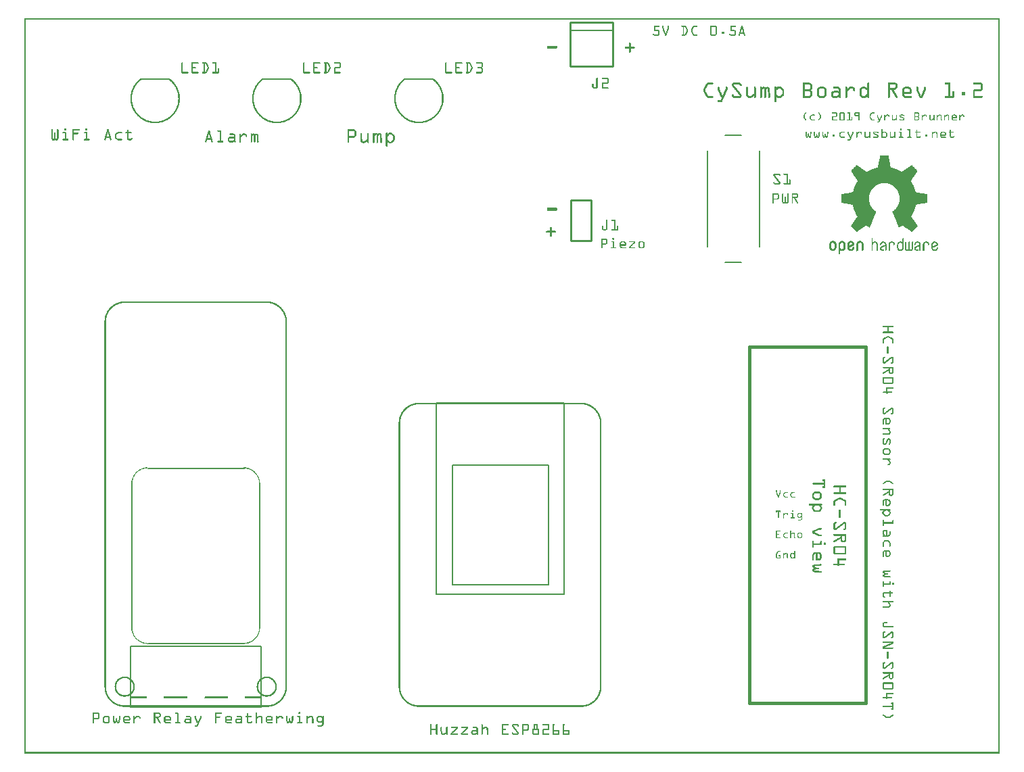
<source format=gto>
G04 MADE WITH FRITZING*
G04 WWW.FRITZING.ORG*
G04 DOUBLE SIDED*
G04 HOLES PLATED*
G04 CONTOUR ON CENTER OF CONTOUR VECTOR*
%ASAXBY*%
%FSLAX23Y23*%
%MOIN*%
%OFA0B0*%
%SFA1.0B1.0*%
%ADD10R,0.590551X1.771655X0.558421X1.739525*%
%ADD11C,0.016065*%
%ADD12C,0.005000*%
%ADD13C,0.008000*%
%ADD14C,0.010000*%
%ADD15C,0.007874*%
%ADD16R,0.001000X0.001000*%
%LNSILK1*%
G90*
G70*
G54D11*
X3572Y2007D02*
X4147Y2007D01*
X4147Y251D01*
X3572Y251D01*
X3572Y2007D01*
D02*
G54D12*
X2029Y1732D02*
X2659Y1732D01*
D02*
X2659Y1732D02*
X2659Y787D01*
D02*
X2659Y787D02*
X2029Y787D01*
D02*
X2029Y787D02*
X2029Y1732D01*
D02*
X2108Y1425D02*
X2581Y1425D01*
D02*
X2581Y1425D02*
X2581Y834D01*
D02*
X2581Y834D02*
X2108Y834D01*
D02*
X2108Y834D02*
X2108Y1425D01*
G54D13*
D02*
X2029Y1728D02*
X2659Y1728D01*
D02*
X2029Y1730D02*
X2029Y1728D01*
D02*
X2659Y1730D02*
X2659Y1728D01*
D02*
X524Y530D02*
X524Y278D01*
D02*
X524Y278D02*
X524Y231D01*
D02*
X524Y231D02*
X1165Y231D01*
D02*
X1165Y231D02*
X1165Y278D01*
D02*
X1165Y278D02*
X1165Y530D01*
D02*
X1165Y530D02*
X524Y530D01*
G54D12*
D02*
X1081Y1409D02*
X608Y1409D01*
D02*
X529Y1330D02*
X529Y622D01*
D02*
X608Y543D02*
X1081Y543D01*
D02*
X1159Y622D02*
X1159Y1330D01*
G54D14*
D02*
X2694Y2730D02*
X2694Y2530D01*
D02*
X2694Y2530D02*
X2794Y2530D01*
D02*
X2794Y2530D02*
X2794Y2730D01*
D02*
X2794Y2730D02*
X2694Y2730D01*
D02*
X2689Y3392D02*
X2899Y3392D01*
D02*
X2899Y3392D02*
X2899Y3608D01*
D02*
X2899Y3608D02*
X2689Y3608D01*
D02*
X2689Y3608D02*
X2689Y3392D01*
G54D12*
D02*
X2899Y3568D02*
X2689Y3568D01*
G54D13*
D02*
X3366Y2501D02*
X3366Y2974D01*
D02*
X3454Y3052D02*
X3533Y3052D01*
D02*
X3622Y2974D02*
X3622Y2501D01*
D02*
X3533Y2423D02*
X3454Y2423D01*
G54D15*
X1315Y3326D02*
X1173Y3326D01*
D02*
X715Y3326D02*
X573Y3326D01*
D02*
X2015Y3326D02*
X1873Y3326D01*
D02*
G54D16*
X0Y3627D02*
X4806Y3627D01*
X0Y3626D02*
X4806Y3626D01*
X0Y3625D02*
X4806Y3625D01*
X0Y3624D02*
X4806Y3624D01*
X0Y3623D02*
X4806Y3623D01*
X0Y3622D02*
X4806Y3622D01*
X0Y3621D02*
X4806Y3621D01*
X0Y3620D02*
X4806Y3620D01*
X0Y3619D02*
X7Y3619D01*
X4799Y3619D02*
X4806Y3619D01*
X0Y3618D02*
X7Y3618D01*
X4799Y3618D02*
X4806Y3618D01*
X0Y3617D02*
X7Y3617D01*
X4799Y3617D02*
X4806Y3617D01*
X0Y3616D02*
X7Y3616D01*
X4799Y3616D02*
X4806Y3616D01*
X0Y3615D02*
X7Y3615D01*
X4799Y3615D02*
X4806Y3615D01*
X0Y3614D02*
X7Y3614D01*
X4799Y3614D02*
X4806Y3614D01*
X0Y3613D02*
X7Y3613D01*
X4799Y3613D02*
X4806Y3613D01*
X0Y3612D02*
X7Y3612D01*
X4799Y3612D02*
X4806Y3612D01*
X0Y3611D02*
X7Y3611D01*
X4799Y3611D02*
X4806Y3611D01*
X0Y3610D02*
X7Y3610D01*
X4799Y3610D02*
X4806Y3610D01*
X0Y3609D02*
X7Y3609D01*
X4799Y3609D02*
X4806Y3609D01*
X0Y3608D02*
X7Y3608D01*
X4799Y3608D02*
X4806Y3608D01*
X0Y3607D02*
X7Y3607D01*
X4799Y3607D02*
X4806Y3607D01*
X0Y3606D02*
X7Y3606D01*
X4799Y3606D02*
X4806Y3606D01*
X0Y3605D02*
X7Y3605D01*
X4799Y3605D02*
X4806Y3605D01*
X0Y3604D02*
X7Y3604D01*
X4799Y3604D02*
X4806Y3604D01*
X0Y3603D02*
X7Y3603D01*
X4799Y3603D02*
X4806Y3603D01*
X0Y3602D02*
X7Y3602D01*
X4799Y3602D02*
X4806Y3602D01*
X0Y3601D02*
X7Y3601D01*
X4799Y3601D02*
X4806Y3601D01*
X0Y3600D02*
X7Y3600D01*
X4799Y3600D02*
X4806Y3600D01*
X0Y3599D02*
X7Y3599D01*
X4799Y3599D02*
X4806Y3599D01*
X0Y3598D02*
X7Y3598D01*
X4799Y3598D02*
X4806Y3598D01*
X0Y3597D02*
X7Y3597D01*
X4799Y3597D02*
X4806Y3597D01*
X0Y3596D02*
X7Y3596D01*
X4799Y3596D02*
X4806Y3596D01*
X0Y3595D02*
X7Y3595D01*
X4799Y3595D02*
X4806Y3595D01*
X0Y3594D02*
X7Y3594D01*
X4799Y3594D02*
X4806Y3594D01*
X0Y3593D02*
X7Y3593D01*
X4799Y3593D02*
X4806Y3593D01*
X0Y3592D02*
X7Y3592D01*
X4799Y3592D02*
X4806Y3592D01*
X0Y3591D02*
X7Y3591D01*
X3104Y3591D02*
X3127Y3591D01*
X3146Y3591D02*
X3148Y3591D01*
X3172Y3591D02*
X3174Y3591D01*
X3240Y3591D02*
X3256Y3591D01*
X3299Y3591D02*
X3315Y3591D01*
X3383Y3591D02*
X3406Y3591D01*
X3480Y3591D02*
X3503Y3591D01*
X3535Y3591D02*
X3537Y3591D01*
X4799Y3591D02*
X4806Y3591D01*
X0Y3590D02*
X7Y3590D01*
X3104Y3590D02*
X3128Y3590D01*
X3145Y3590D02*
X3149Y3590D01*
X3171Y3590D02*
X3175Y3590D01*
X3239Y3590D02*
X3258Y3590D01*
X3297Y3590D02*
X3316Y3590D01*
X3382Y3590D02*
X3408Y3590D01*
X3480Y3590D02*
X3504Y3590D01*
X3534Y3590D02*
X3538Y3590D01*
X4799Y3590D02*
X4806Y3590D01*
X0Y3589D02*
X7Y3589D01*
X3104Y3589D02*
X3129Y3589D01*
X3144Y3589D02*
X3150Y3589D01*
X3170Y3589D02*
X3176Y3589D01*
X3238Y3589D02*
X3259Y3589D01*
X3296Y3589D02*
X3316Y3589D01*
X3381Y3589D02*
X3409Y3589D01*
X3480Y3589D02*
X3504Y3589D01*
X3533Y3589D02*
X3539Y3589D01*
X4799Y3589D02*
X4806Y3589D01*
X0Y3588D02*
X7Y3588D01*
X3104Y3588D02*
X3129Y3588D01*
X3144Y3588D02*
X3150Y3588D01*
X3170Y3588D02*
X3176Y3588D01*
X3238Y3588D02*
X3260Y3588D01*
X3295Y3588D02*
X3317Y3588D01*
X3380Y3588D02*
X3410Y3588D01*
X3480Y3588D02*
X3505Y3588D01*
X3533Y3588D02*
X3539Y3588D01*
X4799Y3588D02*
X4806Y3588D01*
X0Y3587D02*
X7Y3587D01*
X3104Y3587D02*
X3128Y3587D01*
X3144Y3587D02*
X3150Y3587D01*
X3170Y3587D02*
X3176Y3587D01*
X3239Y3587D02*
X3261Y3587D01*
X3294Y3587D02*
X3316Y3587D01*
X3380Y3587D02*
X3410Y3587D01*
X3480Y3587D02*
X3504Y3587D01*
X3533Y3587D02*
X3539Y3587D01*
X4799Y3587D02*
X4806Y3587D01*
X0Y3586D02*
X7Y3586D01*
X3104Y3586D02*
X3128Y3586D01*
X3144Y3586D02*
X3150Y3586D01*
X3170Y3586D02*
X3176Y3586D01*
X3239Y3586D02*
X3261Y3586D01*
X3293Y3586D02*
X3316Y3586D01*
X3379Y3586D02*
X3411Y3586D01*
X3480Y3586D02*
X3504Y3586D01*
X3532Y3586D02*
X3539Y3586D01*
X4799Y3586D02*
X4806Y3586D01*
X0Y3585D02*
X7Y3585D01*
X3104Y3585D02*
X3125Y3585D01*
X3144Y3585D02*
X3150Y3585D01*
X3170Y3585D02*
X3176Y3585D01*
X3241Y3585D02*
X3262Y3585D01*
X3293Y3585D02*
X3313Y3585D01*
X3379Y3585D02*
X3411Y3585D01*
X3480Y3585D02*
X3501Y3585D01*
X3532Y3585D02*
X3540Y3585D01*
X4799Y3585D02*
X4806Y3585D01*
X0Y3584D02*
X7Y3584D01*
X3104Y3584D02*
X3109Y3584D01*
X3144Y3584D02*
X3150Y3584D01*
X3170Y3584D02*
X3176Y3584D01*
X3245Y3584D02*
X3250Y3584D01*
X3256Y3584D02*
X3262Y3584D01*
X3292Y3584D02*
X3299Y3584D01*
X3379Y3584D02*
X3385Y3584D01*
X3405Y3584D02*
X3411Y3584D01*
X3480Y3584D02*
X3485Y3584D01*
X3532Y3584D02*
X3540Y3584D01*
X4799Y3584D02*
X4806Y3584D01*
X0Y3583D02*
X7Y3583D01*
X3104Y3583D02*
X3109Y3583D01*
X3144Y3583D02*
X3150Y3583D01*
X3170Y3583D02*
X3176Y3583D01*
X3245Y3583D02*
X3250Y3583D01*
X3257Y3583D02*
X3263Y3583D01*
X3292Y3583D02*
X3298Y3583D01*
X3379Y3583D02*
X3385Y3583D01*
X3405Y3583D02*
X3411Y3583D01*
X3480Y3583D02*
X3485Y3583D01*
X3531Y3583D02*
X3540Y3583D01*
X4799Y3583D02*
X4806Y3583D01*
X0Y3582D02*
X7Y3582D01*
X3104Y3582D02*
X3109Y3582D01*
X3144Y3582D02*
X3150Y3582D01*
X3170Y3582D02*
X3176Y3582D01*
X3245Y3582D02*
X3250Y3582D01*
X3257Y3582D02*
X3263Y3582D01*
X3291Y3582D02*
X3298Y3582D01*
X3379Y3582D02*
X3385Y3582D01*
X3405Y3582D02*
X3411Y3582D01*
X3480Y3582D02*
X3485Y3582D01*
X3531Y3582D02*
X3541Y3582D01*
X4799Y3582D02*
X4806Y3582D01*
X0Y3581D02*
X7Y3581D01*
X3104Y3581D02*
X3109Y3581D01*
X3144Y3581D02*
X3150Y3581D01*
X3170Y3581D02*
X3176Y3581D01*
X3245Y3581D02*
X3250Y3581D01*
X3258Y3581D02*
X3264Y3581D01*
X3291Y3581D02*
X3297Y3581D01*
X3379Y3581D02*
X3385Y3581D01*
X3405Y3581D02*
X3411Y3581D01*
X3480Y3581D02*
X3485Y3581D01*
X3531Y3581D02*
X3541Y3581D01*
X4799Y3581D02*
X4806Y3581D01*
X0Y3580D02*
X7Y3580D01*
X3104Y3580D02*
X3109Y3580D01*
X3144Y3580D02*
X3150Y3580D01*
X3170Y3580D02*
X3176Y3580D01*
X3245Y3580D02*
X3250Y3580D01*
X3258Y3580D02*
X3264Y3580D01*
X3290Y3580D02*
X3297Y3580D01*
X3379Y3580D02*
X3385Y3580D01*
X3405Y3580D02*
X3411Y3580D01*
X3480Y3580D02*
X3485Y3580D01*
X3530Y3580D02*
X3541Y3580D01*
X4799Y3580D02*
X4806Y3580D01*
X0Y3579D02*
X7Y3579D01*
X3104Y3579D02*
X3109Y3579D01*
X3144Y3579D02*
X3150Y3579D01*
X3170Y3579D02*
X3176Y3579D01*
X3245Y3579D02*
X3250Y3579D01*
X3259Y3579D02*
X3265Y3579D01*
X3290Y3579D02*
X3296Y3579D01*
X3379Y3579D02*
X3385Y3579D01*
X3405Y3579D02*
X3411Y3579D01*
X3480Y3579D02*
X3485Y3579D01*
X3530Y3579D02*
X3541Y3579D01*
X4799Y3579D02*
X4806Y3579D01*
X0Y3578D02*
X7Y3578D01*
X3104Y3578D02*
X3109Y3578D01*
X3144Y3578D02*
X3150Y3578D01*
X3170Y3578D02*
X3176Y3578D01*
X3245Y3578D02*
X3250Y3578D01*
X3259Y3578D02*
X3265Y3578D01*
X3289Y3578D02*
X3296Y3578D01*
X3379Y3578D02*
X3385Y3578D01*
X3405Y3578D02*
X3411Y3578D01*
X3480Y3578D02*
X3485Y3578D01*
X3530Y3578D02*
X3542Y3578D01*
X4799Y3578D02*
X4806Y3578D01*
X0Y3577D02*
X7Y3577D01*
X3104Y3577D02*
X3109Y3577D01*
X3144Y3577D02*
X3150Y3577D01*
X3170Y3577D02*
X3176Y3577D01*
X3245Y3577D02*
X3250Y3577D01*
X3260Y3577D02*
X3266Y3577D01*
X3289Y3577D02*
X3295Y3577D01*
X3379Y3577D02*
X3385Y3577D01*
X3405Y3577D02*
X3411Y3577D01*
X3480Y3577D02*
X3485Y3577D01*
X3530Y3577D02*
X3542Y3577D01*
X4799Y3577D02*
X4806Y3577D01*
X0Y3576D02*
X7Y3576D01*
X3104Y3576D02*
X3109Y3576D01*
X3145Y3576D02*
X3151Y3576D01*
X3169Y3576D02*
X3175Y3576D01*
X3245Y3576D02*
X3250Y3576D01*
X3260Y3576D02*
X3266Y3576D01*
X3288Y3576D02*
X3295Y3576D01*
X3379Y3576D02*
X3385Y3576D01*
X3405Y3576D02*
X3411Y3576D01*
X3480Y3576D02*
X3485Y3576D01*
X3529Y3576D02*
X3542Y3576D01*
X4799Y3576D02*
X4806Y3576D01*
X0Y3575D02*
X7Y3575D01*
X3104Y3575D02*
X3109Y3575D01*
X3145Y3575D02*
X3151Y3575D01*
X3169Y3575D02*
X3175Y3575D01*
X3245Y3575D02*
X3250Y3575D01*
X3261Y3575D02*
X3267Y3575D01*
X3288Y3575D02*
X3294Y3575D01*
X3379Y3575D02*
X3385Y3575D01*
X3405Y3575D02*
X3411Y3575D01*
X3480Y3575D02*
X3485Y3575D01*
X3529Y3575D02*
X3535Y3575D01*
X3537Y3575D02*
X3543Y3575D01*
X4799Y3575D02*
X4806Y3575D01*
X0Y3574D02*
X7Y3574D01*
X3104Y3574D02*
X3109Y3574D01*
X3145Y3574D02*
X3151Y3574D01*
X3169Y3574D02*
X3175Y3574D01*
X3245Y3574D02*
X3250Y3574D01*
X3261Y3574D02*
X3267Y3574D01*
X3287Y3574D02*
X3294Y3574D01*
X3379Y3574D02*
X3385Y3574D01*
X3405Y3574D02*
X3411Y3574D01*
X3480Y3574D02*
X3485Y3574D01*
X3529Y3574D02*
X3535Y3574D01*
X3537Y3574D02*
X3543Y3574D01*
X4799Y3574D02*
X4806Y3574D01*
X0Y3573D02*
X7Y3573D01*
X3104Y3573D02*
X3109Y3573D01*
X3146Y3573D02*
X3152Y3573D01*
X3168Y3573D02*
X3174Y3573D01*
X3245Y3573D02*
X3250Y3573D01*
X3262Y3573D02*
X3268Y3573D01*
X3287Y3573D02*
X3293Y3573D01*
X3379Y3573D02*
X3385Y3573D01*
X3405Y3573D02*
X3411Y3573D01*
X3480Y3573D02*
X3485Y3573D01*
X3528Y3573D02*
X3534Y3573D01*
X3537Y3573D02*
X3543Y3573D01*
X4799Y3573D02*
X4806Y3573D01*
X0Y3572D02*
X7Y3572D01*
X3104Y3572D02*
X3109Y3572D01*
X3146Y3572D02*
X3152Y3572D01*
X3168Y3572D02*
X3174Y3572D01*
X3245Y3572D02*
X3250Y3572D01*
X3262Y3572D02*
X3268Y3572D01*
X3287Y3572D02*
X3293Y3572D01*
X3379Y3572D02*
X3385Y3572D01*
X3405Y3572D02*
X3411Y3572D01*
X3480Y3572D02*
X3485Y3572D01*
X3528Y3572D02*
X3534Y3572D01*
X3538Y3572D02*
X3544Y3572D01*
X4799Y3572D02*
X4806Y3572D01*
X0Y3571D02*
X7Y3571D01*
X3104Y3571D02*
X3109Y3571D01*
X3146Y3571D02*
X3153Y3571D01*
X3167Y3571D02*
X3173Y3571D01*
X3245Y3571D02*
X3250Y3571D01*
X3263Y3571D02*
X3269Y3571D01*
X3286Y3571D02*
X3292Y3571D01*
X3379Y3571D02*
X3385Y3571D01*
X3405Y3571D02*
X3411Y3571D01*
X3480Y3571D02*
X3485Y3571D01*
X3528Y3571D02*
X3534Y3571D01*
X3538Y3571D02*
X3544Y3571D01*
X4799Y3571D02*
X4806Y3571D01*
X0Y3570D02*
X7Y3570D01*
X3104Y3570D02*
X3109Y3570D01*
X3147Y3570D02*
X3153Y3570D01*
X3167Y3570D02*
X3173Y3570D01*
X3245Y3570D02*
X3250Y3570D01*
X3263Y3570D02*
X3269Y3570D01*
X3286Y3570D02*
X3292Y3570D01*
X3379Y3570D02*
X3385Y3570D01*
X3405Y3570D02*
X3411Y3570D01*
X3480Y3570D02*
X3485Y3570D01*
X3528Y3570D02*
X3533Y3570D01*
X3538Y3570D02*
X3544Y3570D01*
X4799Y3570D02*
X4806Y3570D01*
X0Y3569D02*
X7Y3569D01*
X3104Y3569D02*
X3124Y3569D01*
X3147Y3569D02*
X3153Y3569D01*
X3167Y3569D02*
X3173Y3569D01*
X3245Y3569D02*
X3250Y3569D01*
X3264Y3569D02*
X3269Y3569D01*
X3286Y3569D02*
X3291Y3569D01*
X3379Y3569D02*
X3385Y3569D01*
X3405Y3569D02*
X3411Y3569D01*
X3480Y3569D02*
X3500Y3569D01*
X3527Y3569D02*
X3533Y3569D01*
X3539Y3569D02*
X3544Y3569D01*
X4799Y3569D02*
X4806Y3569D01*
X0Y3568D02*
X7Y3568D01*
X3104Y3568D02*
X3126Y3568D01*
X3148Y3568D02*
X3154Y3568D01*
X3166Y3568D02*
X3172Y3568D01*
X3245Y3568D02*
X3250Y3568D01*
X3264Y3568D02*
X3269Y3568D01*
X3285Y3568D02*
X3291Y3568D01*
X3379Y3568D02*
X3385Y3568D01*
X3405Y3568D02*
X3411Y3568D01*
X3480Y3568D02*
X3502Y3568D01*
X3527Y3568D02*
X3533Y3568D01*
X3539Y3568D02*
X3545Y3568D01*
X4799Y3568D02*
X4806Y3568D01*
X0Y3567D02*
X7Y3567D01*
X3104Y3567D02*
X3127Y3567D01*
X3148Y3567D02*
X3154Y3567D01*
X3166Y3567D02*
X3172Y3567D01*
X3245Y3567D02*
X3250Y3567D01*
X3264Y3567D02*
X3270Y3567D01*
X3285Y3567D02*
X3291Y3567D01*
X3379Y3567D02*
X3385Y3567D01*
X3405Y3567D02*
X3411Y3567D01*
X3480Y3567D02*
X3503Y3567D01*
X3527Y3567D02*
X3533Y3567D01*
X3539Y3567D02*
X3545Y3567D01*
X4799Y3567D02*
X4806Y3567D01*
X0Y3566D02*
X7Y3566D01*
X3104Y3566D02*
X3128Y3566D01*
X3148Y3566D02*
X3154Y3566D01*
X3165Y3566D02*
X3172Y3566D01*
X3245Y3566D02*
X3250Y3566D01*
X3264Y3566D02*
X3270Y3566D01*
X3285Y3566D02*
X3291Y3566D01*
X3379Y3566D02*
X3385Y3566D01*
X3405Y3566D02*
X3411Y3566D01*
X3480Y3566D02*
X3504Y3566D01*
X3526Y3566D02*
X3532Y3566D01*
X3539Y3566D02*
X3545Y3566D01*
X4799Y3566D02*
X4806Y3566D01*
X0Y3565D02*
X7Y3565D01*
X3104Y3565D02*
X3128Y3565D01*
X3149Y3565D02*
X3155Y3565D01*
X3165Y3565D02*
X3171Y3565D01*
X3245Y3565D02*
X3250Y3565D01*
X3264Y3565D02*
X3269Y3565D01*
X3285Y3565D02*
X3291Y3565D01*
X3379Y3565D02*
X3385Y3565D01*
X3405Y3565D02*
X3411Y3565D01*
X3480Y3565D02*
X3504Y3565D01*
X3526Y3565D02*
X3532Y3565D01*
X3540Y3565D02*
X3546Y3565D01*
X4799Y3565D02*
X4806Y3565D01*
X0Y3564D02*
X7Y3564D01*
X3104Y3564D02*
X3129Y3564D01*
X3149Y3564D02*
X3155Y3564D01*
X3165Y3564D02*
X3171Y3564D01*
X3245Y3564D02*
X3250Y3564D01*
X3264Y3564D02*
X3269Y3564D01*
X3286Y3564D02*
X3291Y3564D01*
X3379Y3564D02*
X3385Y3564D01*
X3405Y3564D02*
X3411Y3564D01*
X3480Y3564D02*
X3504Y3564D01*
X3526Y3564D02*
X3532Y3564D01*
X3540Y3564D02*
X3546Y3564D01*
X4799Y3564D02*
X4806Y3564D01*
X0Y3563D02*
X7Y3563D01*
X3104Y3563D02*
X3129Y3563D01*
X3150Y3563D02*
X3156Y3563D01*
X3164Y3563D02*
X3170Y3563D01*
X3245Y3563D02*
X3250Y3563D01*
X3263Y3563D02*
X3269Y3563D01*
X3286Y3563D02*
X3291Y3563D01*
X3379Y3563D02*
X3385Y3563D01*
X3405Y3563D02*
X3411Y3563D01*
X3480Y3563D02*
X3505Y3563D01*
X3526Y3563D02*
X3531Y3563D01*
X3540Y3563D02*
X3546Y3563D01*
X4799Y3563D02*
X4806Y3563D01*
X0Y3562D02*
X7Y3562D01*
X3123Y3562D02*
X3129Y3562D01*
X3150Y3562D02*
X3156Y3562D01*
X3164Y3562D02*
X3170Y3562D01*
X3245Y3562D02*
X3250Y3562D01*
X3263Y3562D02*
X3269Y3562D01*
X3286Y3562D02*
X3292Y3562D01*
X3379Y3562D02*
X3385Y3562D01*
X3405Y3562D02*
X3411Y3562D01*
X3499Y3562D02*
X3505Y3562D01*
X3525Y3562D02*
X3531Y3562D01*
X3541Y3562D02*
X3546Y3562D01*
X4799Y3562D02*
X4806Y3562D01*
X0Y3561D02*
X7Y3561D01*
X3123Y3561D02*
X3129Y3561D01*
X3150Y3561D02*
X3156Y3561D01*
X3164Y3561D02*
X3170Y3561D01*
X3245Y3561D02*
X3250Y3561D01*
X3262Y3561D02*
X3269Y3561D01*
X3286Y3561D02*
X3292Y3561D01*
X3379Y3561D02*
X3385Y3561D01*
X3405Y3561D02*
X3411Y3561D01*
X3438Y3561D02*
X3446Y3561D01*
X3499Y3561D02*
X3505Y3561D01*
X3525Y3561D02*
X3531Y3561D01*
X3541Y3561D02*
X3547Y3561D01*
X4799Y3561D02*
X4806Y3561D01*
X0Y3560D02*
X7Y3560D01*
X3123Y3560D02*
X3129Y3560D01*
X3151Y3560D02*
X3157Y3560D01*
X3163Y3560D02*
X3169Y3560D01*
X3245Y3560D02*
X3250Y3560D01*
X3262Y3560D02*
X3268Y3560D01*
X3287Y3560D02*
X3293Y3560D01*
X3379Y3560D02*
X3385Y3560D01*
X3405Y3560D02*
X3411Y3560D01*
X3437Y3560D02*
X3447Y3560D01*
X3499Y3560D02*
X3505Y3560D01*
X3525Y3560D02*
X3530Y3560D01*
X3541Y3560D02*
X3547Y3560D01*
X4799Y3560D02*
X4806Y3560D01*
X0Y3559D02*
X7Y3559D01*
X3123Y3559D02*
X3129Y3559D01*
X3151Y3559D02*
X3157Y3559D01*
X3163Y3559D02*
X3169Y3559D01*
X3245Y3559D02*
X3250Y3559D01*
X3261Y3559D02*
X3268Y3559D01*
X3287Y3559D02*
X3293Y3559D01*
X3379Y3559D02*
X3385Y3559D01*
X3405Y3559D02*
X3411Y3559D01*
X3436Y3559D02*
X3448Y3559D01*
X3499Y3559D02*
X3505Y3559D01*
X3524Y3559D02*
X3530Y3559D01*
X3541Y3559D02*
X3547Y3559D01*
X4799Y3559D02*
X4806Y3559D01*
X0Y3558D02*
X7Y3558D01*
X3123Y3558D02*
X3129Y3558D01*
X3152Y3558D02*
X3158Y3558D01*
X3162Y3558D02*
X3168Y3558D01*
X3245Y3558D02*
X3250Y3558D01*
X3261Y3558D02*
X3267Y3558D01*
X3288Y3558D02*
X3294Y3558D01*
X3379Y3558D02*
X3385Y3558D01*
X3405Y3558D02*
X3411Y3558D01*
X3436Y3558D02*
X3448Y3558D01*
X3499Y3558D02*
X3505Y3558D01*
X3524Y3558D02*
X3548Y3558D01*
X4799Y3558D02*
X4806Y3558D01*
X0Y3557D02*
X7Y3557D01*
X3123Y3557D02*
X3129Y3557D01*
X3152Y3557D02*
X3158Y3557D01*
X3162Y3557D02*
X3168Y3557D01*
X3245Y3557D02*
X3250Y3557D01*
X3260Y3557D02*
X3267Y3557D01*
X3288Y3557D02*
X3294Y3557D01*
X3379Y3557D02*
X3385Y3557D01*
X3405Y3557D02*
X3411Y3557D01*
X3436Y3557D02*
X3448Y3557D01*
X3499Y3557D02*
X3505Y3557D01*
X3524Y3557D02*
X3548Y3557D01*
X4799Y3557D02*
X4806Y3557D01*
X0Y3556D02*
X7Y3556D01*
X3123Y3556D02*
X3129Y3556D01*
X3152Y3556D02*
X3158Y3556D01*
X3162Y3556D02*
X3168Y3556D01*
X3245Y3556D02*
X3250Y3556D01*
X3260Y3556D02*
X3266Y3556D01*
X3289Y3556D02*
X3295Y3556D01*
X3379Y3556D02*
X3385Y3556D01*
X3405Y3556D02*
X3411Y3556D01*
X3436Y3556D02*
X3448Y3556D01*
X3499Y3556D02*
X3505Y3556D01*
X3523Y3556D02*
X3548Y3556D01*
X4799Y3556D02*
X4806Y3556D01*
X0Y3555D02*
X7Y3555D01*
X3123Y3555D02*
X3129Y3555D01*
X3153Y3555D02*
X3159Y3555D01*
X3161Y3555D02*
X3167Y3555D01*
X3245Y3555D02*
X3250Y3555D01*
X3259Y3555D02*
X3266Y3555D01*
X3289Y3555D02*
X3295Y3555D01*
X3379Y3555D02*
X3385Y3555D01*
X3405Y3555D02*
X3411Y3555D01*
X3436Y3555D02*
X3448Y3555D01*
X3499Y3555D02*
X3505Y3555D01*
X3523Y3555D02*
X3548Y3555D01*
X4799Y3555D02*
X4806Y3555D01*
X0Y3554D02*
X7Y3554D01*
X3123Y3554D02*
X3129Y3554D01*
X3153Y3554D02*
X3159Y3554D01*
X3161Y3554D02*
X3167Y3554D01*
X3245Y3554D02*
X3250Y3554D01*
X3259Y3554D02*
X3265Y3554D01*
X3290Y3554D02*
X3296Y3554D01*
X3379Y3554D02*
X3385Y3554D01*
X3405Y3554D02*
X3411Y3554D01*
X3436Y3554D02*
X3448Y3554D01*
X3499Y3554D02*
X3505Y3554D01*
X3523Y3554D02*
X3549Y3554D01*
X4799Y3554D02*
X4806Y3554D01*
X0Y3553D02*
X7Y3553D01*
X3123Y3553D02*
X3129Y3553D01*
X3153Y3553D02*
X3166Y3553D01*
X3245Y3553D02*
X3250Y3553D01*
X3258Y3553D02*
X3265Y3553D01*
X3290Y3553D02*
X3296Y3553D01*
X3379Y3553D02*
X3385Y3553D01*
X3405Y3553D02*
X3411Y3553D01*
X3436Y3553D02*
X3448Y3553D01*
X3499Y3553D02*
X3505Y3553D01*
X3523Y3553D02*
X3549Y3553D01*
X4799Y3553D02*
X4806Y3553D01*
X0Y3552D02*
X7Y3552D01*
X3123Y3552D02*
X3129Y3552D01*
X3154Y3552D02*
X3166Y3552D01*
X3245Y3552D02*
X3250Y3552D01*
X3258Y3552D02*
X3264Y3552D01*
X3291Y3552D02*
X3297Y3552D01*
X3379Y3552D02*
X3385Y3552D01*
X3405Y3552D02*
X3411Y3552D01*
X3436Y3552D02*
X3448Y3552D01*
X3499Y3552D02*
X3505Y3552D01*
X3522Y3552D02*
X3549Y3552D01*
X4799Y3552D02*
X4806Y3552D01*
X0Y3551D02*
X7Y3551D01*
X3123Y3551D02*
X3129Y3551D01*
X3154Y3551D02*
X3166Y3551D01*
X3245Y3551D02*
X3250Y3551D01*
X3257Y3551D02*
X3264Y3551D01*
X3291Y3551D02*
X3297Y3551D01*
X3379Y3551D02*
X3385Y3551D01*
X3405Y3551D02*
X3411Y3551D01*
X3436Y3551D02*
X3448Y3551D01*
X3499Y3551D02*
X3505Y3551D01*
X3522Y3551D02*
X3528Y3551D01*
X3544Y3551D02*
X3550Y3551D01*
X4799Y3551D02*
X4806Y3551D01*
X0Y3550D02*
X7Y3550D01*
X3100Y3550D02*
X3100Y3550D01*
X3123Y3550D02*
X3129Y3550D01*
X3155Y3550D02*
X3165Y3550D01*
X3245Y3550D02*
X3250Y3550D01*
X3257Y3550D02*
X3263Y3550D01*
X3292Y3550D02*
X3298Y3550D01*
X3379Y3550D02*
X3385Y3550D01*
X3405Y3550D02*
X3411Y3550D01*
X3437Y3550D02*
X3447Y3550D01*
X3476Y3550D02*
X3476Y3550D01*
X3499Y3550D02*
X3505Y3550D01*
X3522Y3550D02*
X3528Y3550D01*
X3544Y3550D02*
X3550Y3550D01*
X4799Y3550D02*
X4806Y3550D01*
X0Y3549D02*
X7Y3549D01*
X3098Y3549D02*
X3103Y3549D01*
X3123Y3549D02*
X3129Y3549D01*
X3155Y3549D02*
X3165Y3549D01*
X3245Y3549D02*
X3250Y3549D01*
X3256Y3549D02*
X3263Y3549D01*
X3292Y3549D02*
X3299Y3549D01*
X3379Y3549D02*
X3385Y3549D01*
X3405Y3549D02*
X3411Y3549D01*
X3474Y3549D02*
X3479Y3549D01*
X3499Y3549D02*
X3505Y3549D01*
X3521Y3549D02*
X3527Y3549D01*
X3544Y3549D02*
X3550Y3549D01*
X4799Y3549D02*
X4806Y3549D01*
X0Y3548D02*
X7Y3548D01*
X3098Y3548D02*
X3105Y3548D01*
X3123Y3548D02*
X3129Y3548D01*
X3155Y3548D02*
X3165Y3548D01*
X3245Y3548D02*
X3250Y3548D01*
X3255Y3548D02*
X3262Y3548D01*
X3293Y3548D02*
X3299Y3548D01*
X3379Y3548D02*
X3385Y3548D01*
X3405Y3548D02*
X3411Y3548D01*
X3473Y3548D02*
X3481Y3548D01*
X3499Y3548D02*
X3505Y3548D01*
X3521Y3548D02*
X3527Y3548D01*
X3545Y3548D02*
X3551Y3548D01*
X4799Y3548D02*
X4806Y3548D01*
X0Y3547D02*
X7Y3547D01*
X3097Y3547D02*
X3129Y3547D01*
X3156Y3547D02*
X3164Y3547D01*
X3240Y3547D02*
X3262Y3547D01*
X3293Y3547D02*
X3315Y3547D01*
X3379Y3547D02*
X3411Y3547D01*
X3473Y3547D02*
X3505Y3547D01*
X3521Y3547D02*
X3527Y3547D01*
X3545Y3547D02*
X3551Y3547D01*
X4799Y3547D02*
X4806Y3547D01*
X0Y3546D02*
X7Y3546D01*
X3097Y3546D02*
X3129Y3546D01*
X3156Y3546D02*
X3164Y3546D01*
X3239Y3546D02*
X3261Y3546D01*
X3294Y3546D02*
X3316Y3546D01*
X3379Y3546D02*
X3410Y3546D01*
X3473Y3546D02*
X3504Y3546D01*
X3521Y3546D02*
X3526Y3546D01*
X3545Y3546D02*
X3551Y3546D01*
X4799Y3546D02*
X4806Y3546D01*
X0Y3545D02*
X7Y3545D01*
X3098Y3545D02*
X3128Y3545D01*
X3157Y3545D02*
X3163Y3545D01*
X3238Y3545D02*
X3261Y3545D01*
X3294Y3545D02*
X3316Y3545D01*
X3380Y3545D02*
X3410Y3545D01*
X3474Y3545D02*
X3504Y3545D01*
X3520Y3545D02*
X3526Y3545D01*
X3546Y3545D02*
X3551Y3545D01*
X4799Y3545D02*
X4806Y3545D01*
X0Y3544D02*
X7Y3544D01*
X3099Y3544D02*
X3128Y3544D01*
X3157Y3544D02*
X3163Y3544D01*
X3238Y3544D02*
X3260Y3544D01*
X3295Y3544D02*
X3317Y3544D01*
X3380Y3544D02*
X3409Y3544D01*
X3475Y3544D02*
X3503Y3544D01*
X3520Y3544D02*
X3526Y3544D01*
X3546Y3544D02*
X3552Y3544D01*
X4799Y3544D02*
X4806Y3544D01*
X0Y3543D02*
X7Y3543D01*
X3101Y3543D02*
X3127Y3543D01*
X3157Y3543D02*
X3163Y3543D01*
X3239Y3543D02*
X3259Y3543D01*
X3296Y3543D02*
X3316Y3543D01*
X3381Y3543D02*
X3409Y3543D01*
X3477Y3543D02*
X3503Y3543D01*
X3520Y3543D02*
X3525Y3543D01*
X3546Y3543D02*
X3551Y3543D01*
X4799Y3543D02*
X4806Y3543D01*
X0Y3542D02*
X7Y3542D01*
X3103Y3542D02*
X3126Y3542D01*
X3158Y3542D02*
X3162Y3542D01*
X3239Y3542D02*
X3257Y3542D01*
X3298Y3542D02*
X3316Y3542D01*
X3382Y3542D02*
X3407Y3542D01*
X3479Y3542D02*
X3501Y3542D01*
X3521Y3542D02*
X3525Y3542D01*
X3547Y3542D02*
X3551Y3542D01*
X4799Y3542D02*
X4806Y3542D01*
X0Y3541D02*
X7Y3541D01*
X3107Y3541D02*
X3123Y3541D01*
X3159Y3541D02*
X3160Y3541D01*
X3241Y3541D02*
X3254Y3541D01*
X3301Y3541D02*
X3314Y3541D01*
X3384Y3541D02*
X3405Y3541D01*
X3483Y3541D02*
X3499Y3541D01*
X3523Y3541D02*
X3523Y3541D01*
X3548Y3541D02*
X3549Y3541D01*
X4799Y3541D02*
X4806Y3541D01*
X0Y3540D02*
X7Y3540D01*
X4799Y3540D02*
X4806Y3540D01*
X0Y3539D02*
X7Y3539D01*
X4799Y3539D02*
X4806Y3539D01*
X0Y3538D02*
X7Y3538D01*
X4799Y3538D02*
X4806Y3538D01*
X0Y3537D02*
X7Y3537D01*
X4799Y3537D02*
X4806Y3537D01*
X0Y3536D02*
X7Y3536D01*
X4799Y3536D02*
X4806Y3536D01*
X0Y3535D02*
X7Y3535D01*
X4799Y3535D02*
X4806Y3535D01*
X0Y3534D02*
X7Y3534D01*
X4799Y3534D02*
X4806Y3534D01*
X0Y3533D02*
X7Y3533D01*
X4799Y3533D02*
X4806Y3533D01*
X0Y3532D02*
X7Y3532D01*
X4799Y3532D02*
X4806Y3532D01*
X0Y3531D02*
X7Y3531D01*
X4799Y3531D02*
X4806Y3531D01*
X0Y3530D02*
X7Y3530D01*
X4799Y3530D02*
X4806Y3530D01*
X0Y3529D02*
X7Y3529D01*
X4799Y3529D02*
X4806Y3529D01*
X0Y3528D02*
X7Y3528D01*
X4799Y3528D02*
X4806Y3528D01*
X0Y3527D02*
X7Y3527D01*
X4799Y3527D02*
X4806Y3527D01*
X0Y3526D02*
X7Y3526D01*
X4799Y3526D02*
X4806Y3526D01*
X0Y3525D02*
X7Y3525D01*
X4799Y3525D02*
X4806Y3525D01*
X0Y3524D02*
X7Y3524D01*
X4799Y3524D02*
X4806Y3524D01*
X0Y3523D02*
X7Y3523D01*
X4799Y3523D02*
X4806Y3523D01*
X0Y3522D02*
X7Y3522D01*
X4799Y3522D02*
X4806Y3522D01*
X0Y3521D02*
X7Y3521D01*
X4799Y3521D02*
X4806Y3521D01*
X0Y3520D02*
X7Y3520D01*
X4799Y3520D02*
X4806Y3520D01*
X0Y3519D02*
X7Y3519D01*
X4799Y3519D02*
X4806Y3519D01*
X0Y3518D02*
X7Y3518D01*
X4799Y3518D02*
X4806Y3518D01*
X0Y3517D02*
X7Y3517D01*
X4799Y3517D02*
X4806Y3517D01*
X0Y3516D02*
X7Y3516D01*
X4799Y3516D02*
X4806Y3516D01*
X0Y3515D02*
X7Y3515D01*
X4799Y3515D02*
X4806Y3515D01*
X0Y3514D02*
X7Y3514D01*
X4799Y3514D02*
X4806Y3514D01*
X0Y3513D02*
X7Y3513D01*
X4799Y3513D02*
X4806Y3513D01*
X0Y3512D02*
X7Y3512D01*
X4799Y3512D02*
X4806Y3512D01*
X0Y3511D02*
X7Y3511D01*
X4799Y3511D02*
X4806Y3511D01*
X0Y3510D02*
X7Y3510D01*
X4799Y3510D02*
X4806Y3510D01*
X0Y3509D02*
X7Y3509D01*
X4799Y3509D02*
X4806Y3509D01*
X0Y3508D02*
X7Y3508D01*
X4799Y3508D02*
X4806Y3508D01*
X0Y3507D02*
X7Y3507D01*
X4799Y3507D02*
X4806Y3507D01*
X0Y3506D02*
X7Y3506D01*
X2981Y3506D02*
X2986Y3506D01*
X4799Y3506D02*
X4806Y3506D01*
X0Y3505D02*
X7Y3505D01*
X2980Y3505D02*
X2987Y3505D01*
X4799Y3505D02*
X4806Y3505D01*
X0Y3504D02*
X7Y3504D01*
X2979Y3504D02*
X2987Y3504D01*
X4799Y3504D02*
X4806Y3504D01*
X0Y3503D02*
X7Y3503D01*
X2979Y3503D02*
X2988Y3503D01*
X4799Y3503D02*
X4806Y3503D01*
X0Y3502D02*
X7Y3502D01*
X2979Y3502D02*
X2988Y3502D01*
X4799Y3502D02*
X4806Y3502D01*
X0Y3501D02*
X7Y3501D01*
X2979Y3501D02*
X2988Y3501D01*
X4799Y3501D02*
X4806Y3501D01*
X0Y3500D02*
X7Y3500D01*
X2979Y3500D02*
X2988Y3500D01*
X4799Y3500D02*
X4806Y3500D01*
X0Y3499D02*
X7Y3499D01*
X2979Y3499D02*
X2988Y3499D01*
X4799Y3499D02*
X4806Y3499D01*
X0Y3498D02*
X7Y3498D01*
X2979Y3498D02*
X2988Y3498D01*
X4799Y3498D02*
X4806Y3498D01*
X0Y3497D02*
X7Y3497D01*
X2979Y3497D02*
X2988Y3497D01*
X4799Y3497D02*
X4806Y3497D01*
X0Y3496D02*
X7Y3496D01*
X2979Y3496D02*
X2988Y3496D01*
X4799Y3496D02*
X4806Y3496D01*
X0Y3495D02*
X7Y3495D01*
X2979Y3495D02*
X2988Y3495D01*
X4799Y3495D02*
X4806Y3495D01*
X0Y3494D02*
X7Y3494D01*
X2979Y3494D02*
X2988Y3494D01*
X4799Y3494D02*
X4806Y3494D01*
X0Y3493D02*
X7Y3493D01*
X2979Y3493D02*
X2988Y3493D01*
X4799Y3493D02*
X4806Y3493D01*
X0Y3492D02*
X7Y3492D01*
X2979Y3492D02*
X2988Y3492D01*
X4799Y3492D02*
X4806Y3492D01*
X0Y3491D02*
X7Y3491D01*
X2578Y3491D02*
X2622Y3491D01*
X2979Y3491D02*
X2988Y3491D01*
X4799Y3491D02*
X4806Y3491D01*
X0Y3490D02*
X7Y3490D01*
X2577Y3490D02*
X2623Y3490D01*
X2979Y3490D02*
X2988Y3490D01*
X4799Y3490D02*
X4806Y3490D01*
X0Y3489D02*
X7Y3489D01*
X2576Y3489D02*
X2624Y3489D01*
X2979Y3489D02*
X2988Y3489D01*
X4799Y3489D02*
X4806Y3489D01*
X0Y3488D02*
X7Y3488D01*
X2576Y3488D02*
X2624Y3488D01*
X2979Y3488D02*
X2988Y3488D01*
X4799Y3488D02*
X4806Y3488D01*
X0Y3487D02*
X7Y3487D01*
X2576Y3487D02*
X2625Y3487D01*
X2963Y3487D02*
X3004Y3487D01*
X4799Y3487D02*
X4806Y3487D01*
X0Y3486D02*
X7Y3486D01*
X2576Y3486D02*
X2625Y3486D01*
X2961Y3486D02*
X3006Y3486D01*
X4799Y3486D02*
X4806Y3486D01*
X0Y3485D02*
X7Y3485D01*
X2576Y3485D02*
X2625Y3485D01*
X2960Y3485D02*
X3007Y3485D01*
X4799Y3485D02*
X4806Y3485D01*
X0Y3484D02*
X7Y3484D01*
X2576Y3484D02*
X2625Y3484D01*
X2959Y3484D02*
X3007Y3484D01*
X4799Y3484D02*
X4806Y3484D01*
X0Y3483D02*
X7Y3483D01*
X2576Y3483D02*
X2625Y3483D01*
X2959Y3483D02*
X3008Y3483D01*
X4799Y3483D02*
X4806Y3483D01*
X0Y3482D02*
X7Y3482D01*
X2576Y3482D02*
X2624Y3482D01*
X2959Y3482D02*
X3008Y3482D01*
X4799Y3482D02*
X4806Y3482D01*
X0Y3481D02*
X7Y3481D01*
X2576Y3481D02*
X2624Y3481D01*
X2959Y3481D02*
X3007Y3481D01*
X4799Y3481D02*
X4806Y3481D01*
X0Y3480D02*
X7Y3480D01*
X2577Y3480D02*
X2624Y3480D01*
X2959Y3480D02*
X3007Y3480D01*
X4799Y3480D02*
X4806Y3480D01*
X0Y3479D02*
X7Y3479D01*
X2577Y3479D02*
X2623Y3479D01*
X2960Y3479D02*
X3006Y3479D01*
X4799Y3479D02*
X4806Y3479D01*
X0Y3478D02*
X7Y3478D01*
X2579Y3478D02*
X2621Y3478D01*
X2961Y3478D02*
X3005Y3478D01*
X4799Y3478D02*
X4806Y3478D01*
X0Y3477D02*
X7Y3477D01*
X2978Y3477D02*
X2988Y3477D01*
X4799Y3477D02*
X4806Y3477D01*
X0Y3476D02*
X7Y3476D01*
X2979Y3476D02*
X2988Y3476D01*
X4799Y3476D02*
X4806Y3476D01*
X0Y3475D02*
X7Y3475D01*
X2979Y3475D02*
X2988Y3475D01*
X4799Y3475D02*
X4806Y3475D01*
X0Y3474D02*
X7Y3474D01*
X2979Y3474D02*
X2988Y3474D01*
X4799Y3474D02*
X4806Y3474D01*
X0Y3473D02*
X7Y3473D01*
X2979Y3473D02*
X2988Y3473D01*
X4799Y3473D02*
X4806Y3473D01*
X0Y3472D02*
X7Y3472D01*
X2979Y3472D02*
X2988Y3472D01*
X4799Y3472D02*
X4806Y3472D01*
X0Y3471D02*
X7Y3471D01*
X2979Y3471D02*
X2988Y3471D01*
X4799Y3471D02*
X4806Y3471D01*
X0Y3470D02*
X7Y3470D01*
X2979Y3470D02*
X2988Y3470D01*
X4799Y3470D02*
X4806Y3470D01*
X0Y3469D02*
X7Y3469D01*
X2979Y3469D02*
X2988Y3469D01*
X4799Y3469D02*
X4806Y3469D01*
X0Y3468D02*
X7Y3468D01*
X2979Y3468D02*
X2988Y3468D01*
X4799Y3468D02*
X4806Y3468D01*
X0Y3467D02*
X7Y3467D01*
X2979Y3467D02*
X2988Y3467D01*
X4799Y3467D02*
X4806Y3467D01*
X0Y3466D02*
X7Y3466D01*
X2979Y3466D02*
X2988Y3466D01*
X4799Y3466D02*
X4806Y3466D01*
X0Y3465D02*
X7Y3465D01*
X2979Y3465D02*
X2988Y3465D01*
X4799Y3465D02*
X4806Y3465D01*
X0Y3464D02*
X7Y3464D01*
X2979Y3464D02*
X2988Y3464D01*
X4799Y3464D02*
X4806Y3464D01*
X0Y3463D02*
X7Y3463D01*
X2979Y3463D02*
X2988Y3463D01*
X4799Y3463D02*
X4806Y3463D01*
X0Y3462D02*
X7Y3462D01*
X2979Y3462D02*
X2988Y3462D01*
X4799Y3462D02*
X4806Y3462D01*
X0Y3461D02*
X7Y3461D01*
X2979Y3461D02*
X2988Y3461D01*
X4799Y3461D02*
X4806Y3461D01*
X0Y3460D02*
X7Y3460D01*
X2979Y3460D02*
X2987Y3460D01*
X4799Y3460D02*
X4806Y3460D01*
X0Y3459D02*
X7Y3459D01*
X2980Y3459D02*
X2986Y3459D01*
X4799Y3459D02*
X4806Y3459D01*
X0Y3458D02*
X7Y3458D01*
X2981Y3458D02*
X2985Y3458D01*
X4799Y3458D02*
X4806Y3458D01*
X0Y3457D02*
X7Y3457D01*
X4799Y3457D02*
X4806Y3457D01*
X0Y3456D02*
X7Y3456D01*
X4799Y3456D02*
X4806Y3456D01*
X0Y3455D02*
X7Y3455D01*
X4799Y3455D02*
X4806Y3455D01*
X0Y3454D02*
X7Y3454D01*
X4799Y3454D02*
X4806Y3454D01*
X0Y3453D02*
X7Y3453D01*
X4799Y3453D02*
X4806Y3453D01*
X0Y3452D02*
X7Y3452D01*
X4799Y3452D02*
X4806Y3452D01*
X0Y3451D02*
X7Y3451D01*
X4799Y3451D02*
X4806Y3451D01*
X0Y3450D02*
X7Y3450D01*
X4799Y3450D02*
X4806Y3450D01*
X0Y3449D02*
X7Y3449D01*
X4799Y3449D02*
X4806Y3449D01*
X0Y3448D02*
X7Y3448D01*
X4799Y3448D02*
X4806Y3448D01*
X0Y3447D02*
X7Y3447D01*
X4799Y3447D02*
X4806Y3447D01*
X0Y3446D02*
X7Y3446D01*
X4799Y3446D02*
X4806Y3446D01*
X0Y3445D02*
X7Y3445D01*
X4799Y3445D02*
X4806Y3445D01*
X0Y3444D02*
X7Y3444D01*
X4799Y3444D02*
X4806Y3444D01*
X0Y3443D02*
X7Y3443D01*
X4799Y3443D02*
X4806Y3443D01*
X0Y3442D02*
X7Y3442D01*
X4799Y3442D02*
X4806Y3442D01*
X0Y3441D02*
X7Y3441D01*
X4799Y3441D02*
X4806Y3441D01*
X0Y3440D02*
X7Y3440D01*
X4799Y3440D02*
X4806Y3440D01*
X0Y3439D02*
X7Y3439D01*
X4799Y3439D02*
X4806Y3439D01*
X0Y3438D02*
X7Y3438D01*
X4799Y3438D02*
X4806Y3438D01*
X0Y3437D02*
X7Y3437D01*
X4799Y3437D02*
X4806Y3437D01*
X0Y3436D02*
X7Y3436D01*
X4799Y3436D02*
X4806Y3436D01*
X0Y3435D02*
X7Y3435D01*
X4799Y3435D02*
X4806Y3435D01*
X0Y3434D02*
X7Y3434D01*
X4799Y3434D02*
X4806Y3434D01*
X0Y3433D02*
X7Y3433D01*
X4799Y3433D02*
X4806Y3433D01*
X0Y3432D02*
X7Y3432D01*
X4799Y3432D02*
X4806Y3432D01*
X0Y3431D02*
X7Y3431D01*
X4799Y3431D02*
X4806Y3431D01*
X0Y3430D02*
X7Y3430D01*
X4799Y3430D02*
X4806Y3430D01*
X0Y3429D02*
X7Y3429D01*
X4799Y3429D02*
X4806Y3429D01*
X0Y3428D02*
X7Y3428D01*
X4799Y3428D02*
X4806Y3428D01*
X0Y3427D02*
X7Y3427D01*
X4799Y3427D02*
X4806Y3427D01*
X0Y3426D02*
X7Y3426D01*
X4799Y3426D02*
X4806Y3426D01*
X0Y3425D02*
X7Y3425D01*
X4799Y3425D02*
X4806Y3425D01*
X0Y3424D02*
X7Y3424D01*
X4799Y3424D02*
X4806Y3424D01*
X0Y3423D02*
X7Y3423D01*
X4799Y3423D02*
X4806Y3423D01*
X0Y3422D02*
X7Y3422D01*
X4799Y3422D02*
X4806Y3422D01*
X0Y3421D02*
X7Y3421D01*
X4799Y3421D02*
X4806Y3421D01*
X0Y3420D02*
X7Y3420D01*
X4799Y3420D02*
X4806Y3420D01*
X0Y3419D02*
X7Y3419D01*
X4799Y3419D02*
X4806Y3419D01*
X0Y3418D02*
X7Y3418D01*
X4799Y3418D02*
X4806Y3418D01*
X0Y3417D02*
X7Y3417D01*
X4799Y3417D02*
X4806Y3417D01*
X0Y3416D02*
X7Y3416D01*
X4799Y3416D02*
X4806Y3416D01*
X0Y3415D02*
X7Y3415D01*
X4799Y3415D02*
X4806Y3415D01*
X0Y3414D02*
X7Y3414D01*
X4799Y3414D02*
X4806Y3414D01*
X0Y3413D02*
X7Y3413D01*
X4799Y3413D02*
X4806Y3413D01*
X0Y3412D02*
X7Y3412D01*
X4799Y3412D02*
X4806Y3412D01*
X0Y3411D02*
X7Y3411D01*
X4799Y3411D02*
X4806Y3411D01*
X0Y3410D02*
X7Y3410D01*
X777Y3410D02*
X777Y3410D01*
X825Y3410D02*
X855Y3410D01*
X878Y3410D02*
X891Y3410D01*
X928Y3410D02*
X944Y3410D01*
X1377Y3410D02*
X1377Y3410D01*
X1425Y3410D02*
X1455Y3410D01*
X1478Y3410D02*
X1491Y3410D01*
X1528Y3410D02*
X1552Y3410D01*
X2077Y3410D02*
X2077Y3410D01*
X2125Y3410D02*
X2155Y3410D01*
X2177Y3410D02*
X2191Y3410D01*
X2228Y3410D02*
X2252Y3410D01*
X4799Y3410D02*
X4806Y3410D01*
X0Y3409D02*
X7Y3409D01*
X775Y3409D02*
X779Y3409D01*
X824Y3409D02*
X857Y3409D01*
X876Y3409D02*
X894Y3409D01*
X926Y3409D02*
X945Y3409D01*
X1375Y3409D02*
X1379Y3409D01*
X1424Y3409D02*
X1457Y3409D01*
X1476Y3409D02*
X1494Y3409D01*
X1526Y3409D02*
X1555Y3409D01*
X2075Y3409D02*
X2079Y3409D01*
X2124Y3409D02*
X2157Y3409D01*
X2176Y3409D02*
X2194Y3409D01*
X2226Y3409D02*
X2255Y3409D01*
X4799Y3409D02*
X4806Y3409D01*
X0Y3408D02*
X7Y3408D01*
X775Y3408D02*
X780Y3408D01*
X824Y3408D02*
X858Y3408D01*
X875Y3408D02*
X896Y3408D01*
X925Y3408D02*
X945Y3408D01*
X1375Y3408D02*
X1380Y3408D01*
X1424Y3408D02*
X1458Y3408D01*
X1475Y3408D02*
X1496Y3408D01*
X1525Y3408D02*
X1556Y3408D01*
X2074Y3408D02*
X2080Y3408D01*
X2124Y3408D02*
X2158Y3408D01*
X2175Y3408D02*
X2196Y3408D01*
X2225Y3408D02*
X2256Y3408D01*
X4799Y3408D02*
X4806Y3408D01*
X0Y3407D02*
X7Y3407D01*
X774Y3407D02*
X780Y3407D01*
X824Y3407D02*
X858Y3407D01*
X875Y3407D02*
X897Y3407D01*
X925Y3407D02*
X945Y3407D01*
X1374Y3407D02*
X1380Y3407D01*
X1424Y3407D02*
X1458Y3407D01*
X1475Y3407D02*
X1497Y3407D01*
X1525Y3407D02*
X1557Y3407D01*
X2074Y3407D02*
X2080Y3407D01*
X2124Y3407D02*
X2158Y3407D01*
X2175Y3407D02*
X2197Y3407D01*
X2225Y3407D02*
X2257Y3407D01*
X4799Y3407D02*
X4806Y3407D01*
X0Y3406D02*
X7Y3406D01*
X774Y3406D02*
X780Y3406D01*
X824Y3406D02*
X858Y3406D01*
X875Y3406D02*
X898Y3406D01*
X925Y3406D02*
X945Y3406D01*
X1374Y3406D02*
X1380Y3406D01*
X1424Y3406D02*
X1458Y3406D01*
X1475Y3406D02*
X1498Y3406D01*
X1525Y3406D02*
X1558Y3406D01*
X2074Y3406D02*
X2080Y3406D01*
X2124Y3406D02*
X2158Y3406D01*
X2175Y3406D02*
X2198Y3406D01*
X2225Y3406D02*
X2258Y3406D01*
X4799Y3406D02*
X4806Y3406D01*
X0Y3405D02*
X7Y3405D01*
X774Y3405D02*
X780Y3405D01*
X824Y3405D02*
X858Y3405D01*
X875Y3405D02*
X899Y3405D01*
X925Y3405D02*
X945Y3405D01*
X1374Y3405D02*
X1380Y3405D01*
X1424Y3405D02*
X1458Y3405D01*
X1475Y3405D02*
X1499Y3405D01*
X1525Y3405D02*
X1558Y3405D01*
X2074Y3405D02*
X2080Y3405D01*
X2124Y3405D02*
X2157Y3405D01*
X2175Y3405D02*
X2199Y3405D01*
X2225Y3405D02*
X2258Y3405D01*
X4799Y3405D02*
X4806Y3405D01*
X0Y3404D02*
X7Y3404D01*
X774Y3404D02*
X780Y3404D01*
X824Y3404D02*
X857Y3404D01*
X876Y3404D02*
X900Y3404D01*
X926Y3404D02*
X945Y3404D01*
X1374Y3404D02*
X1380Y3404D01*
X1424Y3404D02*
X1457Y3404D01*
X1476Y3404D02*
X1500Y3404D01*
X1526Y3404D02*
X1558Y3404D01*
X2074Y3404D02*
X2080Y3404D01*
X2124Y3404D02*
X2157Y3404D01*
X2176Y3404D02*
X2199Y3404D01*
X2226Y3404D02*
X2258Y3404D01*
X4799Y3404D02*
X4806Y3404D01*
X0Y3403D02*
X7Y3403D01*
X774Y3403D02*
X780Y3403D01*
X824Y3403D02*
X831Y3403D01*
X881Y3403D02*
X888Y3403D01*
X892Y3403D02*
X900Y3403D01*
X938Y3403D02*
X945Y3403D01*
X1374Y3403D02*
X1380Y3403D01*
X1424Y3403D02*
X1431Y3403D01*
X1481Y3403D02*
X1488Y3403D01*
X1492Y3403D02*
X1500Y3403D01*
X1552Y3403D02*
X1558Y3403D01*
X2074Y3403D02*
X2080Y3403D01*
X2124Y3403D02*
X2131Y3403D01*
X2181Y3403D02*
X2188Y3403D01*
X2192Y3403D02*
X2200Y3403D01*
X2252Y3403D02*
X2258Y3403D01*
X4799Y3403D02*
X4806Y3403D01*
X0Y3402D02*
X7Y3402D01*
X774Y3402D02*
X780Y3402D01*
X824Y3402D02*
X830Y3402D01*
X882Y3402D02*
X888Y3402D01*
X893Y3402D02*
X901Y3402D01*
X939Y3402D02*
X945Y3402D01*
X1374Y3402D02*
X1380Y3402D01*
X1424Y3402D02*
X1430Y3402D01*
X1481Y3402D02*
X1488Y3402D01*
X1493Y3402D02*
X1501Y3402D01*
X1552Y3402D02*
X1558Y3402D01*
X2074Y3402D02*
X2080Y3402D01*
X2124Y3402D02*
X2130Y3402D01*
X2181Y3402D02*
X2187Y3402D01*
X2193Y3402D02*
X2200Y3402D01*
X2252Y3402D02*
X2258Y3402D01*
X4799Y3402D02*
X4806Y3402D01*
X0Y3401D02*
X7Y3401D01*
X774Y3401D02*
X780Y3401D01*
X824Y3401D02*
X830Y3401D01*
X882Y3401D02*
X888Y3401D01*
X894Y3401D02*
X901Y3401D01*
X939Y3401D02*
X945Y3401D01*
X1374Y3401D02*
X1380Y3401D01*
X1424Y3401D02*
X1430Y3401D01*
X1481Y3401D02*
X1488Y3401D01*
X1494Y3401D02*
X1501Y3401D01*
X1552Y3401D02*
X1558Y3401D01*
X2074Y3401D02*
X2080Y3401D01*
X2124Y3401D02*
X2130Y3401D01*
X2181Y3401D02*
X2187Y3401D01*
X2194Y3401D02*
X2201Y3401D01*
X2252Y3401D02*
X2258Y3401D01*
X4799Y3401D02*
X4806Y3401D01*
X0Y3400D02*
X7Y3400D01*
X774Y3400D02*
X780Y3400D01*
X824Y3400D02*
X830Y3400D01*
X882Y3400D02*
X888Y3400D01*
X895Y3400D02*
X902Y3400D01*
X939Y3400D02*
X945Y3400D01*
X1374Y3400D02*
X1380Y3400D01*
X1424Y3400D02*
X1430Y3400D01*
X1481Y3400D02*
X1488Y3400D01*
X1495Y3400D02*
X1502Y3400D01*
X1552Y3400D02*
X1558Y3400D01*
X2074Y3400D02*
X2080Y3400D01*
X2124Y3400D02*
X2130Y3400D01*
X2181Y3400D02*
X2187Y3400D01*
X2195Y3400D02*
X2201Y3400D01*
X2252Y3400D02*
X2258Y3400D01*
X4799Y3400D02*
X4806Y3400D01*
X0Y3399D02*
X7Y3399D01*
X774Y3399D02*
X780Y3399D01*
X824Y3399D02*
X830Y3399D01*
X882Y3399D02*
X888Y3399D01*
X895Y3399D02*
X902Y3399D01*
X939Y3399D02*
X945Y3399D01*
X1374Y3399D02*
X1380Y3399D01*
X1424Y3399D02*
X1430Y3399D01*
X1481Y3399D02*
X1488Y3399D01*
X1495Y3399D02*
X1502Y3399D01*
X1552Y3399D02*
X1558Y3399D01*
X2074Y3399D02*
X2080Y3399D01*
X2124Y3399D02*
X2130Y3399D01*
X2181Y3399D02*
X2187Y3399D01*
X2195Y3399D02*
X2202Y3399D01*
X2252Y3399D02*
X2258Y3399D01*
X4799Y3399D02*
X4806Y3399D01*
X0Y3398D02*
X7Y3398D01*
X774Y3398D02*
X780Y3398D01*
X824Y3398D02*
X830Y3398D01*
X882Y3398D02*
X888Y3398D01*
X896Y3398D02*
X903Y3398D01*
X939Y3398D02*
X945Y3398D01*
X1374Y3398D02*
X1380Y3398D01*
X1424Y3398D02*
X1430Y3398D01*
X1481Y3398D02*
X1488Y3398D01*
X1496Y3398D02*
X1503Y3398D01*
X1552Y3398D02*
X1558Y3398D01*
X2074Y3398D02*
X2080Y3398D01*
X2124Y3398D02*
X2130Y3398D01*
X2181Y3398D02*
X2187Y3398D01*
X2196Y3398D02*
X2202Y3398D01*
X2252Y3398D02*
X2258Y3398D01*
X4799Y3398D02*
X4806Y3398D01*
X0Y3397D02*
X7Y3397D01*
X774Y3397D02*
X780Y3397D01*
X824Y3397D02*
X830Y3397D01*
X882Y3397D02*
X888Y3397D01*
X896Y3397D02*
X903Y3397D01*
X939Y3397D02*
X945Y3397D01*
X1374Y3397D02*
X1380Y3397D01*
X1424Y3397D02*
X1430Y3397D01*
X1481Y3397D02*
X1488Y3397D01*
X1496Y3397D02*
X1503Y3397D01*
X1552Y3397D02*
X1558Y3397D01*
X2074Y3397D02*
X2080Y3397D01*
X2124Y3397D02*
X2130Y3397D01*
X2181Y3397D02*
X2187Y3397D01*
X2196Y3397D02*
X2203Y3397D01*
X2252Y3397D02*
X2258Y3397D01*
X4799Y3397D02*
X4806Y3397D01*
X0Y3396D02*
X7Y3396D01*
X774Y3396D02*
X780Y3396D01*
X824Y3396D02*
X830Y3396D01*
X882Y3396D02*
X888Y3396D01*
X897Y3396D02*
X904Y3396D01*
X939Y3396D02*
X945Y3396D01*
X1374Y3396D02*
X1380Y3396D01*
X1424Y3396D02*
X1430Y3396D01*
X1481Y3396D02*
X1488Y3396D01*
X1497Y3396D02*
X1504Y3396D01*
X1552Y3396D02*
X1558Y3396D01*
X2074Y3396D02*
X2080Y3396D01*
X2124Y3396D02*
X2130Y3396D01*
X2181Y3396D02*
X2187Y3396D01*
X2197Y3396D02*
X2203Y3396D01*
X2252Y3396D02*
X2258Y3396D01*
X4799Y3396D02*
X4806Y3396D01*
X0Y3395D02*
X7Y3395D01*
X774Y3395D02*
X780Y3395D01*
X824Y3395D02*
X830Y3395D01*
X882Y3395D02*
X888Y3395D01*
X897Y3395D02*
X904Y3395D01*
X939Y3395D02*
X945Y3395D01*
X1374Y3395D02*
X1380Y3395D01*
X1424Y3395D02*
X1430Y3395D01*
X1481Y3395D02*
X1488Y3395D01*
X1497Y3395D02*
X1504Y3395D01*
X1552Y3395D02*
X1558Y3395D01*
X2074Y3395D02*
X2080Y3395D01*
X2124Y3395D02*
X2130Y3395D01*
X2181Y3395D02*
X2187Y3395D01*
X2197Y3395D02*
X2204Y3395D01*
X2252Y3395D02*
X2258Y3395D01*
X4799Y3395D02*
X4806Y3395D01*
X0Y3394D02*
X7Y3394D01*
X774Y3394D02*
X780Y3394D01*
X824Y3394D02*
X830Y3394D01*
X882Y3394D02*
X888Y3394D01*
X898Y3394D02*
X905Y3394D01*
X939Y3394D02*
X945Y3394D01*
X1374Y3394D02*
X1380Y3394D01*
X1424Y3394D02*
X1430Y3394D01*
X1481Y3394D02*
X1488Y3394D01*
X1498Y3394D02*
X1505Y3394D01*
X1552Y3394D02*
X1558Y3394D01*
X2074Y3394D02*
X2080Y3394D01*
X2124Y3394D02*
X2130Y3394D01*
X2181Y3394D02*
X2187Y3394D01*
X2198Y3394D02*
X2204Y3394D01*
X2252Y3394D02*
X2258Y3394D01*
X4799Y3394D02*
X4806Y3394D01*
X0Y3393D02*
X7Y3393D01*
X774Y3393D02*
X780Y3393D01*
X824Y3393D02*
X830Y3393D01*
X882Y3393D02*
X888Y3393D01*
X898Y3393D02*
X905Y3393D01*
X939Y3393D02*
X945Y3393D01*
X1374Y3393D02*
X1380Y3393D01*
X1424Y3393D02*
X1430Y3393D01*
X1481Y3393D02*
X1488Y3393D01*
X1498Y3393D02*
X1505Y3393D01*
X1552Y3393D02*
X1558Y3393D01*
X2074Y3393D02*
X2080Y3393D01*
X2124Y3393D02*
X2130Y3393D01*
X2181Y3393D02*
X2187Y3393D01*
X2198Y3393D02*
X2205Y3393D01*
X2252Y3393D02*
X2258Y3393D01*
X4799Y3393D02*
X4806Y3393D01*
X0Y3392D02*
X7Y3392D01*
X774Y3392D02*
X780Y3392D01*
X824Y3392D02*
X830Y3392D01*
X882Y3392D02*
X888Y3392D01*
X899Y3392D02*
X906Y3392D01*
X939Y3392D02*
X945Y3392D01*
X1374Y3392D02*
X1380Y3392D01*
X1424Y3392D02*
X1430Y3392D01*
X1481Y3392D02*
X1488Y3392D01*
X1499Y3392D02*
X1506Y3392D01*
X1552Y3392D02*
X1558Y3392D01*
X2074Y3392D02*
X2080Y3392D01*
X2124Y3392D02*
X2130Y3392D01*
X2181Y3392D02*
X2187Y3392D01*
X2199Y3392D02*
X2205Y3392D01*
X2252Y3392D02*
X2258Y3392D01*
X4799Y3392D02*
X4806Y3392D01*
X0Y3391D02*
X7Y3391D01*
X774Y3391D02*
X780Y3391D01*
X824Y3391D02*
X830Y3391D01*
X882Y3391D02*
X888Y3391D01*
X899Y3391D02*
X906Y3391D01*
X939Y3391D02*
X945Y3391D01*
X1374Y3391D02*
X1380Y3391D01*
X1424Y3391D02*
X1430Y3391D01*
X1481Y3391D02*
X1488Y3391D01*
X1499Y3391D02*
X1506Y3391D01*
X1552Y3391D02*
X1558Y3391D01*
X2074Y3391D02*
X2080Y3391D01*
X2124Y3391D02*
X2130Y3391D01*
X2181Y3391D02*
X2187Y3391D01*
X2199Y3391D02*
X2206Y3391D01*
X2252Y3391D02*
X2258Y3391D01*
X4799Y3391D02*
X4806Y3391D01*
X0Y3390D02*
X7Y3390D01*
X774Y3390D02*
X780Y3390D01*
X824Y3390D02*
X830Y3390D01*
X882Y3390D02*
X888Y3390D01*
X900Y3390D02*
X907Y3390D01*
X939Y3390D02*
X945Y3390D01*
X1374Y3390D02*
X1380Y3390D01*
X1424Y3390D02*
X1430Y3390D01*
X1481Y3390D02*
X1488Y3390D01*
X1500Y3390D02*
X1507Y3390D01*
X1552Y3390D02*
X1558Y3390D01*
X2074Y3390D02*
X2080Y3390D01*
X2124Y3390D02*
X2130Y3390D01*
X2181Y3390D02*
X2187Y3390D01*
X2200Y3390D02*
X2206Y3390D01*
X2252Y3390D02*
X2258Y3390D01*
X4799Y3390D02*
X4806Y3390D01*
X0Y3389D02*
X7Y3389D01*
X774Y3389D02*
X780Y3389D01*
X824Y3389D02*
X830Y3389D01*
X882Y3389D02*
X888Y3389D01*
X900Y3389D02*
X907Y3389D01*
X939Y3389D02*
X945Y3389D01*
X1374Y3389D02*
X1380Y3389D01*
X1424Y3389D02*
X1430Y3389D01*
X1481Y3389D02*
X1488Y3389D01*
X1500Y3389D02*
X1507Y3389D01*
X1552Y3389D02*
X1558Y3389D01*
X2074Y3389D02*
X2080Y3389D01*
X2124Y3389D02*
X2130Y3389D01*
X2181Y3389D02*
X2187Y3389D01*
X2200Y3389D02*
X2207Y3389D01*
X2252Y3389D02*
X2258Y3389D01*
X4799Y3389D02*
X4806Y3389D01*
X0Y3388D02*
X7Y3388D01*
X774Y3388D02*
X780Y3388D01*
X824Y3388D02*
X830Y3388D01*
X882Y3388D02*
X888Y3388D01*
X901Y3388D02*
X907Y3388D01*
X939Y3388D02*
X945Y3388D01*
X1374Y3388D02*
X1380Y3388D01*
X1424Y3388D02*
X1430Y3388D01*
X1481Y3388D02*
X1488Y3388D01*
X1501Y3388D02*
X1507Y3388D01*
X1552Y3388D02*
X1558Y3388D01*
X2074Y3388D02*
X2080Y3388D01*
X2124Y3388D02*
X2130Y3388D01*
X2181Y3388D02*
X2187Y3388D01*
X2201Y3388D02*
X2207Y3388D01*
X2252Y3388D02*
X2258Y3388D01*
X4799Y3388D02*
X4806Y3388D01*
X0Y3387D02*
X7Y3387D01*
X774Y3387D02*
X780Y3387D01*
X824Y3387D02*
X831Y3387D01*
X882Y3387D02*
X888Y3387D01*
X901Y3387D02*
X908Y3387D01*
X939Y3387D02*
X945Y3387D01*
X1374Y3387D02*
X1380Y3387D01*
X1424Y3387D02*
X1430Y3387D01*
X1481Y3387D02*
X1488Y3387D01*
X1501Y3387D02*
X1508Y3387D01*
X1552Y3387D02*
X1558Y3387D01*
X2074Y3387D02*
X2080Y3387D01*
X2124Y3387D02*
X2130Y3387D01*
X2181Y3387D02*
X2187Y3387D01*
X2201Y3387D02*
X2208Y3387D01*
X2250Y3387D02*
X2258Y3387D01*
X4799Y3387D02*
X4806Y3387D01*
X0Y3386D02*
X7Y3386D01*
X774Y3386D02*
X780Y3386D01*
X824Y3386D02*
X842Y3386D01*
X882Y3386D02*
X888Y3386D01*
X902Y3386D02*
X908Y3386D01*
X939Y3386D02*
X945Y3386D01*
X1374Y3386D02*
X1380Y3386D01*
X1424Y3386D02*
X1442Y3386D01*
X1481Y3386D02*
X1488Y3386D01*
X1502Y3386D02*
X1508Y3386D01*
X1529Y3386D02*
X1558Y3386D01*
X2074Y3386D02*
X2080Y3386D01*
X2124Y3386D02*
X2142Y3386D01*
X2181Y3386D02*
X2187Y3386D01*
X2202Y3386D02*
X2208Y3386D01*
X2233Y3386D02*
X2257Y3386D01*
X4799Y3386D02*
X4806Y3386D01*
X0Y3385D02*
X7Y3385D01*
X774Y3385D02*
X780Y3385D01*
X824Y3385D02*
X844Y3385D01*
X882Y3385D02*
X888Y3385D01*
X902Y3385D02*
X908Y3385D01*
X939Y3385D02*
X945Y3385D01*
X1374Y3385D02*
X1380Y3385D01*
X1424Y3385D02*
X1443Y3385D01*
X1481Y3385D02*
X1488Y3385D01*
X1502Y3385D02*
X1508Y3385D01*
X1528Y3385D02*
X1558Y3385D01*
X2074Y3385D02*
X2080Y3385D01*
X2124Y3385D02*
X2143Y3385D01*
X2181Y3385D02*
X2187Y3385D01*
X2202Y3385D02*
X2208Y3385D01*
X2232Y3385D02*
X2257Y3385D01*
X4799Y3385D02*
X4806Y3385D01*
X0Y3384D02*
X7Y3384D01*
X774Y3384D02*
X780Y3384D01*
X824Y3384D02*
X844Y3384D01*
X882Y3384D02*
X888Y3384D01*
X902Y3384D02*
X908Y3384D01*
X939Y3384D02*
X945Y3384D01*
X1374Y3384D02*
X1380Y3384D01*
X1424Y3384D02*
X1444Y3384D01*
X1481Y3384D02*
X1488Y3384D01*
X1502Y3384D02*
X1508Y3384D01*
X1527Y3384D02*
X1558Y3384D01*
X2074Y3384D02*
X2080Y3384D01*
X2124Y3384D02*
X2144Y3384D01*
X2181Y3384D02*
X2187Y3384D01*
X2202Y3384D02*
X2208Y3384D01*
X2232Y3384D02*
X2256Y3384D01*
X4799Y3384D02*
X4806Y3384D01*
X0Y3383D02*
X7Y3383D01*
X774Y3383D02*
X780Y3383D01*
X824Y3383D02*
X844Y3383D01*
X882Y3383D02*
X888Y3383D01*
X902Y3383D02*
X908Y3383D01*
X939Y3383D02*
X945Y3383D01*
X1374Y3383D02*
X1380Y3383D01*
X1424Y3383D02*
X1444Y3383D01*
X1481Y3383D02*
X1488Y3383D01*
X1502Y3383D02*
X1508Y3383D01*
X1526Y3383D02*
X1557Y3383D01*
X2074Y3383D02*
X2080Y3383D01*
X2124Y3383D02*
X2144Y3383D01*
X2181Y3383D02*
X2187Y3383D01*
X2202Y3383D02*
X2208Y3383D01*
X2232Y3383D02*
X2256Y3383D01*
X4799Y3383D02*
X4806Y3383D01*
X0Y3382D02*
X7Y3382D01*
X774Y3382D02*
X780Y3382D01*
X824Y3382D02*
X844Y3382D01*
X882Y3382D02*
X888Y3382D01*
X902Y3382D02*
X908Y3382D01*
X939Y3382D02*
X945Y3382D01*
X1374Y3382D02*
X1380Y3382D01*
X1424Y3382D02*
X1444Y3382D01*
X1481Y3382D02*
X1488Y3382D01*
X1502Y3382D02*
X1508Y3382D01*
X1525Y3382D02*
X1557Y3382D01*
X2074Y3382D02*
X2080Y3382D01*
X2124Y3382D02*
X2144Y3382D01*
X2181Y3382D02*
X2187Y3382D01*
X2202Y3382D02*
X2208Y3382D01*
X2232Y3382D02*
X2256Y3382D01*
X4799Y3382D02*
X4806Y3382D01*
X0Y3381D02*
X7Y3381D01*
X774Y3381D02*
X780Y3381D01*
X824Y3381D02*
X844Y3381D01*
X882Y3381D02*
X888Y3381D01*
X902Y3381D02*
X908Y3381D01*
X939Y3381D02*
X945Y3381D01*
X1374Y3381D02*
X1380Y3381D01*
X1424Y3381D02*
X1443Y3381D01*
X1481Y3381D02*
X1488Y3381D01*
X1502Y3381D02*
X1508Y3381D01*
X1525Y3381D02*
X1556Y3381D01*
X2074Y3381D02*
X2080Y3381D01*
X2124Y3381D02*
X2143Y3381D01*
X2181Y3381D02*
X2187Y3381D01*
X2202Y3381D02*
X2208Y3381D01*
X2232Y3381D02*
X2257Y3381D01*
X4799Y3381D02*
X4806Y3381D01*
X0Y3380D02*
X7Y3380D01*
X774Y3380D02*
X780Y3380D01*
X824Y3380D02*
X842Y3380D01*
X882Y3380D02*
X888Y3380D01*
X902Y3380D02*
X908Y3380D01*
X939Y3380D02*
X945Y3380D01*
X954Y3380D02*
X957Y3380D01*
X1374Y3380D02*
X1380Y3380D01*
X1424Y3380D02*
X1442Y3380D01*
X1481Y3380D02*
X1488Y3380D01*
X1502Y3380D02*
X1508Y3380D01*
X1525Y3380D02*
X1554Y3380D01*
X2074Y3380D02*
X2080Y3380D01*
X2124Y3380D02*
X2142Y3380D01*
X2181Y3380D02*
X2187Y3380D01*
X2201Y3380D02*
X2208Y3380D01*
X2233Y3380D02*
X2258Y3380D01*
X4799Y3380D02*
X4806Y3380D01*
X0Y3379D02*
X7Y3379D01*
X774Y3379D02*
X780Y3379D01*
X824Y3379D02*
X830Y3379D01*
X882Y3379D02*
X888Y3379D01*
X901Y3379D02*
X908Y3379D01*
X939Y3379D02*
X945Y3379D01*
X953Y3379D02*
X958Y3379D01*
X1374Y3379D02*
X1380Y3379D01*
X1424Y3379D02*
X1430Y3379D01*
X1481Y3379D02*
X1488Y3379D01*
X1501Y3379D02*
X1508Y3379D01*
X1525Y3379D02*
X1531Y3379D01*
X2074Y3379D02*
X2080Y3379D01*
X2124Y3379D02*
X2130Y3379D01*
X2181Y3379D02*
X2187Y3379D01*
X2201Y3379D02*
X2208Y3379D01*
X2250Y3379D02*
X2258Y3379D01*
X4799Y3379D02*
X4806Y3379D01*
X0Y3378D02*
X7Y3378D01*
X774Y3378D02*
X780Y3378D01*
X824Y3378D02*
X830Y3378D01*
X882Y3378D02*
X888Y3378D01*
X901Y3378D02*
X907Y3378D01*
X939Y3378D02*
X945Y3378D01*
X953Y3378D02*
X958Y3378D01*
X1374Y3378D02*
X1380Y3378D01*
X1424Y3378D02*
X1430Y3378D01*
X1481Y3378D02*
X1488Y3378D01*
X1501Y3378D02*
X1507Y3378D01*
X1525Y3378D02*
X1531Y3378D01*
X2074Y3378D02*
X2080Y3378D01*
X2124Y3378D02*
X2130Y3378D01*
X2181Y3378D02*
X2187Y3378D01*
X2201Y3378D02*
X2207Y3378D01*
X2252Y3378D02*
X2258Y3378D01*
X4799Y3378D02*
X4806Y3378D01*
X0Y3377D02*
X7Y3377D01*
X774Y3377D02*
X780Y3377D01*
X824Y3377D02*
X830Y3377D01*
X882Y3377D02*
X888Y3377D01*
X900Y3377D02*
X907Y3377D01*
X939Y3377D02*
X945Y3377D01*
X952Y3377D02*
X958Y3377D01*
X1374Y3377D02*
X1380Y3377D01*
X1424Y3377D02*
X1430Y3377D01*
X1481Y3377D02*
X1488Y3377D01*
X1500Y3377D02*
X1507Y3377D01*
X1525Y3377D02*
X1531Y3377D01*
X2074Y3377D02*
X2080Y3377D01*
X2124Y3377D02*
X2130Y3377D01*
X2181Y3377D02*
X2187Y3377D01*
X2200Y3377D02*
X2207Y3377D01*
X2252Y3377D02*
X2258Y3377D01*
X4799Y3377D02*
X4806Y3377D01*
X0Y3376D02*
X7Y3376D01*
X774Y3376D02*
X780Y3376D01*
X824Y3376D02*
X830Y3376D01*
X882Y3376D02*
X888Y3376D01*
X900Y3376D02*
X907Y3376D01*
X939Y3376D02*
X945Y3376D01*
X952Y3376D02*
X958Y3376D01*
X1374Y3376D02*
X1380Y3376D01*
X1424Y3376D02*
X1430Y3376D01*
X1481Y3376D02*
X1488Y3376D01*
X1500Y3376D02*
X1506Y3376D01*
X1525Y3376D02*
X1531Y3376D01*
X2074Y3376D02*
X2080Y3376D01*
X2124Y3376D02*
X2130Y3376D01*
X2181Y3376D02*
X2187Y3376D01*
X2200Y3376D02*
X2206Y3376D01*
X2252Y3376D02*
X2258Y3376D01*
X4799Y3376D02*
X4806Y3376D01*
X0Y3375D02*
X7Y3375D01*
X774Y3375D02*
X780Y3375D01*
X824Y3375D02*
X830Y3375D01*
X882Y3375D02*
X888Y3375D01*
X899Y3375D02*
X906Y3375D01*
X939Y3375D02*
X945Y3375D01*
X952Y3375D02*
X958Y3375D01*
X1374Y3375D02*
X1380Y3375D01*
X1424Y3375D02*
X1430Y3375D01*
X1481Y3375D02*
X1488Y3375D01*
X1499Y3375D02*
X1506Y3375D01*
X1525Y3375D02*
X1531Y3375D01*
X2074Y3375D02*
X2080Y3375D01*
X2124Y3375D02*
X2130Y3375D01*
X2181Y3375D02*
X2187Y3375D01*
X2199Y3375D02*
X2206Y3375D01*
X2252Y3375D02*
X2258Y3375D01*
X4799Y3375D02*
X4806Y3375D01*
X0Y3374D02*
X7Y3374D01*
X774Y3374D02*
X780Y3374D01*
X824Y3374D02*
X830Y3374D01*
X882Y3374D02*
X888Y3374D01*
X899Y3374D02*
X906Y3374D01*
X939Y3374D02*
X945Y3374D01*
X952Y3374D02*
X958Y3374D01*
X1374Y3374D02*
X1380Y3374D01*
X1424Y3374D02*
X1430Y3374D01*
X1481Y3374D02*
X1488Y3374D01*
X1499Y3374D02*
X1506Y3374D01*
X1525Y3374D02*
X1531Y3374D01*
X2074Y3374D02*
X2080Y3374D01*
X2124Y3374D02*
X2130Y3374D01*
X2181Y3374D02*
X2187Y3374D01*
X2199Y3374D02*
X2205Y3374D01*
X2252Y3374D02*
X2258Y3374D01*
X4799Y3374D02*
X4806Y3374D01*
X0Y3373D02*
X7Y3373D01*
X774Y3373D02*
X780Y3373D01*
X824Y3373D02*
X830Y3373D01*
X882Y3373D02*
X888Y3373D01*
X898Y3373D02*
X905Y3373D01*
X939Y3373D02*
X945Y3373D01*
X952Y3373D02*
X958Y3373D01*
X1374Y3373D02*
X1380Y3373D01*
X1424Y3373D02*
X1430Y3373D01*
X1481Y3373D02*
X1488Y3373D01*
X1498Y3373D02*
X1505Y3373D01*
X1525Y3373D02*
X1531Y3373D01*
X2074Y3373D02*
X2080Y3373D01*
X2124Y3373D02*
X2130Y3373D01*
X2181Y3373D02*
X2187Y3373D01*
X2198Y3373D02*
X2205Y3373D01*
X2252Y3373D02*
X2258Y3373D01*
X4799Y3373D02*
X4806Y3373D01*
X0Y3372D02*
X7Y3372D01*
X774Y3372D02*
X780Y3372D01*
X824Y3372D02*
X830Y3372D01*
X882Y3372D02*
X888Y3372D01*
X898Y3372D02*
X905Y3372D01*
X939Y3372D02*
X945Y3372D01*
X952Y3372D02*
X958Y3372D01*
X1374Y3372D02*
X1380Y3372D01*
X1424Y3372D02*
X1430Y3372D01*
X1481Y3372D02*
X1488Y3372D01*
X1498Y3372D02*
X1505Y3372D01*
X1525Y3372D02*
X1531Y3372D01*
X2074Y3372D02*
X2080Y3372D01*
X2124Y3372D02*
X2130Y3372D01*
X2181Y3372D02*
X2187Y3372D01*
X2198Y3372D02*
X2204Y3372D01*
X2252Y3372D02*
X2258Y3372D01*
X4799Y3372D02*
X4806Y3372D01*
X0Y3371D02*
X7Y3371D01*
X774Y3371D02*
X780Y3371D01*
X824Y3371D02*
X830Y3371D01*
X882Y3371D02*
X888Y3371D01*
X897Y3371D02*
X904Y3371D01*
X939Y3371D02*
X945Y3371D01*
X952Y3371D02*
X958Y3371D01*
X1374Y3371D02*
X1380Y3371D01*
X1424Y3371D02*
X1430Y3371D01*
X1481Y3371D02*
X1488Y3371D01*
X1497Y3371D02*
X1504Y3371D01*
X1525Y3371D02*
X1531Y3371D01*
X2074Y3371D02*
X2080Y3371D01*
X2124Y3371D02*
X2130Y3371D01*
X2181Y3371D02*
X2187Y3371D01*
X2197Y3371D02*
X2204Y3371D01*
X2252Y3371D02*
X2258Y3371D01*
X4799Y3371D02*
X4806Y3371D01*
X0Y3370D02*
X7Y3370D01*
X774Y3370D02*
X780Y3370D01*
X824Y3370D02*
X830Y3370D01*
X882Y3370D02*
X888Y3370D01*
X897Y3370D02*
X904Y3370D01*
X939Y3370D02*
X945Y3370D01*
X952Y3370D02*
X958Y3370D01*
X1374Y3370D02*
X1380Y3370D01*
X1424Y3370D02*
X1430Y3370D01*
X1481Y3370D02*
X1488Y3370D01*
X1497Y3370D02*
X1504Y3370D01*
X1525Y3370D02*
X1531Y3370D01*
X2074Y3370D02*
X2080Y3370D01*
X2124Y3370D02*
X2130Y3370D01*
X2181Y3370D02*
X2187Y3370D01*
X2197Y3370D02*
X2203Y3370D01*
X2252Y3370D02*
X2258Y3370D01*
X4799Y3370D02*
X4806Y3370D01*
X0Y3369D02*
X7Y3369D01*
X774Y3369D02*
X780Y3369D01*
X824Y3369D02*
X830Y3369D01*
X882Y3369D02*
X888Y3369D01*
X896Y3369D02*
X903Y3369D01*
X939Y3369D02*
X945Y3369D01*
X952Y3369D02*
X958Y3369D01*
X1374Y3369D02*
X1380Y3369D01*
X1424Y3369D02*
X1430Y3369D01*
X1481Y3369D02*
X1488Y3369D01*
X1496Y3369D02*
X1503Y3369D01*
X1525Y3369D02*
X1531Y3369D01*
X2074Y3369D02*
X2080Y3369D01*
X2124Y3369D02*
X2130Y3369D01*
X2181Y3369D02*
X2187Y3369D01*
X2196Y3369D02*
X2203Y3369D01*
X2252Y3369D02*
X2258Y3369D01*
X4799Y3369D02*
X4806Y3369D01*
X0Y3368D02*
X7Y3368D01*
X774Y3368D02*
X780Y3368D01*
X824Y3368D02*
X830Y3368D01*
X882Y3368D02*
X888Y3368D01*
X896Y3368D02*
X903Y3368D01*
X939Y3368D02*
X945Y3368D01*
X952Y3368D02*
X958Y3368D01*
X1374Y3368D02*
X1380Y3368D01*
X1424Y3368D02*
X1430Y3368D01*
X1481Y3368D02*
X1488Y3368D01*
X1496Y3368D02*
X1503Y3368D01*
X1525Y3368D02*
X1531Y3368D01*
X2074Y3368D02*
X2080Y3368D01*
X2124Y3368D02*
X2130Y3368D01*
X2181Y3368D02*
X2187Y3368D01*
X2196Y3368D02*
X2202Y3368D01*
X2252Y3368D02*
X2258Y3368D01*
X4799Y3368D02*
X4806Y3368D01*
X0Y3367D02*
X7Y3367D01*
X774Y3367D02*
X780Y3367D01*
X824Y3367D02*
X830Y3367D01*
X882Y3367D02*
X888Y3367D01*
X895Y3367D02*
X902Y3367D01*
X939Y3367D02*
X945Y3367D01*
X952Y3367D02*
X958Y3367D01*
X1374Y3367D02*
X1380Y3367D01*
X1424Y3367D02*
X1430Y3367D01*
X1481Y3367D02*
X1488Y3367D01*
X1495Y3367D02*
X1502Y3367D01*
X1525Y3367D02*
X1531Y3367D01*
X2074Y3367D02*
X2080Y3367D01*
X2124Y3367D02*
X2130Y3367D01*
X2181Y3367D02*
X2187Y3367D01*
X2195Y3367D02*
X2202Y3367D01*
X2252Y3367D02*
X2258Y3367D01*
X4799Y3367D02*
X4806Y3367D01*
X0Y3366D02*
X7Y3366D01*
X774Y3366D02*
X780Y3366D01*
X824Y3366D02*
X830Y3366D01*
X882Y3366D02*
X888Y3366D01*
X895Y3366D02*
X902Y3366D01*
X939Y3366D02*
X945Y3366D01*
X952Y3366D02*
X958Y3366D01*
X1374Y3366D02*
X1380Y3366D01*
X1424Y3366D02*
X1430Y3366D01*
X1481Y3366D02*
X1488Y3366D01*
X1495Y3366D02*
X1502Y3366D01*
X1525Y3366D02*
X1531Y3366D01*
X2074Y3366D02*
X2080Y3366D01*
X2124Y3366D02*
X2130Y3366D01*
X2181Y3366D02*
X2187Y3366D01*
X2195Y3366D02*
X2202Y3366D01*
X2252Y3366D02*
X2258Y3366D01*
X4799Y3366D02*
X4806Y3366D01*
X0Y3365D02*
X7Y3365D01*
X774Y3365D02*
X780Y3365D01*
X824Y3365D02*
X830Y3365D01*
X882Y3365D02*
X888Y3365D01*
X894Y3365D02*
X901Y3365D01*
X939Y3365D02*
X945Y3365D01*
X952Y3365D02*
X958Y3365D01*
X1374Y3365D02*
X1380Y3365D01*
X1424Y3365D02*
X1430Y3365D01*
X1481Y3365D02*
X1488Y3365D01*
X1494Y3365D02*
X1501Y3365D01*
X1525Y3365D02*
X1531Y3365D01*
X2074Y3365D02*
X2080Y3365D01*
X2124Y3365D02*
X2130Y3365D01*
X2181Y3365D02*
X2187Y3365D01*
X2194Y3365D02*
X2201Y3365D01*
X2252Y3365D02*
X2258Y3365D01*
X4799Y3365D02*
X4806Y3365D01*
X0Y3364D02*
X7Y3364D01*
X774Y3364D02*
X780Y3364D01*
X824Y3364D02*
X830Y3364D01*
X882Y3364D02*
X888Y3364D01*
X893Y3364D02*
X901Y3364D01*
X939Y3364D02*
X945Y3364D01*
X952Y3364D02*
X958Y3364D01*
X1374Y3364D02*
X1380Y3364D01*
X1424Y3364D02*
X1430Y3364D01*
X1481Y3364D02*
X1488Y3364D01*
X1493Y3364D02*
X1501Y3364D01*
X1525Y3364D02*
X1531Y3364D01*
X2074Y3364D02*
X2080Y3364D01*
X2124Y3364D02*
X2130Y3364D01*
X2181Y3364D02*
X2187Y3364D01*
X2193Y3364D02*
X2201Y3364D01*
X2252Y3364D02*
X2258Y3364D01*
X4799Y3364D02*
X4806Y3364D01*
X0Y3363D02*
X7Y3363D01*
X774Y3363D02*
X781Y3363D01*
X824Y3363D02*
X831Y3363D01*
X881Y3363D02*
X888Y3363D01*
X891Y3363D02*
X900Y3363D01*
X938Y3363D02*
X945Y3363D01*
X952Y3363D02*
X958Y3363D01*
X1374Y3363D02*
X1381Y3363D01*
X1424Y3363D02*
X1431Y3363D01*
X1481Y3363D02*
X1488Y3363D01*
X1491Y3363D02*
X1500Y3363D01*
X1525Y3363D02*
X1531Y3363D01*
X2074Y3363D02*
X2081Y3363D01*
X2124Y3363D02*
X2131Y3363D01*
X2181Y3363D02*
X2188Y3363D01*
X2191Y3363D02*
X2200Y3363D01*
X2252Y3363D02*
X2258Y3363D01*
X4799Y3363D02*
X4806Y3363D01*
X0Y3362D02*
X7Y3362D01*
X774Y3362D02*
X807Y3362D01*
X824Y3362D02*
X857Y3362D01*
X876Y3362D02*
X900Y3362D01*
X926Y3362D02*
X958Y3362D01*
X1374Y3362D02*
X1407Y3362D01*
X1424Y3362D02*
X1457Y3362D01*
X1476Y3362D02*
X1500Y3362D01*
X1525Y3362D02*
X1557Y3362D01*
X2074Y3362D02*
X2107Y3362D01*
X2124Y3362D02*
X2157Y3362D01*
X2176Y3362D02*
X2200Y3362D01*
X2226Y3362D02*
X2258Y3362D01*
X4799Y3362D02*
X4806Y3362D01*
X0Y3361D02*
X7Y3361D01*
X774Y3361D02*
X807Y3361D01*
X824Y3361D02*
X858Y3361D01*
X875Y3361D02*
X899Y3361D01*
X925Y3361D02*
X958Y3361D01*
X1374Y3361D02*
X1407Y3361D01*
X1424Y3361D02*
X1458Y3361D01*
X1475Y3361D02*
X1499Y3361D01*
X1525Y3361D02*
X1558Y3361D01*
X2074Y3361D02*
X2107Y3361D01*
X2124Y3361D02*
X2158Y3361D01*
X2175Y3361D02*
X2199Y3361D01*
X2225Y3361D02*
X2258Y3361D01*
X4799Y3361D02*
X4806Y3361D01*
X0Y3360D02*
X7Y3360D01*
X774Y3360D02*
X808Y3360D01*
X824Y3360D02*
X858Y3360D01*
X875Y3360D02*
X898Y3360D01*
X925Y3360D02*
X958Y3360D01*
X1374Y3360D02*
X1408Y3360D01*
X1424Y3360D02*
X1458Y3360D01*
X1475Y3360D02*
X1498Y3360D01*
X1525Y3360D02*
X1558Y3360D01*
X2074Y3360D02*
X2108Y3360D01*
X2124Y3360D02*
X2158Y3360D01*
X2175Y3360D02*
X2198Y3360D01*
X2225Y3360D02*
X2258Y3360D01*
X4799Y3360D02*
X4806Y3360D01*
X0Y3359D02*
X7Y3359D01*
X774Y3359D02*
X808Y3359D01*
X824Y3359D02*
X858Y3359D01*
X875Y3359D02*
X898Y3359D01*
X925Y3359D02*
X958Y3359D01*
X1374Y3359D02*
X1408Y3359D01*
X1424Y3359D02*
X1458Y3359D01*
X1475Y3359D02*
X1497Y3359D01*
X1525Y3359D02*
X1558Y3359D01*
X2074Y3359D02*
X2108Y3359D01*
X2124Y3359D02*
X2158Y3359D01*
X2175Y3359D02*
X2197Y3359D01*
X2225Y3359D02*
X2257Y3359D01*
X4799Y3359D02*
X4806Y3359D01*
X0Y3358D02*
X7Y3358D01*
X774Y3358D02*
X807Y3358D01*
X824Y3358D02*
X858Y3358D01*
X875Y3358D02*
X896Y3358D01*
X925Y3358D02*
X958Y3358D01*
X1374Y3358D02*
X1407Y3358D01*
X1424Y3358D02*
X1458Y3358D01*
X1475Y3358D02*
X1496Y3358D01*
X1525Y3358D02*
X1558Y3358D01*
X2074Y3358D02*
X2107Y3358D01*
X2124Y3358D02*
X2158Y3358D01*
X2175Y3358D02*
X2196Y3358D01*
X2225Y3358D02*
X2256Y3358D01*
X4799Y3358D02*
X4806Y3358D01*
X0Y3357D02*
X7Y3357D01*
X774Y3357D02*
X807Y3357D01*
X824Y3357D02*
X857Y3357D01*
X876Y3357D02*
X895Y3357D01*
X926Y3357D02*
X957Y3357D01*
X1374Y3357D02*
X1407Y3357D01*
X1424Y3357D02*
X1457Y3357D01*
X1476Y3357D02*
X1494Y3357D01*
X1525Y3357D02*
X1557Y3357D01*
X2074Y3357D02*
X2107Y3357D01*
X2124Y3357D02*
X2157Y3357D01*
X2176Y3357D02*
X2194Y3357D01*
X2226Y3357D02*
X2255Y3357D01*
X4799Y3357D02*
X4806Y3357D01*
X0Y3356D02*
X7Y3356D01*
X775Y3356D02*
X805Y3356D01*
X825Y3356D02*
X855Y3356D01*
X878Y3356D02*
X891Y3356D01*
X928Y3356D02*
X955Y3356D01*
X1375Y3356D02*
X1405Y3356D01*
X1425Y3356D02*
X1455Y3356D01*
X1478Y3356D02*
X1490Y3356D01*
X1525Y3356D02*
X1555Y3356D01*
X2075Y3356D02*
X2105Y3356D01*
X2125Y3356D02*
X2155Y3356D01*
X2178Y3356D02*
X2190Y3356D01*
X2228Y3356D02*
X2252Y3356D01*
X4799Y3356D02*
X4806Y3356D01*
X0Y3355D02*
X7Y3355D01*
X4799Y3355D02*
X4806Y3355D01*
X0Y3354D02*
X7Y3354D01*
X4799Y3354D02*
X4806Y3354D01*
X0Y3353D02*
X7Y3353D01*
X4799Y3353D02*
X4806Y3353D01*
X0Y3352D02*
X7Y3352D01*
X4799Y3352D02*
X4806Y3352D01*
X0Y3351D02*
X7Y3351D01*
X4799Y3351D02*
X4806Y3351D01*
X0Y3350D02*
X7Y3350D01*
X4799Y3350D02*
X4806Y3350D01*
X0Y3349D02*
X7Y3349D01*
X4799Y3349D02*
X4806Y3349D01*
X0Y3348D02*
X7Y3348D01*
X4799Y3348D02*
X4806Y3348D01*
X0Y3347D02*
X7Y3347D01*
X4799Y3347D02*
X4806Y3347D01*
X0Y3346D02*
X7Y3346D01*
X4799Y3346D02*
X4806Y3346D01*
X0Y3345D02*
X7Y3345D01*
X4799Y3345D02*
X4806Y3345D01*
X0Y3344D02*
X7Y3344D01*
X4799Y3344D02*
X4806Y3344D01*
X0Y3343D02*
X7Y3343D01*
X4799Y3343D02*
X4806Y3343D01*
X0Y3342D02*
X7Y3342D01*
X4799Y3342D02*
X4806Y3342D01*
X0Y3341D02*
X7Y3341D01*
X4799Y3341D02*
X4806Y3341D01*
X0Y3340D02*
X7Y3340D01*
X4799Y3340D02*
X4806Y3340D01*
X0Y3339D02*
X7Y3339D01*
X4799Y3339D02*
X4806Y3339D01*
X0Y3338D02*
X7Y3338D01*
X4799Y3338D02*
X4806Y3338D01*
X0Y3337D02*
X7Y3337D01*
X4799Y3337D02*
X4806Y3337D01*
X0Y3336D02*
X7Y3336D01*
X4799Y3336D02*
X4806Y3336D01*
X0Y3335D02*
X7Y3335D01*
X4799Y3335D02*
X4806Y3335D01*
X0Y3334D02*
X7Y3334D01*
X4799Y3334D02*
X4806Y3334D01*
X0Y3333D02*
X7Y3333D01*
X2820Y3333D02*
X2823Y3333D01*
X2846Y3333D02*
X2874Y3333D01*
X4799Y3333D02*
X4806Y3333D01*
X0Y3332D02*
X7Y3332D01*
X2819Y3332D02*
X2824Y3332D01*
X2845Y3332D02*
X2876Y3332D01*
X4799Y3332D02*
X4806Y3332D01*
X0Y3331D02*
X7Y3331D01*
X2819Y3331D02*
X2824Y3331D01*
X2845Y3331D02*
X2877Y3331D01*
X4799Y3331D02*
X4806Y3331D01*
X0Y3330D02*
X7Y3330D01*
X572Y3330D02*
X574Y3330D01*
X1172Y3330D02*
X1174Y3330D01*
X1872Y3330D02*
X1874Y3330D01*
X2819Y3330D02*
X2825Y3330D01*
X2845Y3330D02*
X2877Y3330D01*
X4799Y3330D02*
X4806Y3330D01*
X0Y3329D02*
X7Y3329D01*
X571Y3329D02*
X575Y3329D01*
X713Y3329D02*
X717Y3329D01*
X1171Y3329D02*
X1175Y3329D01*
X1313Y3329D02*
X1317Y3329D01*
X1871Y3329D02*
X1875Y3329D01*
X2013Y3329D02*
X2017Y3329D01*
X2818Y3329D02*
X2825Y3329D01*
X2845Y3329D02*
X2878Y3329D01*
X4799Y3329D02*
X4806Y3329D01*
X0Y3328D02*
X7Y3328D01*
X569Y3328D02*
X576Y3328D01*
X712Y3328D02*
X718Y3328D01*
X1169Y3328D02*
X1176Y3328D01*
X1312Y3328D02*
X1318Y3328D01*
X1869Y3328D02*
X1876Y3328D01*
X2012Y3328D02*
X2018Y3328D01*
X2818Y3328D02*
X2825Y3328D01*
X2846Y3328D02*
X2878Y3328D01*
X4799Y3328D02*
X4806Y3328D01*
X0Y3327D02*
X7Y3327D01*
X568Y3327D02*
X576Y3327D01*
X712Y3327D02*
X720Y3327D01*
X1168Y3327D02*
X1176Y3327D01*
X1312Y3327D02*
X1320Y3327D01*
X1868Y3327D02*
X1876Y3327D01*
X2012Y3327D02*
X2020Y3327D01*
X2818Y3327D02*
X2825Y3327D01*
X2847Y3327D02*
X2878Y3327D01*
X4799Y3327D02*
X4806Y3327D01*
X0Y3326D02*
X7Y3326D01*
X567Y3326D02*
X576Y3326D01*
X712Y3326D02*
X721Y3326D01*
X1167Y3326D02*
X1176Y3326D01*
X1312Y3326D02*
X1321Y3326D01*
X1867Y3326D02*
X1876Y3326D01*
X2012Y3326D02*
X2021Y3326D01*
X2818Y3326D02*
X2825Y3326D01*
X2872Y3326D02*
X2878Y3326D01*
X4799Y3326D02*
X4806Y3326D01*
X0Y3325D02*
X7Y3325D01*
X566Y3325D02*
X576Y3325D01*
X712Y3325D02*
X722Y3325D01*
X1166Y3325D02*
X1176Y3325D01*
X1312Y3325D02*
X1322Y3325D01*
X1866Y3325D02*
X1876Y3325D01*
X2012Y3325D02*
X2022Y3325D01*
X2818Y3325D02*
X2825Y3325D01*
X2872Y3325D02*
X2878Y3325D01*
X4799Y3325D02*
X4806Y3325D01*
X0Y3324D02*
X7Y3324D01*
X564Y3324D02*
X576Y3324D01*
X712Y3324D02*
X723Y3324D01*
X1164Y3324D02*
X1176Y3324D01*
X1312Y3324D02*
X1323Y3324D01*
X1864Y3324D02*
X1876Y3324D01*
X2012Y3324D02*
X2023Y3324D01*
X2818Y3324D02*
X2825Y3324D01*
X2872Y3324D02*
X2878Y3324D01*
X4799Y3324D02*
X4806Y3324D01*
X0Y3323D02*
X7Y3323D01*
X563Y3323D02*
X575Y3323D01*
X713Y3323D02*
X724Y3323D01*
X1163Y3323D02*
X1175Y3323D01*
X1313Y3323D02*
X1324Y3323D01*
X1863Y3323D02*
X1875Y3323D01*
X2013Y3323D02*
X2024Y3323D01*
X2818Y3323D02*
X2825Y3323D01*
X2872Y3323D02*
X2878Y3323D01*
X4799Y3323D02*
X4806Y3323D01*
X0Y3322D02*
X7Y3322D01*
X562Y3322D02*
X574Y3322D01*
X714Y3322D02*
X726Y3322D01*
X1162Y3322D02*
X1173Y3322D01*
X1314Y3322D02*
X1325Y3322D01*
X1862Y3322D02*
X1873Y3322D01*
X2014Y3322D02*
X2025Y3322D01*
X2818Y3322D02*
X2825Y3322D01*
X2872Y3322D02*
X2878Y3322D01*
X4799Y3322D02*
X4806Y3322D01*
X0Y3321D02*
X7Y3321D01*
X561Y3321D02*
X572Y3321D01*
X716Y3321D02*
X727Y3321D01*
X1161Y3321D02*
X1172Y3321D01*
X1315Y3321D02*
X1327Y3321D01*
X1861Y3321D02*
X1872Y3321D01*
X2015Y3321D02*
X2027Y3321D01*
X2818Y3321D02*
X2825Y3321D01*
X2872Y3321D02*
X2878Y3321D01*
X4799Y3321D02*
X4806Y3321D01*
X0Y3320D02*
X7Y3320D01*
X560Y3320D02*
X571Y3320D01*
X717Y3320D02*
X728Y3320D01*
X1160Y3320D02*
X1171Y3320D01*
X1317Y3320D02*
X1328Y3320D01*
X1860Y3320D02*
X1871Y3320D01*
X2017Y3320D02*
X2028Y3320D01*
X2818Y3320D02*
X2825Y3320D01*
X2872Y3320D02*
X2878Y3320D01*
X4799Y3320D02*
X4806Y3320D01*
X0Y3319D02*
X7Y3319D01*
X559Y3319D02*
X570Y3319D01*
X718Y3319D02*
X729Y3319D01*
X1159Y3319D02*
X1170Y3319D01*
X1318Y3319D02*
X1329Y3319D01*
X1859Y3319D02*
X1870Y3319D01*
X2018Y3319D02*
X2029Y3319D01*
X2818Y3319D02*
X2825Y3319D01*
X2872Y3319D02*
X2878Y3319D01*
X4799Y3319D02*
X4806Y3319D01*
X0Y3318D02*
X7Y3318D01*
X558Y3318D02*
X569Y3318D01*
X719Y3318D02*
X730Y3318D01*
X1158Y3318D02*
X1169Y3318D01*
X1319Y3318D02*
X1330Y3318D01*
X1858Y3318D02*
X1868Y3318D01*
X2019Y3318D02*
X2030Y3318D01*
X2818Y3318D02*
X2825Y3318D01*
X2872Y3318D02*
X2878Y3318D01*
X4799Y3318D02*
X4806Y3318D01*
X0Y3317D02*
X7Y3317D01*
X557Y3317D02*
X567Y3317D01*
X720Y3317D02*
X731Y3317D01*
X1157Y3317D02*
X1167Y3317D01*
X1320Y3317D02*
X1331Y3317D01*
X1857Y3317D02*
X1867Y3317D01*
X2020Y3317D02*
X2031Y3317D01*
X2818Y3317D02*
X2825Y3317D01*
X2872Y3317D02*
X2878Y3317D01*
X4799Y3317D02*
X4806Y3317D01*
X0Y3316D02*
X7Y3316D01*
X556Y3316D02*
X566Y3316D01*
X721Y3316D02*
X732Y3316D01*
X1156Y3316D02*
X1166Y3316D01*
X1321Y3316D02*
X1332Y3316D01*
X1856Y3316D02*
X1866Y3316D01*
X2021Y3316D02*
X2032Y3316D01*
X2818Y3316D02*
X2825Y3316D01*
X2872Y3316D02*
X2878Y3316D01*
X4799Y3316D02*
X4806Y3316D01*
X0Y3315D02*
X7Y3315D01*
X555Y3315D02*
X565Y3315D01*
X723Y3315D02*
X733Y3315D01*
X1155Y3315D02*
X1165Y3315D01*
X1322Y3315D02*
X1333Y3315D01*
X1855Y3315D02*
X1865Y3315D01*
X2022Y3315D02*
X2032Y3315D01*
X2818Y3315D02*
X2825Y3315D01*
X2872Y3315D02*
X2878Y3315D01*
X4799Y3315D02*
X4806Y3315D01*
X0Y3314D02*
X7Y3314D01*
X554Y3314D02*
X564Y3314D01*
X724Y3314D02*
X733Y3314D01*
X1154Y3314D02*
X1164Y3314D01*
X1324Y3314D02*
X1333Y3314D01*
X1854Y3314D02*
X1864Y3314D01*
X2023Y3314D02*
X2033Y3314D01*
X2818Y3314D02*
X2825Y3314D01*
X2872Y3314D02*
X2878Y3314D01*
X4799Y3314D02*
X4806Y3314D01*
X0Y3313D02*
X7Y3313D01*
X553Y3313D02*
X563Y3313D01*
X725Y3313D02*
X734Y3313D01*
X1153Y3313D02*
X1163Y3313D01*
X1325Y3313D02*
X1334Y3313D01*
X1853Y3313D02*
X1863Y3313D01*
X2024Y3313D02*
X2034Y3313D01*
X2818Y3313D02*
X2825Y3313D01*
X2872Y3313D02*
X2878Y3313D01*
X4799Y3313D02*
X4806Y3313D01*
X0Y3312D02*
X7Y3312D01*
X552Y3312D02*
X562Y3312D01*
X726Y3312D02*
X735Y3312D01*
X1152Y3312D02*
X1162Y3312D01*
X1326Y3312D02*
X1335Y3312D01*
X1852Y3312D02*
X1862Y3312D01*
X2025Y3312D02*
X2035Y3312D01*
X2818Y3312D02*
X2825Y3312D01*
X2872Y3312D02*
X2878Y3312D01*
X4799Y3312D02*
X4806Y3312D01*
X0Y3311D02*
X7Y3311D01*
X552Y3311D02*
X561Y3311D01*
X727Y3311D02*
X736Y3311D01*
X1152Y3311D02*
X1161Y3311D01*
X1327Y3311D02*
X1336Y3311D01*
X1851Y3311D02*
X1861Y3311D01*
X2026Y3311D02*
X2036Y3311D01*
X2818Y3311D02*
X2825Y3311D01*
X2872Y3311D02*
X2878Y3311D01*
X4799Y3311D02*
X4806Y3311D01*
X0Y3310D02*
X7Y3310D01*
X551Y3310D02*
X560Y3310D01*
X728Y3310D02*
X737Y3310D01*
X1151Y3310D02*
X1160Y3310D01*
X1327Y3310D02*
X1337Y3310D01*
X1851Y3310D02*
X1860Y3310D01*
X2027Y3310D02*
X2037Y3310D01*
X2818Y3310D02*
X2825Y3310D01*
X2850Y3310D02*
X2878Y3310D01*
X3372Y3310D02*
X3389Y3310D01*
X3497Y3310D02*
X3521Y3310D01*
X3836Y3310D02*
X3864Y3310D01*
X4256Y3310D02*
X4288Y3310D01*
X4540Y3310D02*
X4562Y3310D01*
X4679Y3310D02*
X4712Y3310D01*
X4799Y3310D02*
X4806Y3310D01*
X0Y3309D02*
X7Y3309D01*
X550Y3309D02*
X559Y3309D01*
X728Y3309D02*
X738Y3309D01*
X1150Y3309D02*
X1159Y3309D01*
X1328Y3309D02*
X1338Y3309D01*
X1850Y3309D02*
X1859Y3309D01*
X2028Y3309D02*
X2038Y3309D01*
X2818Y3309D02*
X2825Y3309D01*
X2848Y3309D02*
X2878Y3309D01*
X3367Y3309D02*
X3392Y3309D01*
X3493Y3309D02*
X3526Y3309D01*
X3836Y3309D02*
X3870Y3309D01*
X4156Y3309D02*
X4161Y3309D01*
X4255Y3309D02*
X4293Y3309D01*
X4537Y3309D02*
X4563Y3309D01*
X4677Y3309D02*
X4716Y3309D01*
X4799Y3309D02*
X4806Y3309D01*
X0Y3308D02*
X7Y3308D01*
X549Y3308D02*
X558Y3308D01*
X729Y3308D02*
X739Y3308D01*
X1149Y3308D02*
X1158Y3308D01*
X1329Y3308D02*
X1339Y3308D01*
X1849Y3308D02*
X1858Y3308D01*
X2029Y3308D02*
X2039Y3308D01*
X2818Y3308D02*
X2825Y3308D01*
X2847Y3308D02*
X2878Y3308D01*
X3365Y3308D02*
X3393Y3308D01*
X3491Y3308D02*
X3527Y3308D01*
X3836Y3308D02*
X3872Y3308D01*
X4155Y3308D02*
X4162Y3308D01*
X4255Y3308D02*
X4295Y3308D01*
X4536Y3308D02*
X4563Y3308D01*
X4676Y3308D02*
X4718Y3308D01*
X4799Y3308D02*
X4806Y3308D01*
X0Y3307D02*
X7Y3307D01*
X548Y3307D02*
X558Y3307D01*
X730Y3307D02*
X739Y3307D01*
X1148Y3307D02*
X1157Y3307D01*
X1330Y3307D02*
X1339Y3307D01*
X1848Y3307D02*
X1857Y3307D01*
X2030Y3307D02*
X2039Y3307D01*
X2818Y3307D02*
X2825Y3307D01*
X2846Y3307D02*
X2877Y3307D01*
X3363Y3307D02*
X3394Y3307D01*
X3490Y3307D02*
X3529Y3307D01*
X3836Y3307D02*
X3874Y3307D01*
X4154Y3307D02*
X4162Y3307D01*
X4255Y3307D02*
X4296Y3307D01*
X4535Y3307D02*
X4563Y3307D01*
X4675Y3307D02*
X4719Y3307D01*
X4799Y3307D02*
X4806Y3307D01*
X0Y3306D02*
X7Y3306D01*
X548Y3306D02*
X557Y3306D01*
X731Y3306D02*
X740Y3306D01*
X1147Y3306D02*
X1157Y3306D01*
X1331Y3306D02*
X1340Y3306D01*
X1847Y3306D02*
X1857Y3306D01*
X2031Y3306D02*
X2040Y3306D01*
X2818Y3306D02*
X2825Y3306D01*
X2845Y3306D02*
X2877Y3306D01*
X3362Y3306D02*
X3394Y3306D01*
X3489Y3306D02*
X3530Y3306D01*
X3836Y3306D02*
X3875Y3306D01*
X4154Y3306D02*
X4162Y3306D01*
X4255Y3306D02*
X4298Y3306D01*
X4535Y3306D02*
X4563Y3306D01*
X4675Y3306D02*
X4720Y3306D01*
X4799Y3306D02*
X4806Y3306D01*
X0Y3305D02*
X7Y3305D01*
X547Y3305D02*
X556Y3305D01*
X732Y3305D02*
X741Y3305D01*
X1147Y3305D02*
X1156Y3305D01*
X1332Y3305D02*
X1341Y3305D01*
X1847Y3305D02*
X1856Y3305D01*
X2032Y3305D02*
X2041Y3305D01*
X2818Y3305D02*
X2825Y3305D01*
X2845Y3305D02*
X2876Y3305D01*
X3361Y3305D02*
X3394Y3305D01*
X3488Y3305D02*
X3531Y3305D01*
X3836Y3305D02*
X3876Y3305D01*
X4154Y3305D02*
X4163Y3305D01*
X4255Y3305D02*
X4299Y3305D01*
X4535Y3305D02*
X4563Y3305D01*
X4675Y3305D02*
X4720Y3305D01*
X4799Y3305D02*
X4806Y3305D01*
X0Y3304D02*
X7Y3304D01*
X546Y3304D02*
X555Y3304D01*
X733Y3304D02*
X742Y3304D01*
X1146Y3304D02*
X1155Y3304D01*
X1333Y3304D02*
X1342Y3304D01*
X1846Y3304D02*
X1855Y3304D01*
X2033Y3304D02*
X2042Y3304D01*
X2800Y3304D02*
X2802Y3304D01*
X2818Y3304D02*
X2825Y3304D01*
X2845Y3304D02*
X2874Y3304D01*
X3360Y3304D02*
X3394Y3304D01*
X3488Y3304D02*
X3532Y3304D01*
X3836Y3304D02*
X3877Y3304D01*
X4154Y3304D02*
X4163Y3304D01*
X4255Y3304D02*
X4299Y3304D01*
X4535Y3304D02*
X4563Y3304D01*
X4675Y3304D02*
X4721Y3304D01*
X4799Y3304D02*
X4806Y3304D01*
X0Y3303D02*
X7Y3303D01*
X545Y3303D02*
X554Y3303D01*
X734Y3303D02*
X742Y3303D01*
X1145Y3303D02*
X1154Y3303D01*
X1334Y3303D02*
X1342Y3303D01*
X1845Y3303D02*
X1854Y3303D01*
X2034Y3303D02*
X2042Y3303D01*
X2799Y3303D02*
X2803Y3303D01*
X2818Y3303D02*
X2825Y3303D01*
X2845Y3303D02*
X2851Y3303D01*
X3359Y3303D02*
X3393Y3303D01*
X3487Y3303D02*
X3532Y3303D01*
X3836Y3303D02*
X3878Y3303D01*
X4154Y3303D02*
X4163Y3303D01*
X4255Y3303D02*
X4300Y3303D01*
X4535Y3303D02*
X4563Y3303D01*
X4675Y3303D02*
X4721Y3303D01*
X4799Y3303D02*
X4806Y3303D01*
X0Y3302D02*
X7Y3302D01*
X545Y3302D02*
X553Y3302D01*
X734Y3302D02*
X743Y3302D01*
X1145Y3302D02*
X1153Y3302D01*
X1334Y3302D02*
X1343Y3302D01*
X1844Y3302D02*
X1853Y3302D01*
X2034Y3302D02*
X2043Y3302D01*
X2798Y3302D02*
X2804Y3302D01*
X2818Y3302D02*
X2825Y3302D01*
X2845Y3302D02*
X2851Y3302D01*
X3359Y3302D02*
X3393Y3302D01*
X3487Y3302D02*
X3533Y3302D01*
X3836Y3302D02*
X3879Y3302D01*
X4154Y3302D02*
X4163Y3302D01*
X4255Y3302D02*
X4301Y3302D01*
X4536Y3302D02*
X4563Y3302D01*
X4676Y3302D02*
X4722Y3302D01*
X4799Y3302D02*
X4806Y3302D01*
X0Y3301D02*
X7Y3301D01*
X544Y3301D02*
X553Y3301D01*
X735Y3301D02*
X744Y3301D01*
X1144Y3301D02*
X1153Y3301D01*
X1335Y3301D02*
X1344Y3301D01*
X1844Y3301D02*
X1853Y3301D01*
X2035Y3301D02*
X2044Y3301D01*
X2798Y3301D02*
X2804Y3301D01*
X2818Y3301D02*
X2825Y3301D01*
X2845Y3301D02*
X2851Y3301D01*
X3358Y3301D02*
X3391Y3301D01*
X3487Y3301D02*
X3533Y3301D01*
X3836Y3301D02*
X3880Y3301D01*
X4154Y3301D02*
X4163Y3301D01*
X4255Y3301D02*
X4301Y3301D01*
X4537Y3301D02*
X4563Y3301D01*
X4677Y3301D02*
X4722Y3301D01*
X4799Y3301D02*
X4806Y3301D01*
X0Y3300D02*
X7Y3300D01*
X543Y3300D02*
X552Y3300D01*
X736Y3300D02*
X744Y3300D01*
X1143Y3300D02*
X1152Y3300D01*
X1336Y3300D02*
X1344Y3300D01*
X1843Y3300D02*
X1852Y3300D01*
X2036Y3300D02*
X2044Y3300D01*
X2798Y3300D02*
X2804Y3300D01*
X2818Y3300D02*
X2825Y3300D01*
X2845Y3300D02*
X2851Y3300D01*
X3358Y3300D02*
X3370Y3300D01*
X3487Y3300D02*
X3496Y3300D01*
X3523Y3300D02*
X3533Y3300D01*
X3836Y3300D02*
X3845Y3300D01*
X3867Y3300D02*
X3881Y3300D01*
X4154Y3300D02*
X4163Y3300D01*
X4255Y3300D02*
X4264Y3300D01*
X4290Y3300D02*
X4302Y3300D01*
X4554Y3300D02*
X4563Y3300D01*
X4713Y3300D02*
X4722Y3300D01*
X4799Y3300D02*
X4806Y3300D01*
X0Y3299D02*
X7Y3299D01*
X543Y3299D02*
X551Y3299D01*
X737Y3299D02*
X745Y3299D01*
X1143Y3299D02*
X1151Y3299D01*
X1337Y3299D02*
X1345Y3299D01*
X1842Y3299D02*
X1851Y3299D01*
X2037Y3299D02*
X2045Y3299D01*
X2798Y3299D02*
X2804Y3299D01*
X2818Y3299D02*
X2825Y3299D01*
X2845Y3299D02*
X2851Y3299D01*
X3357Y3299D02*
X3368Y3299D01*
X3487Y3299D02*
X3495Y3299D01*
X3524Y3299D02*
X3534Y3299D01*
X3836Y3299D02*
X3845Y3299D01*
X3869Y3299D02*
X3881Y3299D01*
X4154Y3299D02*
X4163Y3299D01*
X4255Y3299D02*
X4264Y3299D01*
X4292Y3299D02*
X4302Y3299D01*
X4554Y3299D02*
X4563Y3299D01*
X4713Y3299D02*
X4722Y3299D01*
X4799Y3299D02*
X4806Y3299D01*
X0Y3298D02*
X7Y3298D01*
X542Y3298D02*
X550Y3298D01*
X737Y3298D02*
X746Y3298D01*
X1142Y3298D02*
X1150Y3298D01*
X1337Y3298D02*
X1346Y3298D01*
X1842Y3298D02*
X1850Y3298D01*
X2037Y3298D02*
X2046Y3298D01*
X2798Y3298D02*
X2804Y3298D01*
X2818Y3298D02*
X2825Y3298D01*
X2845Y3298D02*
X2851Y3298D01*
X3357Y3298D02*
X3367Y3298D01*
X3487Y3298D02*
X3496Y3298D01*
X3525Y3298D02*
X3534Y3298D01*
X3836Y3298D02*
X3845Y3298D01*
X3871Y3298D02*
X3882Y3298D01*
X4154Y3298D02*
X4163Y3298D01*
X4255Y3298D02*
X4264Y3298D01*
X4293Y3298D02*
X4302Y3298D01*
X4554Y3298D02*
X4563Y3298D01*
X4713Y3298D02*
X4722Y3298D01*
X4799Y3298D02*
X4806Y3298D01*
X0Y3297D02*
X7Y3297D01*
X541Y3297D02*
X550Y3297D01*
X738Y3297D02*
X746Y3297D01*
X1141Y3297D02*
X1150Y3297D01*
X1338Y3297D02*
X1346Y3297D01*
X1841Y3297D02*
X1850Y3297D01*
X2038Y3297D02*
X2046Y3297D01*
X2798Y3297D02*
X2804Y3297D01*
X2818Y3297D02*
X2825Y3297D01*
X2845Y3297D02*
X2851Y3297D01*
X3356Y3297D02*
X3367Y3297D01*
X3487Y3297D02*
X3497Y3297D01*
X3525Y3297D02*
X3534Y3297D01*
X3836Y3297D02*
X3845Y3297D01*
X3872Y3297D02*
X3882Y3297D01*
X4154Y3297D02*
X4163Y3297D01*
X4255Y3297D02*
X4264Y3297D01*
X4293Y3297D02*
X4302Y3297D01*
X4554Y3297D02*
X4563Y3297D01*
X4713Y3297D02*
X4722Y3297D01*
X4799Y3297D02*
X4806Y3297D01*
X0Y3296D02*
X7Y3296D01*
X541Y3296D02*
X549Y3296D01*
X739Y3296D02*
X747Y3296D01*
X1141Y3296D02*
X1149Y3296D01*
X1339Y3296D02*
X1347Y3296D01*
X1841Y3296D02*
X1849Y3296D01*
X2039Y3296D02*
X2047Y3296D01*
X2798Y3296D02*
X2804Y3296D01*
X2818Y3296D02*
X2825Y3296D01*
X2845Y3296D02*
X2851Y3296D01*
X3356Y3296D02*
X3366Y3296D01*
X3487Y3296D02*
X3497Y3296D01*
X3525Y3296D02*
X3534Y3296D01*
X3836Y3296D02*
X3845Y3296D01*
X3873Y3296D02*
X3882Y3296D01*
X4154Y3296D02*
X4163Y3296D01*
X4255Y3296D02*
X4264Y3296D01*
X4294Y3296D02*
X4302Y3296D01*
X4554Y3296D02*
X4563Y3296D01*
X4713Y3296D02*
X4722Y3296D01*
X4799Y3296D02*
X4806Y3296D01*
X0Y3295D02*
X7Y3295D01*
X540Y3295D02*
X548Y3295D01*
X740Y3295D02*
X748Y3295D01*
X1140Y3295D02*
X1148Y3295D01*
X1339Y3295D02*
X1348Y3295D01*
X1840Y3295D02*
X1848Y3295D01*
X2039Y3295D02*
X2048Y3295D01*
X2798Y3295D02*
X2804Y3295D01*
X2818Y3295D02*
X2825Y3295D01*
X2845Y3295D02*
X2851Y3295D01*
X3355Y3295D02*
X3366Y3295D01*
X3487Y3295D02*
X3498Y3295D01*
X3525Y3295D02*
X3533Y3295D01*
X3836Y3295D02*
X3845Y3295D01*
X3873Y3295D02*
X3883Y3295D01*
X4154Y3295D02*
X4163Y3295D01*
X4255Y3295D02*
X4264Y3295D01*
X4294Y3295D02*
X4302Y3295D01*
X4554Y3295D02*
X4563Y3295D01*
X4713Y3295D02*
X4722Y3295D01*
X4799Y3295D02*
X4806Y3295D01*
X0Y3294D02*
X7Y3294D01*
X539Y3294D02*
X548Y3294D01*
X740Y3294D02*
X748Y3294D01*
X1139Y3294D02*
X1148Y3294D01*
X1340Y3294D02*
X1348Y3294D01*
X1839Y3294D02*
X1848Y3294D01*
X2040Y3294D02*
X2048Y3294D01*
X2798Y3294D02*
X2804Y3294D01*
X2818Y3294D02*
X2825Y3294D01*
X2845Y3294D02*
X2851Y3294D01*
X3355Y3294D02*
X3365Y3294D01*
X3488Y3294D02*
X3499Y3294D01*
X3526Y3294D02*
X3533Y3294D01*
X3836Y3294D02*
X3845Y3294D01*
X3874Y3294D02*
X3883Y3294D01*
X4154Y3294D02*
X4163Y3294D01*
X4255Y3294D02*
X4264Y3294D01*
X4294Y3294D02*
X4302Y3294D01*
X4554Y3294D02*
X4563Y3294D01*
X4713Y3294D02*
X4722Y3294D01*
X4799Y3294D02*
X4806Y3294D01*
X0Y3293D02*
X7Y3293D01*
X539Y3293D02*
X547Y3293D01*
X741Y3293D02*
X749Y3293D01*
X1139Y3293D02*
X1147Y3293D01*
X1341Y3293D02*
X1349Y3293D01*
X1839Y3293D02*
X1847Y3293D01*
X2041Y3293D02*
X2049Y3293D01*
X2798Y3293D02*
X2804Y3293D01*
X2818Y3293D02*
X2825Y3293D01*
X2845Y3293D02*
X2851Y3293D01*
X3354Y3293D02*
X3364Y3293D01*
X3488Y3293D02*
X3500Y3293D01*
X3527Y3293D02*
X3532Y3293D01*
X3836Y3293D02*
X3845Y3293D01*
X3874Y3293D02*
X3883Y3293D01*
X4154Y3293D02*
X4163Y3293D01*
X4255Y3293D02*
X4264Y3293D01*
X4294Y3293D02*
X4302Y3293D01*
X4554Y3293D02*
X4563Y3293D01*
X4713Y3293D02*
X4722Y3293D01*
X4799Y3293D02*
X4806Y3293D01*
X0Y3292D02*
X7Y3292D01*
X538Y3292D02*
X546Y3292D01*
X741Y3292D02*
X749Y3292D01*
X1138Y3292D02*
X1146Y3292D01*
X1341Y3292D02*
X1349Y3292D01*
X1838Y3292D02*
X1846Y3292D01*
X2041Y3292D02*
X2049Y3292D01*
X2798Y3292D02*
X2804Y3292D01*
X2818Y3292D02*
X2825Y3292D01*
X2845Y3292D02*
X2851Y3292D01*
X3354Y3292D02*
X3364Y3292D01*
X3489Y3292D02*
X3500Y3292D01*
X3836Y3292D02*
X3845Y3292D01*
X3874Y3292D02*
X3883Y3292D01*
X4154Y3292D02*
X4163Y3292D01*
X4255Y3292D02*
X4264Y3292D01*
X4294Y3292D02*
X4302Y3292D01*
X4554Y3292D02*
X4563Y3292D01*
X4713Y3292D02*
X4722Y3292D01*
X4799Y3292D02*
X4806Y3292D01*
X0Y3291D02*
X7Y3291D01*
X538Y3291D02*
X546Y3291D01*
X742Y3291D02*
X750Y3291D01*
X1138Y3291D02*
X1146Y3291D01*
X1342Y3291D02*
X1350Y3291D01*
X1838Y3291D02*
X1846Y3291D01*
X2042Y3291D02*
X2050Y3291D01*
X2798Y3291D02*
X2804Y3291D01*
X2818Y3291D02*
X2825Y3291D01*
X2845Y3291D02*
X2851Y3291D01*
X3353Y3291D02*
X3363Y3291D01*
X3490Y3291D02*
X3501Y3291D01*
X3699Y3291D02*
X3702Y3291D01*
X3715Y3291D02*
X3724Y3291D01*
X3836Y3291D02*
X3845Y3291D01*
X3874Y3291D02*
X3883Y3291D01*
X4154Y3291D02*
X4163Y3291D01*
X4255Y3291D02*
X4264Y3291D01*
X4294Y3291D02*
X4302Y3291D01*
X4554Y3291D02*
X4563Y3291D01*
X4713Y3291D02*
X4722Y3291D01*
X4799Y3291D02*
X4806Y3291D01*
X0Y3290D02*
X7Y3290D01*
X537Y3290D02*
X545Y3290D01*
X743Y3290D02*
X751Y3290D01*
X1137Y3290D02*
X1145Y3290D01*
X1343Y3290D02*
X1350Y3290D01*
X1837Y3290D02*
X1845Y3290D01*
X2043Y3290D02*
X2050Y3290D01*
X2798Y3290D02*
X2804Y3290D01*
X2818Y3290D02*
X2825Y3290D01*
X2845Y3290D02*
X2851Y3290D01*
X3353Y3290D02*
X3363Y3290D01*
X3491Y3290D02*
X3502Y3290D01*
X3698Y3290D02*
X3704Y3290D01*
X3713Y3290D02*
X3727Y3290D01*
X3836Y3290D02*
X3845Y3290D01*
X3874Y3290D02*
X3883Y3290D01*
X4154Y3290D02*
X4163Y3290D01*
X4255Y3290D02*
X4264Y3290D01*
X4294Y3290D02*
X4302Y3290D01*
X4554Y3290D02*
X4563Y3290D01*
X4713Y3290D02*
X4722Y3290D01*
X4799Y3290D02*
X4806Y3290D01*
X0Y3289D02*
X7Y3289D01*
X537Y3289D02*
X545Y3289D01*
X743Y3289D02*
X751Y3289D01*
X1137Y3289D02*
X1145Y3289D01*
X1343Y3289D02*
X1351Y3289D01*
X1836Y3289D02*
X1844Y3289D01*
X2043Y3289D02*
X2051Y3289D01*
X2798Y3289D02*
X2804Y3289D01*
X2818Y3289D02*
X2824Y3289D01*
X2845Y3289D02*
X2851Y3289D01*
X3352Y3289D02*
X3362Y3289D01*
X3419Y3289D02*
X3423Y3289D01*
X3458Y3289D02*
X3461Y3289D01*
X3491Y3289D02*
X3503Y3289D01*
X3559Y3289D02*
X3562Y3289D01*
X3598Y3289D02*
X3601Y3289D01*
X3628Y3289D02*
X3631Y3289D01*
X3640Y3289D02*
X3646Y3289D01*
X3660Y3289D02*
X3663Y3289D01*
X3697Y3289D02*
X3704Y3289D01*
X3711Y3289D02*
X3729Y3289D01*
X3836Y3289D02*
X3845Y3289D01*
X3874Y3289D02*
X3883Y3289D01*
X3920Y3289D02*
X3939Y3289D01*
X3988Y3289D02*
X4011Y3289D01*
X4048Y3289D02*
X4052Y3289D01*
X4067Y3289D02*
X4082Y3289D01*
X4130Y3289D02*
X4143Y3289D01*
X4154Y3289D02*
X4163Y3289D01*
X4255Y3289D02*
X4264Y3289D01*
X4293Y3289D02*
X4302Y3289D01*
X4339Y3289D02*
X4358Y3289D01*
X4398Y3289D02*
X4401Y3289D01*
X4436Y3289D02*
X4439Y3289D01*
X4554Y3289D02*
X4563Y3289D01*
X4713Y3289D02*
X4722Y3289D01*
X4799Y3289D02*
X4806Y3289D01*
X0Y3288D02*
X7Y3288D01*
X536Y3288D02*
X544Y3288D01*
X744Y3288D02*
X752Y3288D01*
X1136Y3288D02*
X1144Y3288D01*
X1344Y3288D02*
X1352Y3288D01*
X1836Y3288D02*
X1844Y3288D01*
X2044Y3288D02*
X2052Y3288D01*
X2798Y3288D02*
X2805Y3288D01*
X2818Y3288D02*
X2824Y3288D01*
X2845Y3288D02*
X2851Y3288D01*
X3352Y3288D02*
X3362Y3288D01*
X3418Y3288D02*
X3424Y3288D01*
X3456Y3288D02*
X3462Y3288D01*
X3492Y3288D02*
X3504Y3288D01*
X3558Y3288D02*
X3564Y3288D01*
X3596Y3288D02*
X3602Y3288D01*
X3627Y3288D02*
X3633Y3288D01*
X3638Y3288D02*
X3648Y3288D01*
X3657Y3288D02*
X3666Y3288D01*
X3696Y3288D02*
X3705Y3288D01*
X3710Y3288D02*
X3730Y3288D01*
X3836Y3288D02*
X3845Y3288D01*
X3874Y3288D02*
X3883Y3288D01*
X3917Y3288D02*
X3941Y3288D01*
X3987Y3288D02*
X4014Y3288D01*
X4047Y3288D02*
X4053Y3288D01*
X4066Y3288D02*
X4085Y3288D01*
X4127Y3288D02*
X4146Y3288D01*
X4154Y3288D02*
X4163Y3288D01*
X4255Y3288D02*
X4264Y3288D01*
X4293Y3288D02*
X4302Y3288D01*
X4337Y3288D02*
X4361Y3288D01*
X4396Y3288D02*
X4402Y3288D01*
X4435Y3288D02*
X4441Y3288D01*
X4554Y3288D02*
X4563Y3288D01*
X4713Y3288D02*
X4722Y3288D01*
X4799Y3288D02*
X4806Y3288D01*
X0Y3287D02*
X7Y3287D01*
X536Y3287D02*
X543Y3287D01*
X744Y3287D02*
X752Y3287D01*
X1136Y3287D02*
X1143Y3287D01*
X1344Y3287D02*
X1352Y3287D01*
X1835Y3287D02*
X1843Y3287D01*
X2044Y3287D02*
X2052Y3287D01*
X2798Y3287D02*
X2806Y3287D01*
X2816Y3287D02*
X2824Y3287D01*
X2845Y3287D02*
X2851Y3287D01*
X3351Y3287D02*
X3361Y3287D01*
X3417Y3287D02*
X3425Y3287D01*
X3456Y3287D02*
X3463Y3287D01*
X3493Y3287D02*
X3504Y3287D01*
X3557Y3287D02*
X3564Y3287D01*
X3596Y3287D02*
X3603Y3287D01*
X3626Y3287D02*
X3634Y3287D01*
X3636Y3287D02*
X3650Y3287D01*
X3655Y3287D02*
X3668Y3287D01*
X3696Y3287D02*
X3705Y3287D01*
X3709Y3287D02*
X3731Y3287D01*
X3836Y3287D02*
X3845Y3287D01*
X3874Y3287D02*
X3883Y3287D01*
X3916Y3287D02*
X3943Y3287D01*
X3986Y3287D02*
X4015Y3287D01*
X4046Y3287D02*
X4054Y3287D01*
X4065Y3287D02*
X4086Y3287D01*
X4125Y3287D02*
X4148Y3287D01*
X4154Y3287D02*
X4163Y3287D01*
X4255Y3287D02*
X4264Y3287D01*
X4292Y3287D02*
X4302Y3287D01*
X4335Y3287D02*
X4362Y3287D01*
X4396Y3287D02*
X4403Y3287D01*
X4434Y3287D02*
X4441Y3287D01*
X4554Y3287D02*
X4563Y3287D01*
X4713Y3287D02*
X4722Y3287D01*
X4799Y3287D02*
X4806Y3287D01*
X0Y3286D02*
X7Y3286D01*
X535Y3286D02*
X543Y3286D01*
X745Y3286D02*
X753Y3286D01*
X1135Y3286D02*
X1143Y3286D01*
X1345Y3286D02*
X1353Y3286D01*
X1835Y3286D02*
X1843Y3286D01*
X2045Y3286D02*
X2053Y3286D01*
X2799Y3286D02*
X2824Y3286D01*
X2845Y3286D02*
X2877Y3286D01*
X3351Y3286D02*
X3361Y3286D01*
X3417Y3286D02*
X3425Y3286D01*
X3455Y3286D02*
X3464Y3286D01*
X3494Y3286D02*
X3505Y3286D01*
X3557Y3286D02*
X3565Y3286D01*
X3595Y3286D02*
X3603Y3286D01*
X3626Y3286D02*
X3651Y3286D01*
X3654Y3286D02*
X3669Y3286D01*
X3696Y3286D02*
X3705Y3286D01*
X3708Y3286D02*
X3732Y3286D01*
X3836Y3286D02*
X3845Y3286D01*
X3874Y3286D02*
X3883Y3286D01*
X3914Y3286D02*
X3944Y3286D01*
X3986Y3286D02*
X4017Y3286D01*
X4046Y3286D02*
X4054Y3286D01*
X4064Y3286D02*
X4088Y3286D01*
X4124Y3286D02*
X4149Y3286D01*
X4154Y3286D02*
X4163Y3286D01*
X4255Y3286D02*
X4264Y3286D01*
X4291Y3286D02*
X4302Y3286D01*
X4334Y3286D02*
X4364Y3286D01*
X4395Y3286D02*
X4404Y3286D01*
X4434Y3286D02*
X4442Y3286D01*
X4554Y3286D02*
X4563Y3286D01*
X4713Y3286D02*
X4722Y3286D01*
X4799Y3286D02*
X4806Y3286D01*
X0Y3285D02*
X7Y3285D01*
X535Y3285D02*
X542Y3285D01*
X745Y3285D02*
X753Y3285D01*
X1135Y3285D02*
X1142Y3285D01*
X1345Y3285D02*
X1353Y3285D01*
X1834Y3285D02*
X1842Y3285D01*
X2045Y3285D02*
X2053Y3285D01*
X2799Y3285D02*
X2823Y3285D01*
X2845Y3285D02*
X2878Y3285D01*
X3350Y3285D02*
X3360Y3285D01*
X3417Y3285D02*
X3425Y3285D01*
X3455Y3285D02*
X3464Y3285D01*
X3494Y3285D02*
X3506Y3285D01*
X3557Y3285D02*
X3565Y3285D01*
X3595Y3285D02*
X3604Y3285D01*
X3626Y3285D02*
X3670Y3285D01*
X3696Y3285D02*
X3705Y3285D01*
X3707Y3285D02*
X3734Y3285D01*
X3836Y3285D02*
X3845Y3285D01*
X3874Y3285D02*
X3883Y3285D01*
X3913Y3285D02*
X3946Y3285D01*
X3985Y3285D02*
X4018Y3285D01*
X4046Y3285D02*
X4054Y3285D01*
X4063Y3285D02*
X4089Y3285D01*
X4123Y3285D02*
X4150Y3285D01*
X4154Y3285D02*
X4163Y3285D01*
X4255Y3285D02*
X4301Y3285D01*
X4333Y3285D02*
X4365Y3285D01*
X4395Y3285D02*
X4404Y3285D01*
X4433Y3285D02*
X4442Y3285D01*
X4554Y3285D02*
X4563Y3285D01*
X4713Y3285D02*
X4722Y3285D01*
X4799Y3285D02*
X4806Y3285D01*
X0Y3284D02*
X7Y3284D01*
X534Y3284D02*
X542Y3284D01*
X746Y3284D02*
X754Y3284D01*
X1134Y3284D02*
X1142Y3284D01*
X1346Y3284D02*
X1354Y3284D01*
X1834Y3284D02*
X1842Y3284D01*
X2046Y3284D02*
X2053Y3284D01*
X2800Y3284D02*
X2822Y3284D01*
X2845Y3284D02*
X2878Y3284D01*
X3350Y3284D02*
X3360Y3284D01*
X3417Y3284D02*
X3425Y3284D01*
X3455Y3284D02*
X3464Y3284D01*
X3495Y3284D02*
X3507Y3284D01*
X3556Y3284D02*
X3565Y3284D01*
X3595Y3284D02*
X3604Y3284D01*
X3626Y3284D02*
X3671Y3284D01*
X3696Y3284D02*
X3735Y3284D01*
X3836Y3284D02*
X3845Y3284D01*
X3874Y3284D02*
X3883Y3284D01*
X3912Y3284D02*
X3947Y3284D01*
X3985Y3284D02*
X4018Y3284D01*
X4046Y3284D02*
X4054Y3284D01*
X4061Y3284D02*
X4089Y3284D01*
X4122Y3284D02*
X4152Y3284D01*
X4154Y3284D02*
X4163Y3284D01*
X4255Y3284D02*
X4301Y3284D01*
X4331Y3284D02*
X4366Y3284D01*
X4395Y3284D02*
X4404Y3284D01*
X4433Y3284D02*
X4442Y3284D01*
X4554Y3284D02*
X4563Y3284D01*
X4713Y3284D02*
X4722Y3284D01*
X4799Y3284D02*
X4806Y3284D01*
X0Y3283D02*
X7Y3283D01*
X534Y3283D02*
X541Y3283D01*
X746Y3283D02*
X754Y3283D01*
X1134Y3283D02*
X1141Y3283D01*
X1346Y3283D02*
X1354Y3283D01*
X1834Y3283D02*
X1841Y3283D01*
X2046Y3283D02*
X2054Y3283D01*
X2801Y3283D02*
X2822Y3283D01*
X2845Y3283D02*
X2878Y3283D01*
X3349Y3283D02*
X3359Y3283D01*
X3417Y3283D02*
X3425Y3283D01*
X3455Y3283D02*
X3464Y3283D01*
X3496Y3283D02*
X3507Y3283D01*
X3557Y3283D02*
X3565Y3283D01*
X3595Y3283D02*
X3604Y3283D01*
X3626Y3283D02*
X3671Y3283D01*
X3696Y3283D02*
X3736Y3283D01*
X3836Y3283D02*
X3845Y3283D01*
X3873Y3283D02*
X3883Y3283D01*
X3911Y3283D02*
X3948Y3283D01*
X3986Y3283D02*
X4019Y3283D01*
X4046Y3283D02*
X4054Y3283D01*
X4060Y3283D02*
X4090Y3283D01*
X4121Y3283D02*
X4163Y3283D01*
X4255Y3283D02*
X4300Y3283D01*
X4330Y3283D02*
X4367Y3283D01*
X4395Y3283D02*
X4404Y3283D01*
X4433Y3283D02*
X4442Y3283D01*
X4554Y3283D02*
X4563Y3283D01*
X4713Y3283D02*
X4722Y3283D01*
X4799Y3283D02*
X4806Y3283D01*
X0Y3282D02*
X7Y3282D01*
X533Y3282D02*
X541Y3282D01*
X747Y3282D02*
X755Y3282D01*
X1133Y3282D02*
X1141Y3282D01*
X1347Y3282D02*
X1354Y3282D01*
X1833Y3282D02*
X1841Y3282D01*
X2047Y3282D02*
X2054Y3282D01*
X2802Y3282D02*
X2821Y3282D01*
X2845Y3282D02*
X2878Y3282D01*
X3349Y3282D02*
X3359Y3282D01*
X3417Y3282D02*
X3425Y3282D01*
X3455Y3282D02*
X3464Y3282D01*
X3497Y3282D02*
X3508Y3282D01*
X3557Y3282D02*
X3565Y3282D01*
X3595Y3282D02*
X3604Y3282D01*
X3626Y3282D02*
X3672Y3282D01*
X3696Y3282D02*
X3737Y3282D01*
X3836Y3282D02*
X3845Y3282D01*
X3873Y3282D02*
X3882Y3282D01*
X3910Y3282D02*
X3949Y3282D01*
X3986Y3282D02*
X4020Y3282D01*
X4046Y3282D02*
X4054Y3282D01*
X4059Y3282D02*
X4091Y3282D01*
X4120Y3282D02*
X4163Y3282D01*
X4255Y3282D02*
X4300Y3282D01*
X4329Y3282D02*
X4368Y3282D01*
X4395Y3282D02*
X4404Y3282D01*
X4433Y3282D02*
X4442Y3282D01*
X4554Y3282D02*
X4563Y3282D01*
X4713Y3282D02*
X4722Y3282D01*
X4799Y3282D02*
X4806Y3282D01*
X0Y3281D02*
X7Y3281D01*
X533Y3281D02*
X540Y3281D01*
X747Y3281D02*
X755Y3281D01*
X1133Y3281D02*
X1140Y3281D01*
X1347Y3281D02*
X1355Y3281D01*
X1833Y3281D02*
X1840Y3281D01*
X2047Y3281D02*
X2055Y3281D01*
X2803Y3281D02*
X2819Y3281D01*
X2845Y3281D02*
X2877Y3281D01*
X3349Y3281D02*
X3358Y3281D01*
X3417Y3281D02*
X3425Y3281D01*
X3455Y3281D02*
X3464Y3281D01*
X3498Y3281D02*
X3509Y3281D01*
X3557Y3281D02*
X3565Y3281D01*
X3595Y3281D02*
X3604Y3281D01*
X3626Y3281D02*
X3672Y3281D01*
X3696Y3281D02*
X3716Y3281D01*
X3724Y3281D02*
X3738Y3281D01*
X3836Y3281D02*
X3845Y3281D01*
X3872Y3281D02*
X3882Y3281D01*
X3909Y3281D02*
X3950Y3281D01*
X3987Y3281D02*
X4020Y3281D01*
X4046Y3281D02*
X4054Y3281D01*
X4058Y3281D02*
X4091Y3281D01*
X4119Y3281D02*
X4163Y3281D01*
X4255Y3281D02*
X4299Y3281D01*
X4328Y3281D02*
X4369Y3281D01*
X4395Y3281D02*
X4404Y3281D01*
X4433Y3281D02*
X4442Y3281D01*
X4554Y3281D02*
X4563Y3281D01*
X4713Y3281D02*
X4722Y3281D01*
X4799Y3281D02*
X4806Y3281D01*
X0Y3280D02*
X7Y3280D01*
X532Y3280D02*
X540Y3280D01*
X748Y3280D02*
X755Y3280D01*
X1132Y3280D02*
X1140Y3280D01*
X1348Y3280D02*
X1355Y3280D01*
X1832Y3280D02*
X1840Y3280D01*
X2048Y3280D02*
X2055Y3280D01*
X2806Y3280D02*
X2817Y3280D01*
X2845Y3280D02*
X2876Y3280D01*
X3348Y3280D02*
X3358Y3280D01*
X3417Y3280D02*
X3425Y3280D01*
X3455Y3280D02*
X3464Y3280D01*
X3498Y3280D02*
X3510Y3280D01*
X3557Y3280D02*
X3565Y3280D01*
X3595Y3280D02*
X3604Y3280D01*
X3626Y3280D02*
X3673Y3280D01*
X3696Y3280D02*
X3715Y3280D01*
X3725Y3280D02*
X3739Y3280D01*
X3836Y3280D02*
X3845Y3280D01*
X3871Y3280D02*
X3882Y3280D01*
X3908Y3280D02*
X3951Y3280D01*
X3989Y3280D02*
X4021Y3280D01*
X4046Y3280D02*
X4054Y3280D01*
X4057Y3280D02*
X4092Y3280D01*
X4118Y3280D02*
X4163Y3280D01*
X4255Y3280D02*
X4298Y3280D01*
X4328Y3280D02*
X4370Y3280D01*
X4395Y3280D02*
X4404Y3280D01*
X4433Y3280D02*
X4442Y3280D01*
X4554Y3280D02*
X4563Y3280D01*
X4713Y3280D02*
X4722Y3280D01*
X4799Y3280D02*
X4806Y3280D01*
X0Y3279D02*
X7Y3279D01*
X532Y3279D02*
X539Y3279D01*
X748Y3279D02*
X756Y3279D01*
X1132Y3279D02*
X1139Y3279D01*
X1348Y3279D02*
X1356Y3279D01*
X1832Y3279D02*
X1839Y3279D01*
X2048Y3279D02*
X2056Y3279D01*
X3348Y3279D02*
X3357Y3279D01*
X3417Y3279D02*
X3425Y3279D01*
X3455Y3279D02*
X3464Y3279D01*
X3499Y3279D02*
X3511Y3279D01*
X3557Y3279D02*
X3565Y3279D01*
X3595Y3279D02*
X3604Y3279D01*
X3626Y3279D02*
X3641Y3279D01*
X3645Y3279D02*
X3660Y3279D01*
X3664Y3279D02*
X3673Y3279D01*
X3696Y3279D02*
X3714Y3279D01*
X3726Y3279D02*
X3740Y3279D01*
X3836Y3279D02*
X3845Y3279D01*
X3870Y3279D02*
X3881Y3279D01*
X3908Y3279D02*
X3920Y3279D01*
X3939Y3279D02*
X3951Y3279D01*
X4011Y3279D02*
X4021Y3279D01*
X4046Y3279D02*
X4070Y3279D01*
X4082Y3279D02*
X4092Y3279D01*
X4117Y3279D02*
X4130Y3279D01*
X4143Y3279D02*
X4163Y3279D01*
X4255Y3279D02*
X4297Y3279D01*
X4327Y3279D02*
X4340Y3279D01*
X4358Y3279D02*
X4370Y3279D01*
X4395Y3279D02*
X4404Y3279D01*
X4433Y3279D02*
X4442Y3279D01*
X4554Y3279D02*
X4563Y3279D01*
X4713Y3279D02*
X4722Y3279D01*
X4799Y3279D02*
X4806Y3279D01*
X0Y3278D02*
X7Y3278D01*
X531Y3278D02*
X539Y3278D01*
X749Y3278D02*
X756Y3278D01*
X1131Y3278D02*
X1139Y3278D01*
X1349Y3278D02*
X1356Y3278D01*
X1831Y3278D02*
X1839Y3278D01*
X2049Y3278D02*
X2056Y3278D01*
X3348Y3278D02*
X3357Y3278D01*
X3417Y3278D02*
X3425Y3278D01*
X3455Y3278D02*
X3464Y3278D01*
X3500Y3278D02*
X3511Y3278D01*
X3557Y3278D02*
X3565Y3278D01*
X3595Y3278D02*
X3604Y3278D01*
X3626Y3278D02*
X3640Y3278D01*
X3645Y3278D02*
X3659Y3278D01*
X3664Y3278D02*
X3673Y3278D01*
X3696Y3278D02*
X3713Y3278D01*
X3728Y3278D02*
X3741Y3278D01*
X3836Y3278D02*
X3845Y3278D01*
X3868Y3278D02*
X3881Y3278D01*
X3907Y3278D02*
X3919Y3278D01*
X3940Y3278D02*
X3952Y3278D01*
X4012Y3278D02*
X4021Y3278D01*
X4046Y3278D02*
X4068Y3278D01*
X4083Y3278D02*
X4092Y3278D01*
X4117Y3278D02*
X4129Y3278D01*
X4145Y3278D02*
X4163Y3278D01*
X4255Y3278D02*
X4296Y3278D01*
X4327Y3278D02*
X4338Y3278D01*
X4359Y3278D02*
X4371Y3278D01*
X4395Y3278D02*
X4404Y3278D01*
X4433Y3278D02*
X4442Y3278D01*
X4554Y3278D02*
X4563Y3278D01*
X4713Y3278D02*
X4722Y3278D01*
X4799Y3278D02*
X4806Y3278D01*
X0Y3277D02*
X7Y3277D01*
X531Y3277D02*
X539Y3277D01*
X749Y3277D02*
X757Y3277D01*
X1131Y3277D02*
X1138Y3277D01*
X1349Y3277D02*
X1357Y3277D01*
X1831Y3277D02*
X1838Y3277D01*
X2049Y3277D02*
X2057Y3277D01*
X3347Y3277D02*
X3357Y3277D01*
X3417Y3277D02*
X3426Y3277D01*
X3455Y3277D02*
X3464Y3277D01*
X3501Y3277D02*
X3512Y3277D01*
X3557Y3277D02*
X3565Y3277D01*
X3595Y3277D02*
X3604Y3277D01*
X3626Y3277D02*
X3638Y3277D01*
X3645Y3277D02*
X3658Y3277D01*
X3664Y3277D02*
X3673Y3277D01*
X3696Y3277D02*
X3712Y3277D01*
X3729Y3277D02*
X3741Y3277D01*
X3836Y3277D02*
X3880Y3277D01*
X3907Y3277D02*
X3918Y3277D01*
X3941Y3277D02*
X3952Y3277D01*
X4012Y3277D02*
X4021Y3277D01*
X4046Y3277D02*
X4067Y3277D01*
X4084Y3277D02*
X4093Y3277D01*
X4116Y3277D02*
X4127Y3277D01*
X4146Y3277D02*
X4163Y3277D01*
X4255Y3277D02*
X4294Y3277D01*
X4326Y3277D02*
X4337Y3277D01*
X4361Y3277D02*
X4371Y3277D01*
X4395Y3277D02*
X4404Y3277D01*
X4433Y3277D02*
X4442Y3277D01*
X4554Y3277D02*
X4563Y3277D01*
X4683Y3277D02*
X4722Y3277D01*
X4799Y3277D02*
X4806Y3277D01*
X0Y3276D02*
X7Y3276D01*
X531Y3276D02*
X538Y3276D01*
X750Y3276D02*
X757Y3276D01*
X1131Y3276D02*
X1138Y3276D01*
X1350Y3276D02*
X1357Y3276D01*
X1831Y3276D02*
X1838Y3276D01*
X2050Y3276D02*
X2057Y3276D01*
X3347Y3276D02*
X3356Y3276D01*
X3417Y3276D02*
X3426Y3276D01*
X3454Y3276D02*
X3464Y3276D01*
X3501Y3276D02*
X3513Y3276D01*
X3557Y3276D02*
X3565Y3276D01*
X3595Y3276D02*
X3604Y3276D01*
X3626Y3276D02*
X3637Y3276D01*
X3645Y3276D02*
X3656Y3276D01*
X3664Y3276D02*
X3673Y3276D01*
X3696Y3276D02*
X3711Y3276D01*
X3730Y3276D02*
X3742Y3276D01*
X3836Y3276D02*
X3880Y3276D01*
X3907Y3276D02*
X3917Y3276D01*
X3942Y3276D02*
X3952Y3276D01*
X4012Y3276D02*
X4022Y3276D01*
X4046Y3276D02*
X4066Y3276D01*
X4084Y3276D02*
X4093Y3276D01*
X4116Y3276D02*
X4126Y3276D01*
X4147Y3276D02*
X4163Y3276D01*
X4255Y3276D02*
X4291Y3276D01*
X4326Y3276D02*
X4336Y3276D01*
X4362Y3276D02*
X4372Y3276D01*
X4395Y3276D02*
X4404Y3276D01*
X4433Y3276D02*
X4442Y3276D01*
X4554Y3276D02*
X4563Y3276D01*
X4680Y3276D02*
X4722Y3276D01*
X4799Y3276D02*
X4806Y3276D01*
X0Y3275D02*
X7Y3275D01*
X530Y3275D02*
X538Y3275D01*
X750Y3275D02*
X757Y3275D01*
X1130Y3275D02*
X1138Y3275D01*
X1350Y3275D02*
X1357Y3275D01*
X1830Y3275D02*
X1838Y3275D01*
X2050Y3275D02*
X2057Y3275D01*
X3347Y3275D02*
X3356Y3275D01*
X3417Y3275D02*
X3427Y3275D01*
X3454Y3275D02*
X3464Y3275D01*
X3502Y3275D02*
X3514Y3275D01*
X3557Y3275D02*
X3565Y3275D01*
X3595Y3275D02*
X3604Y3275D01*
X3626Y3275D02*
X3636Y3275D01*
X3645Y3275D02*
X3655Y3275D01*
X3664Y3275D02*
X3673Y3275D01*
X3696Y3275D02*
X3710Y3275D01*
X3731Y3275D02*
X3742Y3275D01*
X3836Y3275D02*
X3879Y3275D01*
X3906Y3275D02*
X3916Y3275D01*
X3943Y3275D02*
X3953Y3275D01*
X4013Y3275D02*
X4022Y3275D01*
X4046Y3275D02*
X4065Y3275D01*
X4084Y3275D02*
X4093Y3275D01*
X4116Y3275D02*
X4125Y3275D01*
X4148Y3275D02*
X4163Y3275D01*
X4255Y3275D02*
X4264Y3275D01*
X4272Y3275D02*
X4282Y3275D01*
X4326Y3275D02*
X4335Y3275D01*
X4363Y3275D02*
X4372Y3275D01*
X4395Y3275D02*
X4405Y3275D01*
X4432Y3275D02*
X4442Y3275D01*
X4554Y3275D02*
X4563Y3275D01*
X4678Y3275D02*
X4721Y3275D01*
X4799Y3275D02*
X4806Y3275D01*
X0Y3274D02*
X7Y3274D01*
X530Y3274D02*
X537Y3274D01*
X751Y3274D02*
X758Y3274D01*
X1130Y3274D02*
X1137Y3274D01*
X1350Y3274D02*
X1358Y3274D01*
X1830Y3274D02*
X1837Y3274D01*
X2050Y3274D02*
X2058Y3274D01*
X3347Y3274D02*
X3356Y3274D01*
X3417Y3274D02*
X3427Y3274D01*
X3453Y3274D02*
X3463Y3274D01*
X3503Y3274D02*
X3515Y3274D01*
X3557Y3274D02*
X3566Y3274D01*
X3595Y3274D02*
X3604Y3274D01*
X3626Y3274D02*
X3635Y3274D01*
X3645Y3274D02*
X3654Y3274D01*
X3664Y3274D02*
X3673Y3274D01*
X3696Y3274D02*
X3709Y3274D01*
X3732Y3274D02*
X3743Y3274D01*
X3836Y3274D02*
X3878Y3274D01*
X3906Y3274D02*
X3915Y3274D01*
X3944Y3274D02*
X3953Y3274D01*
X4013Y3274D02*
X4022Y3274D01*
X4046Y3274D02*
X4064Y3274D01*
X4084Y3274D02*
X4093Y3274D01*
X4116Y3274D02*
X4125Y3274D01*
X4149Y3274D02*
X4163Y3274D01*
X4255Y3274D02*
X4264Y3274D01*
X4273Y3274D02*
X4283Y3274D01*
X4325Y3274D02*
X4334Y3274D01*
X4363Y3274D02*
X4372Y3274D01*
X4396Y3274D02*
X4405Y3274D01*
X4432Y3274D02*
X4441Y3274D01*
X4554Y3274D02*
X4563Y3274D01*
X4677Y3274D02*
X4721Y3274D01*
X4799Y3274D02*
X4806Y3274D01*
X0Y3273D02*
X7Y3273D01*
X530Y3273D02*
X537Y3273D01*
X751Y3273D02*
X758Y3273D01*
X1130Y3273D02*
X1137Y3273D01*
X1351Y3273D02*
X1358Y3273D01*
X1829Y3273D02*
X1837Y3273D01*
X2051Y3273D02*
X2058Y3273D01*
X3347Y3273D02*
X3356Y3273D01*
X3418Y3273D02*
X3427Y3273D01*
X3453Y3273D02*
X3463Y3273D01*
X3504Y3273D02*
X3515Y3273D01*
X3557Y3273D02*
X3566Y3273D01*
X3595Y3273D02*
X3604Y3273D01*
X3626Y3273D02*
X3634Y3273D01*
X3645Y3273D02*
X3654Y3273D01*
X3664Y3273D02*
X3673Y3273D01*
X3696Y3273D02*
X3708Y3273D01*
X3733Y3273D02*
X3743Y3273D01*
X3836Y3273D02*
X3877Y3273D01*
X3906Y3273D02*
X3915Y3273D01*
X3944Y3273D02*
X3953Y3273D01*
X4013Y3273D02*
X4022Y3273D01*
X4046Y3273D02*
X4063Y3273D01*
X4084Y3273D02*
X4093Y3273D01*
X4116Y3273D02*
X4124Y3273D01*
X4150Y3273D02*
X4163Y3273D01*
X4255Y3273D02*
X4264Y3273D01*
X4273Y3273D02*
X4284Y3273D01*
X4325Y3273D02*
X4334Y3273D01*
X4363Y3273D02*
X4372Y3273D01*
X4396Y3273D02*
X4406Y3273D01*
X4431Y3273D02*
X4441Y3273D01*
X4554Y3273D02*
X4563Y3273D01*
X4676Y3273D02*
X4721Y3273D01*
X4799Y3273D02*
X4806Y3273D01*
X0Y3272D02*
X7Y3272D01*
X529Y3272D02*
X536Y3272D01*
X751Y3272D02*
X759Y3272D01*
X1129Y3272D02*
X1136Y3272D01*
X1351Y3272D02*
X1358Y3272D01*
X1829Y3272D02*
X1836Y3272D01*
X2051Y3272D02*
X2058Y3272D01*
X3347Y3272D02*
X3356Y3272D01*
X3418Y3272D02*
X3428Y3272D01*
X3453Y3272D02*
X3462Y3272D01*
X3505Y3272D02*
X3516Y3272D01*
X3557Y3272D02*
X3566Y3272D01*
X3595Y3272D02*
X3604Y3272D01*
X3626Y3272D02*
X3634Y3272D01*
X3645Y3272D02*
X3654Y3272D01*
X3664Y3272D02*
X3673Y3272D01*
X3696Y3272D02*
X3707Y3272D01*
X3734Y3272D02*
X3743Y3272D01*
X3836Y3272D02*
X3877Y3272D01*
X3906Y3272D02*
X3915Y3272D01*
X3944Y3272D02*
X3953Y3272D01*
X4013Y3272D02*
X4022Y3272D01*
X4046Y3272D02*
X4061Y3272D01*
X4084Y3272D02*
X4093Y3272D01*
X4116Y3272D02*
X4124Y3272D01*
X4152Y3272D02*
X4163Y3272D01*
X4255Y3272D02*
X4264Y3272D01*
X4274Y3272D02*
X4284Y3272D01*
X4325Y3272D02*
X4334Y3272D01*
X4364Y3272D02*
X4372Y3272D01*
X4396Y3272D02*
X4406Y3272D01*
X4431Y3272D02*
X4441Y3272D01*
X4554Y3272D02*
X4563Y3272D01*
X4676Y3272D02*
X4720Y3272D01*
X4799Y3272D02*
X4806Y3272D01*
X0Y3271D02*
X7Y3271D01*
X529Y3271D02*
X536Y3271D01*
X752Y3271D02*
X759Y3271D01*
X1129Y3271D02*
X1136Y3271D01*
X1352Y3271D02*
X1359Y3271D01*
X1829Y3271D02*
X1836Y3271D01*
X2051Y3271D02*
X2059Y3271D01*
X3347Y3271D02*
X3356Y3271D01*
X3419Y3271D02*
X3428Y3271D01*
X3452Y3271D02*
X3462Y3271D01*
X3505Y3271D02*
X3517Y3271D01*
X3557Y3271D02*
X3566Y3271D01*
X3595Y3271D02*
X3604Y3271D01*
X3626Y3271D02*
X3634Y3271D01*
X3645Y3271D02*
X3654Y3271D01*
X3664Y3271D02*
X3673Y3271D01*
X3696Y3271D02*
X3706Y3271D01*
X3734Y3271D02*
X3743Y3271D01*
X3836Y3271D02*
X3878Y3271D01*
X3906Y3271D02*
X3915Y3271D01*
X3944Y3271D02*
X3953Y3271D01*
X4013Y3271D02*
X4022Y3271D01*
X4046Y3271D02*
X4060Y3271D01*
X4084Y3271D02*
X4093Y3271D01*
X4116Y3271D02*
X4124Y3271D01*
X4152Y3271D02*
X4163Y3271D01*
X4255Y3271D02*
X4264Y3271D01*
X4274Y3271D02*
X4285Y3271D01*
X4325Y3271D02*
X4334Y3271D01*
X4364Y3271D02*
X4372Y3271D01*
X4397Y3271D02*
X4407Y3271D01*
X4431Y3271D02*
X4440Y3271D01*
X4554Y3271D02*
X4563Y3271D01*
X4675Y3271D02*
X4719Y3271D01*
X4799Y3271D02*
X4806Y3271D01*
X0Y3270D02*
X7Y3270D01*
X529Y3270D02*
X536Y3270D01*
X752Y3270D02*
X759Y3270D01*
X1129Y3270D02*
X1136Y3270D01*
X1352Y3270D02*
X1359Y3270D01*
X1828Y3270D02*
X1836Y3270D01*
X2052Y3270D02*
X2059Y3270D01*
X3347Y3270D02*
X3356Y3270D01*
X3419Y3270D02*
X3429Y3270D01*
X3452Y3270D02*
X3461Y3270D01*
X3506Y3270D02*
X3518Y3270D01*
X3557Y3270D02*
X3566Y3270D01*
X3595Y3270D02*
X3604Y3270D01*
X3626Y3270D02*
X3634Y3270D01*
X3645Y3270D02*
X3654Y3270D01*
X3664Y3270D02*
X3673Y3270D01*
X3696Y3270D02*
X3705Y3270D01*
X3735Y3270D02*
X3743Y3270D01*
X3836Y3270D02*
X3879Y3270D01*
X3906Y3270D02*
X3915Y3270D01*
X3944Y3270D02*
X3953Y3270D01*
X4013Y3270D02*
X4022Y3270D01*
X4046Y3270D02*
X4059Y3270D01*
X4085Y3270D02*
X4092Y3270D01*
X4116Y3270D02*
X4124Y3270D01*
X4153Y3270D02*
X4163Y3270D01*
X4255Y3270D02*
X4264Y3270D01*
X4275Y3270D02*
X4285Y3270D01*
X4325Y3270D02*
X4334Y3270D01*
X4364Y3270D02*
X4372Y3270D01*
X4397Y3270D02*
X4407Y3270D01*
X4430Y3270D02*
X4440Y3270D01*
X4554Y3270D02*
X4563Y3270D01*
X4675Y3270D02*
X4718Y3270D01*
X4799Y3270D02*
X4806Y3270D01*
X0Y3269D02*
X7Y3269D01*
X528Y3269D02*
X535Y3269D01*
X752Y3269D02*
X760Y3269D01*
X1128Y3269D02*
X1135Y3269D01*
X1352Y3269D02*
X1359Y3269D01*
X1828Y3269D02*
X1835Y3269D01*
X2052Y3269D02*
X2059Y3269D01*
X3347Y3269D02*
X3356Y3269D01*
X3419Y3269D02*
X3429Y3269D01*
X3451Y3269D02*
X3461Y3269D01*
X3507Y3269D02*
X3518Y3269D01*
X3557Y3269D02*
X3566Y3269D01*
X3595Y3269D02*
X3604Y3269D01*
X3626Y3269D02*
X3634Y3269D01*
X3645Y3269D02*
X3654Y3269D01*
X3664Y3269D02*
X3673Y3269D01*
X3696Y3269D02*
X3705Y3269D01*
X3735Y3269D02*
X3743Y3269D01*
X3836Y3269D02*
X3879Y3269D01*
X3906Y3269D02*
X3915Y3269D01*
X3944Y3269D02*
X3953Y3269D01*
X3990Y3269D02*
X4008Y3269D01*
X4013Y3269D02*
X4022Y3269D01*
X4046Y3269D02*
X4058Y3269D01*
X4085Y3269D02*
X4091Y3269D01*
X4116Y3269D02*
X4124Y3269D01*
X4154Y3269D02*
X4163Y3269D01*
X4255Y3269D02*
X4264Y3269D01*
X4276Y3269D02*
X4286Y3269D01*
X4325Y3269D02*
X4334Y3269D01*
X4364Y3269D02*
X4372Y3269D01*
X4398Y3269D02*
X4407Y3269D01*
X4430Y3269D02*
X4439Y3269D01*
X4554Y3269D02*
X4563Y3269D01*
X4675Y3269D02*
X4717Y3269D01*
X4799Y3269D02*
X4806Y3269D01*
X0Y3268D02*
X7Y3268D01*
X528Y3268D02*
X535Y3268D01*
X753Y3268D02*
X760Y3268D01*
X1128Y3268D02*
X1135Y3268D01*
X1353Y3268D02*
X1360Y3268D01*
X1828Y3268D02*
X1835Y3268D01*
X2053Y3268D02*
X2060Y3268D01*
X3347Y3268D02*
X3356Y3268D01*
X3420Y3268D02*
X3430Y3268D01*
X3451Y3268D02*
X3461Y3268D01*
X3508Y3268D02*
X3519Y3268D01*
X3557Y3268D02*
X3566Y3268D01*
X3595Y3268D02*
X3604Y3268D01*
X3626Y3268D02*
X3634Y3268D01*
X3645Y3268D02*
X3654Y3268D01*
X3664Y3268D02*
X3673Y3268D01*
X3696Y3268D02*
X3705Y3268D01*
X3735Y3268D02*
X3743Y3268D01*
X3836Y3268D02*
X3880Y3268D01*
X3906Y3268D02*
X3915Y3268D01*
X3944Y3268D02*
X3953Y3268D01*
X3985Y3268D02*
X4022Y3268D01*
X4046Y3268D02*
X4057Y3268D01*
X4087Y3268D02*
X4090Y3268D01*
X4116Y3268D02*
X4124Y3268D01*
X4154Y3268D02*
X4163Y3268D01*
X4255Y3268D02*
X4264Y3268D01*
X4276Y3268D02*
X4287Y3268D01*
X4325Y3268D02*
X4334Y3268D01*
X4364Y3268D02*
X4372Y3268D01*
X4398Y3268D02*
X4408Y3268D01*
X4429Y3268D02*
X4439Y3268D01*
X4554Y3268D02*
X4563Y3268D01*
X4575Y3268D02*
X4580Y3268D01*
X4675Y3268D02*
X4715Y3268D01*
X4799Y3268D02*
X4806Y3268D01*
X0Y3267D02*
X7Y3267D01*
X528Y3267D02*
X535Y3267D01*
X753Y3267D02*
X760Y3267D01*
X1128Y3267D02*
X1135Y3267D01*
X1353Y3267D02*
X1360Y3267D01*
X1827Y3267D02*
X1835Y3267D01*
X2053Y3267D02*
X2060Y3267D01*
X3347Y3267D02*
X3357Y3267D01*
X3420Y3267D02*
X3430Y3267D01*
X3450Y3267D02*
X3460Y3267D01*
X3508Y3267D02*
X3520Y3267D01*
X3557Y3267D02*
X3566Y3267D01*
X3595Y3267D02*
X3604Y3267D01*
X3626Y3267D02*
X3634Y3267D01*
X3645Y3267D02*
X3654Y3267D01*
X3664Y3267D02*
X3673Y3267D01*
X3696Y3267D02*
X3705Y3267D01*
X3735Y3267D02*
X3743Y3267D01*
X3836Y3267D02*
X3845Y3267D01*
X3868Y3267D02*
X3881Y3267D01*
X3906Y3267D02*
X3915Y3267D01*
X3944Y3267D02*
X3953Y3267D01*
X3983Y3267D02*
X4022Y3267D01*
X4046Y3267D02*
X4056Y3267D01*
X4116Y3267D02*
X4124Y3267D01*
X4154Y3267D02*
X4163Y3267D01*
X4255Y3267D02*
X4264Y3267D01*
X4277Y3267D02*
X4287Y3267D01*
X4325Y3267D02*
X4334Y3267D01*
X4364Y3267D02*
X4372Y3267D01*
X4399Y3267D02*
X4408Y3267D01*
X4429Y3267D02*
X4438Y3267D01*
X4554Y3267D02*
X4563Y3267D01*
X4574Y3267D02*
X4581Y3267D01*
X4675Y3267D02*
X4683Y3267D01*
X4799Y3267D02*
X4806Y3267D01*
X0Y3266D02*
X7Y3266D01*
X527Y3266D02*
X534Y3266D01*
X753Y3266D02*
X760Y3266D01*
X1127Y3266D02*
X1134Y3266D01*
X1353Y3266D02*
X1360Y3266D01*
X1827Y3266D02*
X1834Y3266D01*
X2053Y3266D02*
X2060Y3266D01*
X3348Y3266D02*
X3357Y3266D01*
X3421Y3266D02*
X3430Y3266D01*
X3450Y3266D02*
X3460Y3266D01*
X3509Y3266D02*
X3521Y3266D01*
X3557Y3266D02*
X3566Y3266D01*
X3595Y3266D02*
X3604Y3266D01*
X3626Y3266D02*
X3634Y3266D01*
X3645Y3266D02*
X3654Y3266D01*
X3664Y3266D02*
X3673Y3266D01*
X3696Y3266D02*
X3705Y3266D01*
X3735Y3266D02*
X3743Y3266D01*
X3836Y3266D02*
X3845Y3266D01*
X3870Y3266D02*
X3881Y3266D01*
X3906Y3266D02*
X3915Y3266D01*
X3944Y3266D02*
X3953Y3266D01*
X3981Y3266D02*
X4022Y3266D01*
X4046Y3266D02*
X4055Y3266D01*
X4116Y3266D02*
X4124Y3266D01*
X4154Y3266D02*
X4163Y3266D01*
X4255Y3266D02*
X4264Y3266D01*
X4277Y3266D02*
X4288Y3266D01*
X4325Y3266D02*
X4334Y3266D01*
X4364Y3266D02*
X4372Y3266D01*
X4399Y3266D02*
X4409Y3266D01*
X4428Y3266D02*
X4438Y3266D01*
X4554Y3266D02*
X4563Y3266D01*
X4574Y3266D02*
X4582Y3266D01*
X4675Y3266D02*
X4683Y3266D01*
X4799Y3266D02*
X4806Y3266D01*
X0Y3265D02*
X7Y3265D01*
X527Y3265D02*
X534Y3265D01*
X754Y3265D02*
X761Y3265D01*
X1127Y3265D02*
X1134Y3265D01*
X1354Y3265D02*
X1361Y3265D01*
X1827Y3265D02*
X1834Y3265D01*
X2053Y3265D02*
X2061Y3265D01*
X3348Y3265D02*
X3358Y3265D01*
X3421Y3265D02*
X3431Y3265D01*
X3450Y3265D02*
X3459Y3265D01*
X3510Y3265D02*
X3522Y3265D01*
X3557Y3265D02*
X3566Y3265D01*
X3595Y3265D02*
X3604Y3265D01*
X3626Y3265D02*
X3634Y3265D01*
X3645Y3265D02*
X3654Y3265D01*
X3664Y3265D02*
X3673Y3265D01*
X3696Y3265D02*
X3705Y3265D01*
X3735Y3265D02*
X3743Y3265D01*
X3836Y3265D02*
X3845Y3265D01*
X3871Y3265D02*
X3882Y3265D01*
X3906Y3265D02*
X3915Y3265D01*
X3944Y3265D02*
X3953Y3265D01*
X3980Y3265D02*
X4022Y3265D01*
X4046Y3265D02*
X4054Y3265D01*
X4116Y3265D02*
X4124Y3265D01*
X4154Y3265D02*
X4163Y3265D01*
X4255Y3265D02*
X4264Y3265D01*
X4278Y3265D02*
X4288Y3265D01*
X4325Y3265D02*
X4334Y3265D01*
X4363Y3265D02*
X4372Y3265D01*
X4400Y3265D02*
X4409Y3265D01*
X4428Y3265D02*
X4438Y3265D01*
X4554Y3265D02*
X4563Y3265D01*
X4573Y3265D02*
X4582Y3265D01*
X4675Y3265D02*
X4683Y3265D01*
X4799Y3265D02*
X4806Y3265D01*
X0Y3264D02*
X7Y3264D01*
X527Y3264D02*
X534Y3264D01*
X754Y3264D02*
X761Y3264D01*
X1127Y3264D02*
X1134Y3264D01*
X1354Y3264D02*
X1361Y3264D01*
X1827Y3264D02*
X1834Y3264D01*
X2054Y3264D02*
X2061Y3264D01*
X3348Y3264D02*
X3358Y3264D01*
X3422Y3264D02*
X3431Y3264D01*
X3449Y3264D02*
X3459Y3264D01*
X3511Y3264D02*
X3522Y3264D01*
X3557Y3264D02*
X3566Y3264D01*
X3595Y3264D02*
X3604Y3264D01*
X3626Y3264D02*
X3634Y3264D01*
X3645Y3264D02*
X3654Y3264D01*
X3665Y3264D02*
X3673Y3264D01*
X3696Y3264D02*
X3705Y3264D01*
X3735Y3264D02*
X3743Y3264D01*
X3836Y3264D02*
X3845Y3264D01*
X3872Y3264D02*
X3882Y3264D01*
X3906Y3264D02*
X3915Y3264D01*
X3944Y3264D02*
X3953Y3264D01*
X3979Y3264D02*
X4022Y3264D01*
X4046Y3264D02*
X4054Y3264D01*
X4116Y3264D02*
X4124Y3264D01*
X4154Y3264D02*
X4163Y3264D01*
X4255Y3264D02*
X4264Y3264D01*
X4278Y3264D02*
X4289Y3264D01*
X4325Y3264D02*
X4372Y3264D01*
X4400Y3264D02*
X4410Y3264D01*
X4427Y3264D02*
X4437Y3264D01*
X4554Y3264D02*
X4563Y3264D01*
X4573Y3264D02*
X4582Y3264D01*
X4621Y3264D02*
X4635Y3264D01*
X4675Y3264D02*
X4683Y3264D01*
X4799Y3264D02*
X4806Y3264D01*
X0Y3263D02*
X7Y3263D01*
X526Y3263D02*
X533Y3263D01*
X754Y3263D02*
X761Y3263D01*
X1126Y3263D02*
X1133Y3263D01*
X1354Y3263D02*
X1361Y3263D01*
X1826Y3263D02*
X1833Y3263D01*
X2054Y3263D02*
X2061Y3263D01*
X3349Y3263D02*
X3359Y3263D01*
X3422Y3263D02*
X3432Y3263D01*
X3449Y3263D02*
X3458Y3263D01*
X3511Y3263D02*
X3523Y3263D01*
X3557Y3263D02*
X3566Y3263D01*
X3595Y3263D02*
X3604Y3263D01*
X3626Y3263D02*
X3634Y3263D01*
X3645Y3263D02*
X3654Y3263D01*
X3665Y3263D02*
X3673Y3263D01*
X3696Y3263D02*
X3705Y3263D01*
X3735Y3263D02*
X3743Y3263D01*
X3836Y3263D02*
X3845Y3263D01*
X3873Y3263D02*
X3882Y3263D01*
X3906Y3263D02*
X3915Y3263D01*
X3944Y3263D02*
X3953Y3263D01*
X3979Y3263D02*
X4022Y3263D01*
X4046Y3263D02*
X4054Y3263D01*
X4116Y3263D02*
X4124Y3263D01*
X4154Y3263D02*
X4163Y3263D01*
X4255Y3263D02*
X4264Y3263D01*
X4279Y3263D02*
X4289Y3263D01*
X4325Y3263D02*
X4372Y3263D01*
X4400Y3263D02*
X4410Y3263D01*
X4427Y3263D02*
X4437Y3263D01*
X4554Y3263D02*
X4563Y3263D01*
X4573Y3263D02*
X4582Y3263D01*
X4620Y3263D02*
X4636Y3263D01*
X4675Y3263D02*
X4683Y3263D01*
X4799Y3263D02*
X4806Y3263D01*
X0Y3262D02*
X7Y3262D01*
X526Y3262D02*
X533Y3262D01*
X754Y3262D02*
X762Y3262D01*
X1126Y3262D02*
X1133Y3262D01*
X1354Y3262D02*
X1362Y3262D01*
X1826Y3262D02*
X1833Y3262D01*
X2054Y3262D02*
X2061Y3262D01*
X3349Y3262D02*
X3359Y3262D01*
X3423Y3262D02*
X3432Y3262D01*
X3448Y3262D02*
X3458Y3262D01*
X3512Y3262D02*
X3524Y3262D01*
X3557Y3262D02*
X3566Y3262D01*
X3595Y3262D02*
X3604Y3262D01*
X3626Y3262D02*
X3634Y3262D01*
X3645Y3262D02*
X3654Y3262D01*
X3665Y3262D02*
X3673Y3262D01*
X3696Y3262D02*
X3705Y3262D01*
X3735Y3262D02*
X3743Y3262D01*
X3836Y3262D02*
X3845Y3262D01*
X3873Y3262D02*
X3883Y3262D01*
X3906Y3262D02*
X3915Y3262D01*
X3944Y3262D02*
X3953Y3262D01*
X3978Y3262D02*
X4022Y3262D01*
X4046Y3262D02*
X4054Y3262D01*
X4116Y3262D02*
X4124Y3262D01*
X4154Y3262D02*
X4163Y3262D01*
X4255Y3262D02*
X4264Y3262D01*
X4280Y3262D02*
X4290Y3262D01*
X4325Y3262D02*
X4372Y3262D01*
X4401Y3262D02*
X4410Y3262D01*
X4427Y3262D02*
X4436Y3262D01*
X4554Y3262D02*
X4563Y3262D01*
X4573Y3262D02*
X4582Y3262D01*
X4619Y3262D02*
X4637Y3262D01*
X4675Y3262D02*
X4683Y3262D01*
X4799Y3262D02*
X4806Y3262D01*
X0Y3261D02*
X7Y3261D01*
X526Y3261D02*
X533Y3261D01*
X755Y3261D02*
X762Y3261D01*
X1126Y3261D02*
X1133Y3261D01*
X1355Y3261D02*
X1362Y3261D01*
X1826Y3261D02*
X1833Y3261D01*
X2055Y3261D02*
X2062Y3261D01*
X3350Y3261D02*
X3360Y3261D01*
X3423Y3261D02*
X3433Y3261D01*
X3448Y3261D02*
X3457Y3261D01*
X3513Y3261D02*
X3525Y3261D01*
X3557Y3261D02*
X3566Y3261D01*
X3595Y3261D02*
X3604Y3261D01*
X3626Y3261D02*
X3634Y3261D01*
X3645Y3261D02*
X3654Y3261D01*
X3665Y3261D02*
X3673Y3261D01*
X3696Y3261D02*
X3705Y3261D01*
X3735Y3261D02*
X3743Y3261D01*
X3836Y3261D02*
X3845Y3261D01*
X3874Y3261D02*
X3883Y3261D01*
X3906Y3261D02*
X3915Y3261D01*
X3944Y3261D02*
X3953Y3261D01*
X3977Y3261D02*
X4022Y3261D01*
X4046Y3261D02*
X4054Y3261D01*
X4116Y3261D02*
X4124Y3261D01*
X4154Y3261D02*
X4163Y3261D01*
X4255Y3261D02*
X4264Y3261D01*
X4280Y3261D02*
X4291Y3261D01*
X4325Y3261D02*
X4372Y3261D01*
X4401Y3261D02*
X4411Y3261D01*
X4426Y3261D02*
X4436Y3261D01*
X4554Y3261D02*
X4563Y3261D01*
X4573Y3261D02*
X4582Y3261D01*
X4619Y3261D02*
X4637Y3261D01*
X4675Y3261D02*
X4683Y3261D01*
X4799Y3261D02*
X4806Y3261D01*
X0Y3260D02*
X7Y3260D01*
X526Y3260D02*
X533Y3260D01*
X755Y3260D02*
X762Y3260D01*
X1126Y3260D02*
X1133Y3260D01*
X1355Y3260D02*
X1362Y3260D01*
X1826Y3260D02*
X1833Y3260D01*
X2055Y3260D02*
X2062Y3260D01*
X3350Y3260D02*
X3360Y3260D01*
X3423Y3260D02*
X3433Y3260D01*
X3447Y3260D02*
X3457Y3260D01*
X3514Y3260D02*
X3525Y3260D01*
X3557Y3260D02*
X3566Y3260D01*
X3595Y3260D02*
X3604Y3260D01*
X3626Y3260D02*
X3634Y3260D01*
X3645Y3260D02*
X3654Y3260D01*
X3665Y3260D02*
X3673Y3260D01*
X3696Y3260D02*
X3705Y3260D01*
X3735Y3260D02*
X3743Y3260D01*
X3836Y3260D02*
X3845Y3260D01*
X3874Y3260D02*
X3883Y3260D01*
X3906Y3260D02*
X3915Y3260D01*
X3944Y3260D02*
X3953Y3260D01*
X3977Y3260D02*
X4022Y3260D01*
X4046Y3260D02*
X4054Y3260D01*
X4116Y3260D02*
X4124Y3260D01*
X4154Y3260D02*
X4163Y3260D01*
X4255Y3260D02*
X4264Y3260D01*
X4281Y3260D02*
X4291Y3260D01*
X4325Y3260D02*
X4372Y3260D01*
X4402Y3260D02*
X4411Y3260D01*
X4426Y3260D02*
X4435Y3260D01*
X4554Y3260D02*
X4563Y3260D01*
X4573Y3260D02*
X4582Y3260D01*
X4619Y3260D02*
X4637Y3260D01*
X4675Y3260D02*
X4683Y3260D01*
X4799Y3260D02*
X4806Y3260D01*
X0Y3259D02*
X7Y3259D01*
X525Y3259D02*
X532Y3259D01*
X755Y3259D02*
X762Y3259D01*
X1125Y3259D02*
X1132Y3259D01*
X1355Y3259D02*
X1362Y3259D01*
X1825Y3259D02*
X1832Y3259D01*
X2055Y3259D02*
X2062Y3259D01*
X3351Y3259D02*
X3361Y3259D01*
X3424Y3259D02*
X3434Y3259D01*
X3447Y3259D02*
X3457Y3259D01*
X3515Y3259D02*
X3526Y3259D01*
X3557Y3259D02*
X3566Y3259D01*
X3595Y3259D02*
X3604Y3259D01*
X3626Y3259D02*
X3634Y3259D01*
X3645Y3259D02*
X3654Y3259D01*
X3665Y3259D02*
X3673Y3259D01*
X3696Y3259D02*
X3705Y3259D01*
X3735Y3259D02*
X3743Y3259D01*
X3836Y3259D02*
X3845Y3259D01*
X3874Y3259D02*
X3883Y3259D01*
X3906Y3259D02*
X3915Y3259D01*
X3944Y3259D02*
X3953Y3259D01*
X3976Y3259D02*
X3988Y3259D01*
X4010Y3259D02*
X4022Y3259D01*
X4046Y3259D02*
X4054Y3259D01*
X4116Y3259D02*
X4124Y3259D01*
X4154Y3259D02*
X4163Y3259D01*
X4255Y3259D02*
X4264Y3259D01*
X4281Y3259D02*
X4292Y3259D01*
X4325Y3259D02*
X4372Y3259D01*
X4402Y3259D02*
X4412Y3259D01*
X4425Y3259D02*
X4435Y3259D01*
X4554Y3259D02*
X4563Y3259D01*
X4573Y3259D02*
X4582Y3259D01*
X4619Y3259D02*
X4637Y3259D01*
X4675Y3259D02*
X4683Y3259D01*
X4799Y3259D02*
X4806Y3259D01*
X0Y3258D02*
X7Y3258D01*
X525Y3258D02*
X532Y3258D01*
X755Y3258D02*
X763Y3258D01*
X1125Y3258D02*
X1132Y3258D01*
X1355Y3258D02*
X1362Y3258D01*
X1825Y3258D02*
X1832Y3258D01*
X2055Y3258D02*
X2062Y3258D01*
X3351Y3258D02*
X3361Y3258D01*
X3424Y3258D02*
X3434Y3258D01*
X3446Y3258D02*
X3456Y3258D01*
X3515Y3258D02*
X3527Y3258D01*
X3557Y3258D02*
X3566Y3258D01*
X3595Y3258D02*
X3604Y3258D01*
X3626Y3258D02*
X3634Y3258D01*
X3645Y3258D02*
X3654Y3258D01*
X3665Y3258D02*
X3673Y3258D01*
X3696Y3258D02*
X3705Y3258D01*
X3735Y3258D02*
X3743Y3258D01*
X3836Y3258D02*
X3845Y3258D01*
X3874Y3258D02*
X3883Y3258D01*
X3906Y3258D02*
X3915Y3258D01*
X3944Y3258D02*
X3953Y3258D01*
X3976Y3258D02*
X3986Y3258D01*
X4012Y3258D02*
X4022Y3258D01*
X4046Y3258D02*
X4054Y3258D01*
X4116Y3258D02*
X4124Y3258D01*
X4154Y3258D02*
X4163Y3258D01*
X4255Y3258D02*
X4264Y3258D01*
X4282Y3258D02*
X4292Y3258D01*
X4325Y3258D02*
X4372Y3258D01*
X4403Y3258D02*
X4412Y3258D01*
X4425Y3258D02*
X4434Y3258D01*
X4554Y3258D02*
X4563Y3258D01*
X4573Y3258D02*
X4582Y3258D01*
X4619Y3258D02*
X4637Y3258D01*
X4675Y3258D02*
X4683Y3258D01*
X4799Y3258D02*
X4806Y3258D01*
X0Y3257D02*
X7Y3257D01*
X525Y3257D02*
X532Y3257D01*
X756Y3257D02*
X763Y3257D01*
X1125Y3257D02*
X1132Y3257D01*
X1356Y3257D02*
X1363Y3257D01*
X1825Y3257D02*
X1832Y3257D01*
X2056Y3257D02*
X2063Y3257D01*
X3352Y3257D02*
X3362Y3257D01*
X3425Y3257D02*
X3434Y3257D01*
X3446Y3257D02*
X3456Y3257D01*
X3516Y3257D02*
X3528Y3257D01*
X3557Y3257D02*
X3566Y3257D01*
X3595Y3257D02*
X3604Y3257D01*
X3626Y3257D02*
X3634Y3257D01*
X3645Y3257D02*
X3654Y3257D01*
X3665Y3257D02*
X3674Y3257D01*
X3696Y3257D02*
X3705Y3257D01*
X3735Y3257D02*
X3743Y3257D01*
X3836Y3257D02*
X3845Y3257D01*
X3874Y3257D02*
X3883Y3257D01*
X3906Y3257D02*
X3915Y3257D01*
X3944Y3257D02*
X3953Y3257D01*
X3976Y3257D02*
X3985Y3257D01*
X4013Y3257D02*
X4022Y3257D01*
X4046Y3257D02*
X4054Y3257D01*
X4116Y3257D02*
X4124Y3257D01*
X4154Y3257D02*
X4163Y3257D01*
X4255Y3257D02*
X4264Y3257D01*
X4283Y3257D02*
X4293Y3257D01*
X4325Y3257D02*
X4371Y3257D01*
X4403Y3257D02*
X4413Y3257D01*
X4424Y3257D02*
X4434Y3257D01*
X4554Y3257D02*
X4563Y3257D01*
X4573Y3257D02*
X4582Y3257D01*
X4619Y3257D02*
X4637Y3257D01*
X4675Y3257D02*
X4683Y3257D01*
X4799Y3257D02*
X4806Y3257D01*
X0Y3256D02*
X7Y3256D01*
X525Y3256D02*
X532Y3256D01*
X756Y3256D02*
X763Y3256D01*
X1125Y3256D02*
X1132Y3256D01*
X1356Y3256D02*
X1363Y3256D01*
X1825Y3256D02*
X1832Y3256D01*
X2056Y3256D02*
X2063Y3256D01*
X3352Y3256D02*
X3362Y3256D01*
X3425Y3256D02*
X3435Y3256D01*
X3446Y3256D02*
X3455Y3256D01*
X3517Y3256D02*
X3529Y3256D01*
X3557Y3256D02*
X3566Y3256D01*
X3595Y3256D02*
X3604Y3256D01*
X3626Y3256D02*
X3634Y3256D01*
X3645Y3256D02*
X3654Y3256D01*
X3665Y3256D02*
X3674Y3256D01*
X3696Y3256D02*
X3705Y3256D01*
X3735Y3256D02*
X3743Y3256D01*
X3836Y3256D02*
X3845Y3256D01*
X3874Y3256D02*
X3883Y3256D01*
X3906Y3256D02*
X3915Y3256D01*
X3944Y3256D02*
X3953Y3256D01*
X3976Y3256D02*
X3985Y3256D01*
X4013Y3256D02*
X4022Y3256D01*
X4046Y3256D02*
X4054Y3256D01*
X4116Y3256D02*
X4124Y3256D01*
X4154Y3256D02*
X4163Y3256D01*
X4255Y3256D02*
X4264Y3256D01*
X4283Y3256D02*
X4294Y3256D01*
X4325Y3256D02*
X4370Y3256D01*
X4403Y3256D02*
X4413Y3256D01*
X4424Y3256D02*
X4434Y3256D01*
X4554Y3256D02*
X4563Y3256D01*
X4573Y3256D02*
X4582Y3256D01*
X4619Y3256D02*
X4637Y3256D01*
X4675Y3256D02*
X4683Y3256D01*
X4799Y3256D02*
X4806Y3256D01*
X0Y3255D02*
X7Y3255D01*
X525Y3255D02*
X532Y3255D01*
X756Y3255D02*
X763Y3255D01*
X1125Y3255D02*
X1131Y3255D01*
X1356Y3255D02*
X1363Y3255D01*
X1825Y3255D02*
X1831Y3255D01*
X2056Y3255D02*
X2063Y3255D01*
X3353Y3255D02*
X3363Y3255D01*
X3426Y3255D02*
X3435Y3255D01*
X3445Y3255D02*
X3455Y3255D01*
X3518Y3255D02*
X3529Y3255D01*
X3557Y3255D02*
X3566Y3255D01*
X3595Y3255D02*
X3604Y3255D01*
X3626Y3255D02*
X3634Y3255D01*
X3645Y3255D02*
X3654Y3255D01*
X3665Y3255D02*
X3674Y3255D01*
X3696Y3255D02*
X3705Y3255D01*
X3735Y3255D02*
X3743Y3255D01*
X3836Y3255D02*
X3845Y3255D01*
X3874Y3255D02*
X3883Y3255D01*
X3906Y3255D02*
X3915Y3255D01*
X3944Y3255D02*
X3953Y3255D01*
X3976Y3255D02*
X3985Y3255D01*
X4013Y3255D02*
X4022Y3255D01*
X4046Y3255D02*
X4054Y3255D01*
X4116Y3255D02*
X4124Y3255D01*
X4154Y3255D02*
X4163Y3255D01*
X4255Y3255D02*
X4264Y3255D01*
X4284Y3255D02*
X4294Y3255D01*
X4325Y3255D02*
X4334Y3255D01*
X4404Y3255D02*
X4414Y3255D01*
X4424Y3255D02*
X4433Y3255D01*
X4554Y3255D02*
X4563Y3255D01*
X4573Y3255D02*
X4582Y3255D01*
X4619Y3255D02*
X4637Y3255D01*
X4675Y3255D02*
X4683Y3255D01*
X4799Y3255D02*
X4806Y3255D01*
X0Y3254D02*
X7Y3254D01*
X524Y3254D02*
X531Y3254D01*
X756Y3254D02*
X763Y3254D01*
X1124Y3254D02*
X1131Y3254D01*
X1356Y3254D02*
X1363Y3254D01*
X1824Y3254D02*
X1831Y3254D01*
X2056Y3254D02*
X2063Y3254D01*
X3353Y3254D02*
X3363Y3254D01*
X3426Y3254D02*
X3436Y3254D01*
X3445Y3254D02*
X3454Y3254D01*
X3518Y3254D02*
X3530Y3254D01*
X3557Y3254D02*
X3566Y3254D01*
X3594Y3254D02*
X3604Y3254D01*
X3626Y3254D02*
X3634Y3254D01*
X3645Y3254D02*
X3654Y3254D01*
X3665Y3254D02*
X3674Y3254D01*
X3696Y3254D02*
X3705Y3254D01*
X3735Y3254D02*
X3743Y3254D01*
X3836Y3254D02*
X3845Y3254D01*
X3874Y3254D02*
X3883Y3254D01*
X3906Y3254D02*
X3915Y3254D01*
X3944Y3254D02*
X3953Y3254D01*
X3976Y3254D02*
X3985Y3254D01*
X4014Y3254D02*
X4022Y3254D01*
X4046Y3254D02*
X4054Y3254D01*
X4116Y3254D02*
X4124Y3254D01*
X4153Y3254D02*
X4163Y3254D01*
X4255Y3254D02*
X4264Y3254D01*
X4284Y3254D02*
X4295Y3254D01*
X4325Y3254D02*
X4334Y3254D01*
X4404Y3254D02*
X4414Y3254D01*
X4423Y3254D02*
X4433Y3254D01*
X4554Y3254D02*
X4563Y3254D01*
X4573Y3254D02*
X4582Y3254D01*
X4619Y3254D02*
X4637Y3254D01*
X4675Y3254D02*
X4683Y3254D01*
X4799Y3254D02*
X4806Y3254D01*
X0Y3253D02*
X7Y3253D01*
X524Y3253D02*
X531Y3253D01*
X757Y3253D02*
X764Y3253D01*
X1124Y3253D02*
X1131Y3253D01*
X1356Y3253D02*
X1363Y3253D01*
X1824Y3253D02*
X1831Y3253D01*
X2056Y3253D02*
X2063Y3253D01*
X3354Y3253D02*
X3364Y3253D01*
X3427Y3253D02*
X3436Y3253D01*
X3444Y3253D02*
X3454Y3253D01*
X3519Y3253D02*
X3531Y3253D01*
X3557Y3253D02*
X3566Y3253D01*
X3593Y3253D02*
X3604Y3253D01*
X3626Y3253D02*
X3634Y3253D01*
X3645Y3253D02*
X3654Y3253D01*
X3665Y3253D02*
X3674Y3253D01*
X3696Y3253D02*
X3706Y3253D01*
X3734Y3253D02*
X3743Y3253D01*
X3836Y3253D02*
X3845Y3253D01*
X3874Y3253D02*
X3883Y3253D01*
X3906Y3253D02*
X3915Y3253D01*
X3944Y3253D02*
X3953Y3253D01*
X3976Y3253D02*
X3985Y3253D01*
X4014Y3253D02*
X4022Y3253D01*
X4046Y3253D02*
X4054Y3253D01*
X4116Y3253D02*
X4124Y3253D01*
X4152Y3253D02*
X4163Y3253D01*
X4255Y3253D02*
X4264Y3253D01*
X4285Y3253D02*
X4295Y3253D01*
X4325Y3253D02*
X4334Y3253D01*
X4405Y3253D02*
X4414Y3253D01*
X4423Y3253D02*
X4432Y3253D01*
X4554Y3253D02*
X4563Y3253D01*
X4573Y3253D02*
X4582Y3253D01*
X4619Y3253D02*
X4637Y3253D01*
X4675Y3253D02*
X4683Y3253D01*
X4799Y3253D02*
X4806Y3253D01*
X0Y3252D02*
X7Y3252D01*
X524Y3252D02*
X531Y3252D01*
X757Y3252D02*
X764Y3252D01*
X1124Y3252D02*
X1131Y3252D01*
X1357Y3252D02*
X1364Y3252D01*
X1824Y3252D02*
X1831Y3252D01*
X2057Y3252D02*
X2064Y3252D01*
X3354Y3252D02*
X3364Y3252D01*
X3427Y3252D02*
X3437Y3252D01*
X3444Y3252D02*
X3454Y3252D01*
X3489Y3252D02*
X3493Y3252D01*
X3520Y3252D02*
X3532Y3252D01*
X3558Y3252D02*
X3566Y3252D01*
X3591Y3252D02*
X3604Y3252D01*
X3626Y3252D02*
X3634Y3252D01*
X3645Y3252D02*
X3654Y3252D01*
X3665Y3252D02*
X3674Y3252D01*
X3696Y3252D02*
X3707Y3252D01*
X3734Y3252D02*
X3743Y3252D01*
X3836Y3252D02*
X3845Y3252D01*
X3874Y3252D02*
X3883Y3252D01*
X3906Y3252D02*
X3915Y3252D01*
X3944Y3252D02*
X3953Y3252D01*
X3976Y3252D02*
X3985Y3252D01*
X4014Y3252D02*
X4022Y3252D01*
X4046Y3252D02*
X4054Y3252D01*
X4116Y3252D02*
X4124Y3252D01*
X4151Y3252D02*
X4163Y3252D01*
X4255Y3252D02*
X4264Y3252D01*
X4285Y3252D02*
X4296Y3252D01*
X4325Y3252D02*
X4334Y3252D01*
X4405Y3252D02*
X4415Y3252D01*
X4422Y3252D02*
X4432Y3252D01*
X4554Y3252D02*
X4563Y3252D01*
X4573Y3252D02*
X4582Y3252D01*
X4619Y3252D02*
X4637Y3252D01*
X4675Y3252D02*
X4683Y3252D01*
X4799Y3252D02*
X4806Y3252D01*
X0Y3251D02*
X7Y3251D01*
X524Y3251D02*
X531Y3251D01*
X757Y3251D02*
X764Y3251D01*
X1124Y3251D02*
X1131Y3251D01*
X1357Y3251D02*
X1364Y3251D01*
X1824Y3251D02*
X1831Y3251D01*
X2057Y3251D02*
X2064Y3251D01*
X3355Y3251D02*
X3365Y3251D01*
X3427Y3251D02*
X3437Y3251D01*
X3443Y3251D02*
X3453Y3251D01*
X3488Y3251D02*
X3494Y3251D01*
X3521Y3251D02*
X3532Y3251D01*
X3558Y3251D02*
X3566Y3251D01*
X3589Y3251D02*
X3604Y3251D01*
X3626Y3251D02*
X3634Y3251D01*
X3645Y3251D02*
X3654Y3251D01*
X3665Y3251D02*
X3674Y3251D01*
X3696Y3251D02*
X3708Y3251D01*
X3733Y3251D02*
X3743Y3251D01*
X3836Y3251D02*
X3845Y3251D01*
X3874Y3251D02*
X3883Y3251D01*
X3906Y3251D02*
X3915Y3251D01*
X3944Y3251D02*
X3953Y3251D01*
X3976Y3251D02*
X3985Y3251D01*
X4014Y3251D02*
X4022Y3251D01*
X4046Y3251D02*
X4054Y3251D01*
X4116Y3251D02*
X4124Y3251D01*
X4150Y3251D02*
X4163Y3251D01*
X4255Y3251D02*
X4264Y3251D01*
X4286Y3251D02*
X4296Y3251D01*
X4325Y3251D02*
X4334Y3251D01*
X4406Y3251D02*
X4415Y3251D01*
X4422Y3251D02*
X4431Y3251D01*
X4554Y3251D02*
X4563Y3251D01*
X4573Y3251D02*
X4582Y3251D01*
X4619Y3251D02*
X4637Y3251D01*
X4675Y3251D02*
X4683Y3251D01*
X4799Y3251D02*
X4806Y3251D01*
X0Y3250D02*
X7Y3250D01*
X524Y3250D02*
X531Y3250D01*
X757Y3250D02*
X764Y3250D01*
X1124Y3250D02*
X1131Y3250D01*
X1357Y3250D02*
X1364Y3250D01*
X1824Y3250D02*
X1830Y3250D01*
X2057Y3250D02*
X2064Y3250D01*
X3355Y3250D02*
X3365Y3250D01*
X3428Y3250D02*
X3437Y3250D01*
X3443Y3250D02*
X3453Y3250D01*
X3487Y3250D02*
X3495Y3250D01*
X3522Y3250D02*
X3533Y3250D01*
X3558Y3250D02*
X3566Y3250D01*
X3588Y3250D02*
X3604Y3250D01*
X3626Y3250D02*
X3634Y3250D01*
X3645Y3250D02*
X3654Y3250D01*
X3665Y3250D02*
X3674Y3250D01*
X3696Y3250D02*
X3709Y3250D01*
X3732Y3250D02*
X3743Y3250D01*
X3836Y3250D02*
X3845Y3250D01*
X3873Y3250D02*
X3883Y3250D01*
X3906Y3250D02*
X3915Y3250D01*
X3944Y3250D02*
X3953Y3250D01*
X3976Y3250D02*
X3985Y3250D01*
X4013Y3250D02*
X4023Y3250D01*
X4046Y3250D02*
X4054Y3250D01*
X4116Y3250D02*
X4125Y3250D01*
X4149Y3250D02*
X4163Y3250D01*
X4255Y3250D02*
X4264Y3250D01*
X4287Y3250D02*
X4297Y3250D01*
X4325Y3250D02*
X4334Y3250D01*
X4406Y3250D02*
X4416Y3250D01*
X4421Y3250D02*
X4431Y3250D01*
X4554Y3250D02*
X4563Y3250D01*
X4573Y3250D02*
X4582Y3250D01*
X4619Y3250D02*
X4637Y3250D01*
X4675Y3250D02*
X4683Y3250D01*
X4799Y3250D02*
X4806Y3250D01*
X0Y3249D02*
X7Y3249D01*
X524Y3249D02*
X530Y3249D01*
X757Y3249D02*
X764Y3249D01*
X1124Y3249D02*
X1130Y3249D01*
X1357Y3249D02*
X1364Y3249D01*
X1823Y3249D02*
X1830Y3249D01*
X2057Y3249D02*
X2064Y3249D01*
X3356Y3249D02*
X3366Y3249D01*
X3428Y3249D02*
X3438Y3249D01*
X3442Y3249D02*
X3452Y3249D01*
X3487Y3249D02*
X3495Y3249D01*
X3522Y3249D02*
X3533Y3249D01*
X3558Y3249D02*
X3566Y3249D01*
X3586Y3249D02*
X3604Y3249D01*
X3626Y3249D02*
X3634Y3249D01*
X3645Y3249D02*
X3654Y3249D01*
X3665Y3249D02*
X3674Y3249D01*
X3696Y3249D02*
X3710Y3249D01*
X3731Y3249D02*
X3742Y3249D01*
X3836Y3249D02*
X3845Y3249D01*
X3873Y3249D02*
X3882Y3249D01*
X3906Y3249D02*
X3916Y3249D01*
X3943Y3249D02*
X3953Y3249D01*
X3976Y3249D02*
X3985Y3249D01*
X4011Y3249D02*
X4023Y3249D01*
X4046Y3249D02*
X4054Y3249D01*
X4116Y3249D02*
X4126Y3249D01*
X4148Y3249D02*
X4163Y3249D01*
X4255Y3249D02*
X4264Y3249D01*
X4287Y3249D02*
X4298Y3249D01*
X4325Y3249D02*
X4335Y3249D01*
X4407Y3249D02*
X4416Y3249D01*
X4421Y3249D02*
X4431Y3249D01*
X4554Y3249D02*
X4563Y3249D01*
X4573Y3249D02*
X4582Y3249D01*
X4620Y3249D02*
X4636Y3249D01*
X4675Y3249D02*
X4683Y3249D01*
X4799Y3249D02*
X4806Y3249D01*
X0Y3248D02*
X7Y3248D01*
X523Y3248D02*
X530Y3248D01*
X757Y3248D02*
X764Y3248D01*
X1123Y3248D02*
X1130Y3248D01*
X1357Y3248D02*
X1364Y3248D01*
X1823Y3248D02*
X1830Y3248D01*
X2057Y3248D02*
X2064Y3248D01*
X3356Y3248D02*
X3366Y3248D01*
X3429Y3248D02*
X3452Y3248D01*
X3487Y3248D02*
X3495Y3248D01*
X3523Y3248D02*
X3533Y3248D01*
X3558Y3248D02*
X3567Y3248D01*
X3585Y3248D02*
X3604Y3248D01*
X3626Y3248D02*
X3634Y3248D01*
X3645Y3248D02*
X3654Y3248D01*
X3665Y3248D02*
X3674Y3248D01*
X3696Y3248D02*
X3711Y3248D01*
X3730Y3248D02*
X3742Y3248D01*
X3836Y3248D02*
X3845Y3248D01*
X3872Y3248D02*
X3882Y3248D01*
X3906Y3248D02*
X3917Y3248D01*
X3942Y3248D02*
X3952Y3248D01*
X3976Y3248D02*
X3985Y3248D01*
X4009Y3248D02*
X4023Y3248D01*
X4046Y3248D02*
X4054Y3248D01*
X4116Y3248D02*
X4126Y3248D01*
X4147Y3248D02*
X4163Y3248D01*
X4255Y3248D02*
X4264Y3248D01*
X4288Y3248D02*
X4298Y3248D01*
X4326Y3248D02*
X4336Y3248D01*
X4407Y3248D02*
X4417Y3248D01*
X4420Y3248D02*
X4430Y3248D01*
X4554Y3248D02*
X4563Y3248D01*
X4573Y3248D02*
X4582Y3248D01*
X4621Y3248D02*
X4635Y3248D01*
X4675Y3248D02*
X4683Y3248D01*
X4799Y3248D02*
X4806Y3248D01*
X0Y3247D02*
X7Y3247D01*
X523Y3247D02*
X530Y3247D01*
X757Y3247D02*
X764Y3247D01*
X1123Y3247D02*
X1130Y3247D01*
X1357Y3247D02*
X1364Y3247D01*
X1823Y3247D02*
X1830Y3247D01*
X2057Y3247D02*
X2064Y3247D01*
X3357Y3247D02*
X3367Y3247D01*
X3429Y3247D02*
X3451Y3247D01*
X3487Y3247D02*
X3495Y3247D01*
X3524Y3247D02*
X3534Y3247D01*
X3558Y3247D02*
X3567Y3247D01*
X3583Y3247D02*
X3604Y3247D01*
X3626Y3247D02*
X3634Y3247D01*
X3645Y3247D02*
X3654Y3247D01*
X3665Y3247D02*
X3674Y3247D01*
X3696Y3247D02*
X3712Y3247D01*
X3729Y3247D02*
X3741Y3247D01*
X3836Y3247D02*
X3845Y3247D01*
X3871Y3247D02*
X3882Y3247D01*
X3907Y3247D02*
X3918Y3247D01*
X3941Y3247D02*
X3952Y3247D01*
X3976Y3247D02*
X3985Y3247D01*
X4008Y3247D02*
X4023Y3247D01*
X4046Y3247D02*
X4054Y3247D01*
X4116Y3247D02*
X4128Y3247D01*
X4146Y3247D02*
X4163Y3247D01*
X4255Y3247D02*
X4264Y3247D01*
X4288Y3247D02*
X4299Y3247D01*
X4326Y3247D02*
X4337Y3247D01*
X4407Y3247D02*
X4417Y3247D01*
X4420Y3247D02*
X4430Y3247D01*
X4554Y3247D02*
X4563Y3247D01*
X4573Y3247D02*
X4582Y3247D01*
X4623Y3247D02*
X4633Y3247D01*
X4675Y3247D02*
X4683Y3247D01*
X4799Y3247D02*
X4806Y3247D01*
X0Y3246D02*
X7Y3246D01*
X523Y3246D02*
X530Y3246D01*
X758Y3246D02*
X765Y3246D01*
X1123Y3246D02*
X1130Y3246D01*
X1358Y3246D02*
X1364Y3246D01*
X1823Y3246D02*
X1830Y3246D01*
X2057Y3246D02*
X2064Y3246D01*
X3357Y3246D02*
X3368Y3246D01*
X3430Y3246D02*
X3451Y3246D01*
X3487Y3246D02*
X3496Y3246D01*
X3525Y3246D02*
X3534Y3246D01*
X3558Y3246D02*
X3568Y3246D01*
X3582Y3246D02*
X3604Y3246D01*
X3626Y3246D02*
X3634Y3246D01*
X3645Y3246D02*
X3654Y3246D01*
X3665Y3246D02*
X3674Y3246D01*
X3696Y3246D02*
X3713Y3246D01*
X3727Y3246D02*
X3741Y3246D01*
X3836Y3246D02*
X3845Y3246D01*
X3870Y3246D02*
X3881Y3246D01*
X3907Y3246D02*
X3919Y3246D01*
X3940Y3246D02*
X3952Y3246D01*
X3976Y3246D02*
X3986Y3246D01*
X4006Y3246D02*
X4023Y3246D01*
X4046Y3246D02*
X4054Y3246D01*
X4117Y3246D02*
X4129Y3246D01*
X4144Y3246D02*
X4163Y3246D01*
X4255Y3246D02*
X4264Y3246D01*
X4289Y3246D02*
X4299Y3246D01*
X4326Y3246D02*
X4338Y3246D01*
X4408Y3246D02*
X4417Y3246D01*
X4420Y3246D02*
X4429Y3246D01*
X4554Y3246D02*
X4563Y3246D01*
X4573Y3246D02*
X4582Y3246D01*
X4675Y3246D02*
X4683Y3246D01*
X4799Y3246D02*
X4806Y3246D01*
X0Y3245D02*
X7Y3245D01*
X523Y3245D02*
X530Y3245D01*
X758Y3245D02*
X765Y3245D01*
X1123Y3245D02*
X1130Y3245D01*
X1358Y3245D02*
X1365Y3245D01*
X1823Y3245D02*
X1830Y3245D01*
X2058Y3245D02*
X2065Y3245D01*
X3358Y3245D02*
X3369Y3245D01*
X3430Y3245D02*
X3450Y3245D01*
X3487Y3245D02*
X3497Y3245D01*
X3525Y3245D02*
X3534Y3245D01*
X3558Y3245D02*
X3569Y3245D01*
X3580Y3245D02*
X3604Y3245D01*
X3626Y3245D02*
X3634Y3245D01*
X3645Y3245D02*
X3654Y3245D01*
X3665Y3245D02*
X3674Y3245D01*
X3696Y3245D02*
X3714Y3245D01*
X3726Y3245D02*
X3740Y3245D01*
X3836Y3245D02*
X3845Y3245D01*
X3868Y3245D02*
X3881Y3245D01*
X3908Y3245D02*
X3921Y3245D01*
X3938Y3245D02*
X3951Y3245D01*
X3976Y3245D02*
X3987Y3245D01*
X4004Y3245D02*
X4023Y3245D01*
X4046Y3245D02*
X4054Y3245D01*
X4117Y3245D02*
X4130Y3245D01*
X4143Y3245D02*
X4163Y3245D01*
X4255Y3245D02*
X4264Y3245D01*
X4290Y3245D02*
X4300Y3245D01*
X4327Y3245D02*
X4340Y3245D01*
X4408Y3245D02*
X4429Y3245D01*
X4554Y3245D02*
X4563Y3245D01*
X4573Y3245D02*
X4582Y3245D01*
X4675Y3245D02*
X4683Y3245D01*
X4799Y3245D02*
X4806Y3245D01*
X0Y3244D02*
X7Y3244D01*
X523Y3244D02*
X530Y3244D01*
X758Y3244D02*
X765Y3244D01*
X1123Y3244D02*
X1130Y3244D01*
X1358Y3244D02*
X1365Y3244D01*
X1823Y3244D02*
X1830Y3244D01*
X2058Y3244D02*
X2065Y3244D01*
X3358Y3244D02*
X3391Y3244D01*
X3430Y3244D02*
X3450Y3244D01*
X3487Y3244D02*
X3534Y3244D01*
X3559Y3244D02*
X3604Y3244D01*
X3626Y3244D02*
X3634Y3244D01*
X3645Y3244D02*
X3654Y3244D01*
X3665Y3244D02*
X3674Y3244D01*
X3696Y3244D02*
X3715Y3244D01*
X3725Y3244D02*
X3739Y3244D01*
X3836Y3244D02*
X3880Y3244D01*
X3908Y3244D02*
X3950Y3244D01*
X3977Y3244D02*
X4023Y3244D01*
X4046Y3244D02*
X4054Y3244D01*
X4118Y3244D02*
X4163Y3244D01*
X4255Y3244D02*
X4264Y3244D01*
X4290Y3244D02*
X4301Y3244D01*
X4328Y3244D02*
X4369Y3244D01*
X4409Y3244D02*
X4428Y3244D01*
X4538Y3244D02*
X4582Y3244D01*
X4675Y3244D02*
X4719Y3244D01*
X4799Y3244D02*
X4806Y3244D01*
X0Y3243D02*
X7Y3243D01*
X523Y3243D02*
X530Y3243D01*
X758Y3243D02*
X765Y3243D01*
X1123Y3243D02*
X1130Y3243D01*
X1358Y3243D02*
X1365Y3243D01*
X1823Y3243D02*
X1830Y3243D01*
X2058Y3243D02*
X2065Y3243D01*
X3359Y3243D02*
X3392Y3243D01*
X3431Y3243D02*
X3450Y3243D01*
X3487Y3243D02*
X3533Y3243D01*
X3559Y3243D02*
X3604Y3243D01*
X3626Y3243D02*
X3634Y3243D01*
X3645Y3243D02*
X3654Y3243D01*
X3665Y3243D02*
X3674Y3243D01*
X3696Y3243D02*
X3716Y3243D01*
X3724Y3243D02*
X3738Y3243D01*
X3836Y3243D02*
X3879Y3243D01*
X3909Y3243D02*
X3950Y3243D01*
X3977Y3243D02*
X4023Y3243D01*
X4046Y3243D02*
X4054Y3243D01*
X4119Y3243D02*
X4163Y3243D01*
X4255Y3243D02*
X4264Y3243D01*
X4291Y3243D02*
X4301Y3243D01*
X4328Y3243D02*
X4371Y3243D01*
X4409Y3243D02*
X4428Y3243D01*
X4536Y3243D02*
X4582Y3243D01*
X4675Y3243D02*
X4720Y3243D01*
X4799Y3243D02*
X4806Y3243D01*
X0Y3242D02*
X7Y3242D01*
X523Y3242D02*
X530Y3242D01*
X758Y3242D02*
X765Y3242D01*
X1123Y3242D02*
X1130Y3242D01*
X1358Y3242D02*
X1365Y3242D01*
X1823Y3242D02*
X1830Y3242D01*
X2058Y3242D02*
X2065Y3242D01*
X3359Y3242D02*
X3393Y3242D01*
X3431Y3242D02*
X3449Y3242D01*
X3488Y3242D02*
X3533Y3242D01*
X3560Y3242D02*
X3592Y3242D01*
X3595Y3242D02*
X3604Y3242D01*
X3626Y3242D02*
X3634Y3242D01*
X3645Y3242D02*
X3654Y3242D01*
X3665Y3242D02*
X3674Y3242D01*
X3696Y3242D02*
X3737Y3242D01*
X3836Y3242D02*
X3879Y3242D01*
X3910Y3242D02*
X3949Y3242D01*
X3978Y3242D02*
X4023Y3242D01*
X4046Y3242D02*
X4054Y3242D01*
X4120Y3242D02*
X4163Y3242D01*
X4255Y3242D02*
X4264Y3242D01*
X4291Y3242D02*
X4302Y3242D01*
X4329Y3242D02*
X4371Y3242D01*
X4410Y3242D02*
X4428Y3242D01*
X4536Y3242D02*
X4582Y3242D01*
X4675Y3242D02*
X4721Y3242D01*
X4799Y3242D02*
X4806Y3242D01*
X0Y3241D02*
X7Y3241D01*
X523Y3241D02*
X530Y3241D01*
X758Y3241D02*
X765Y3241D01*
X1123Y3241D02*
X1130Y3241D01*
X1358Y3241D02*
X1365Y3241D01*
X1823Y3241D02*
X1829Y3241D01*
X2058Y3241D02*
X2065Y3241D01*
X3360Y3241D02*
X3394Y3241D01*
X3432Y3241D02*
X3449Y3241D01*
X3488Y3241D02*
X3533Y3241D01*
X3560Y3241D02*
X3591Y3241D01*
X3595Y3241D02*
X3604Y3241D01*
X3626Y3241D02*
X3634Y3241D01*
X3645Y3241D02*
X3654Y3241D01*
X3665Y3241D02*
X3674Y3241D01*
X3696Y3241D02*
X3736Y3241D01*
X3836Y3241D02*
X3878Y3241D01*
X3911Y3241D02*
X3948Y3241D01*
X3978Y3241D02*
X4023Y3241D01*
X4046Y3241D02*
X4054Y3241D01*
X4121Y3241D02*
X4163Y3241D01*
X4255Y3241D02*
X4264Y3241D01*
X4292Y3241D02*
X4302Y3241D01*
X4330Y3241D02*
X4372Y3241D01*
X4410Y3241D02*
X4427Y3241D01*
X4535Y3241D02*
X4582Y3241D01*
X4675Y3241D02*
X4721Y3241D01*
X4799Y3241D02*
X4806Y3241D01*
X0Y3240D02*
X7Y3240D01*
X523Y3240D02*
X529Y3240D01*
X758Y3240D02*
X765Y3240D01*
X1123Y3240D02*
X1129Y3240D01*
X1358Y3240D02*
X1365Y3240D01*
X1823Y3240D02*
X1829Y3240D01*
X2058Y3240D02*
X2065Y3240D01*
X3361Y3240D02*
X3394Y3240D01*
X3433Y3240D02*
X3448Y3240D01*
X3489Y3240D02*
X3532Y3240D01*
X3561Y3240D02*
X3589Y3240D01*
X3595Y3240D02*
X3604Y3240D01*
X3626Y3240D02*
X3634Y3240D01*
X3645Y3240D02*
X3654Y3240D01*
X3665Y3240D02*
X3674Y3240D01*
X3696Y3240D02*
X3734Y3240D01*
X3836Y3240D02*
X3877Y3240D01*
X3912Y3240D02*
X3947Y3240D01*
X3979Y3240D02*
X4023Y3240D01*
X4046Y3240D02*
X4054Y3240D01*
X4122Y3240D02*
X4152Y3240D01*
X4154Y3240D02*
X4163Y3240D01*
X4255Y3240D02*
X4264Y3240D01*
X4293Y3240D02*
X4302Y3240D01*
X4331Y3240D02*
X4372Y3240D01*
X4410Y3240D02*
X4427Y3240D01*
X4535Y3240D02*
X4582Y3240D01*
X4675Y3240D02*
X4722Y3240D01*
X4799Y3240D02*
X4806Y3240D01*
X0Y3239D02*
X7Y3239D01*
X523Y3239D02*
X529Y3239D01*
X758Y3239D02*
X765Y3239D01*
X1123Y3239D02*
X1129Y3239D01*
X1358Y3239D02*
X1365Y3239D01*
X1822Y3239D02*
X1829Y3239D01*
X2058Y3239D02*
X2065Y3239D01*
X3362Y3239D02*
X3394Y3239D01*
X3434Y3239D02*
X3448Y3239D01*
X3490Y3239D02*
X3531Y3239D01*
X3562Y3239D02*
X3588Y3239D01*
X3595Y3239D02*
X3604Y3239D01*
X3626Y3239D02*
X3634Y3239D01*
X3646Y3239D02*
X3654Y3239D01*
X3665Y3239D02*
X3674Y3239D01*
X3696Y3239D02*
X3705Y3239D01*
X3707Y3239D02*
X3733Y3239D01*
X3836Y3239D02*
X3876Y3239D01*
X3913Y3239D02*
X3945Y3239D01*
X3980Y3239D02*
X4012Y3239D01*
X4014Y3239D02*
X4023Y3239D01*
X4046Y3239D02*
X4054Y3239D01*
X4123Y3239D02*
X4151Y3239D01*
X4154Y3239D02*
X4163Y3239D01*
X4255Y3239D02*
X4264Y3239D01*
X4293Y3239D02*
X4302Y3239D01*
X4333Y3239D02*
X4372Y3239D01*
X4411Y3239D02*
X4426Y3239D01*
X4535Y3239D02*
X4582Y3239D01*
X4675Y3239D02*
X4722Y3239D01*
X4799Y3239D02*
X4806Y3239D01*
X0Y3238D02*
X7Y3238D01*
X523Y3238D02*
X529Y3238D01*
X758Y3238D02*
X765Y3238D01*
X1122Y3238D02*
X1129Y3238D01*
X1358Y3238D02*
X1365Y3238D01*
X1822Y3238D02*
X1829Y3238D01*
X2058Y3238D02*
X2065Y3238D01*
X3363Y3238D02*
X3394Y3238D01*
X3438Y3238D02*
X3447Y3238D01*
X3491Y3238D02*
X3530Y3238D01*
X3563Y3238D02*
X3586Y3238D01*
X3595Y3238D02*
X3603Y3238D01*
X3626Y3238D02*
X3634Y3238D01*
X3646Y3238D02*
X3654Y3238D01*
X3666Y3238D02*
X3674Y3238D01*
X3696Y3238D02*
X3705Y3238D01*
X3708Y3238D02*
X3732Y3238D01*
X3836Y3238D02*
X3874Y3238D01*
X3915Y3238D02*
X3944Y3238D01*
X3981Y3238D02*
X4011Y3238D01*
X4014Y3238D02*
X4023Y3238D01*
X4046Y3238D02*
X4054Y3238D01*
X4124Y3238D02*
X4149Y3238D01*
X4154Y3238D02*
X4162Y3238D01*
X4256Y3238D02*
X4264Y3238D01*
X4294Y3238D02*
X4302Y3238D01*
X4334Y3238D02*
X4372Y3238D01*
X4411Y3238D02*
X4426Y3238D01*
X4535Y3238D02*
X4582Y3238D01*
X4675Y3238D02*
X4721Y3238D01*
X4799Y3238D02*
X4806Y3238D01*
X0Y3237D02*
X7Y3237D01*
X523Y3237D02*
X529Y3237D01*
X758Y3237D02*
X765Y3237D01*
X1122Y3237D02*
X1129Y3237D01*
X1358Y3237D02*
X1365Y3237D01*
X1822Y3237D02*
X1829Y3237D01*
X2058Y3237D02*
X2065Y3237D01*
X3364Y3237D02*
X3393Y3237D01*
X3437Y3237D02*
X3447Y3237D01*
X3492Y3237D02*
X3529Y3237D01*
X3564Y3237D02*
X3585Y3237D01*
X3596Y3237D02*
X3603Y3237D01*
X3626Y3237D02*
X3634Y3237D01*
X3646Y3237D02*
X3653Y3237D01*
X3666Y3237D02*
X3673Y3237D01*
X3696Y3237D02*
X3705Y3237D01*
X3709Y3237D02*
X3731Y3237D01*
X3836Y3237D02*
X3873Y3237D01*
X3916Y3237D02*
X3943Y3237D01*
X3982Y3237D02*
X4009Y3237D01*
X4015Y3237D02*
X4022Y3237D01*
X4046Y3237D02*
X4054Y3237D01*
X4126Y3237D02*
X4148Y3237D01*
X4155Y3237D02*
X4162Y3237D01*
X4256Y3237D02*
X4263Y3237D01*
X4294Y3237D02*
X4302Y3237D01*
X4335Y3237D02*
X4371Y3237D01*
X4412Y3237D02*
X4425Y3237D01*
X4536Y3237D02*
X4581Y3237D01*
X4675Y3237D02*
X4721Y3237D01*
X4799Y3237D02*
X4806Y3237D01*
X0Y3236D02*
X7Y3236D01*
X522Y3236D02*
X529Y3236D01*
X758Y3236D02*
X765Y3236D01*
X1122Y3236D02*
X1129Y3236D01*
X1358Y3236D02*
X1365Y3236D01*
X1822Y3236D02*
X1829Y3236D01*
X2058Y3236D02*
X2065Y3236D01*
X3366Y3236D02*
X3392Y3236D01*
X3437Y3236D02*
X3447Y3236D01*
X3494Y3236D02*
X3528Y3236D01*
X3566Y3236D02*
X3583Y3236D01*
X3596Y3236D02*
X3602Y3236D01*
X3627Y3236D02*
X3633Y3236D01*
X3647Y3236D02*
X3653Y3236D01*
X3667Y3236D02*
X3673Y3236D01*
X3696Y3236D02*
X3705Y3236D01*
X3710Y3236D02*
X3730Y3236D01*
X3836Y3236D02*
X3871Y3236D01*
X3918Y3236D02*
X3941Y3236D01*
X3984Y3236D02*
X4007Y3236D01*
X4016Y3236D02*
X4021Y3236D01*
X4047Y3236D02*
X4053Y3236D01*
X4127Y3236D02*
X4146Y3236D01*
X4155Y3236D02*
X4161Y3236D01*
X4257Y3236D02*
X4262Y3236D01*
X4295Y3236D02*
X4301Y3236D01*
X4337Y3236D02*
X4371Y3236D01*
X4413Y3236D02*
X4425Y3236D01*
X4536Y3236D02*
X4580Y3236D01*
X4675Y3236D02*
X4720Y3236D01*
X4799Y3236D02*
X4806Y3236D01*
X0Y3235D02*
X7Y3235D01*
X522Y3235D02*
X529Y3235D01*
X758Y3235D02*
X765Y3235D01*
X1122Y3235D02*
X1129Y3235D01*
X1358Y3235D02*
X1365Y3235D01*
X1822Y3235D02*
X1829Y3235D01*
X2058Y3235D02*
X2065Y3235D01*
X3369Y3235D02*
X3391Y3235D01*
X3436Y3235D02*
X3446Y3235D01*
X3497Y3235D02*
X3525Y3235D01*
X3569Y3235D02*
X3580Y3235D01*
X3598Y3235D02*
X3600Y3235D01*
X3629Y3235D02*
X3631Y3235D01*
X3649Y3235D02*
X3651Y3235D01*
X3669Y3235D02*
X3671Y3235D01*
X3696Y3235D02*
X3705Y3235D01*
X3711Y3235D02*
X3728Y3235D01*
X3836Y3235D02*
X3867Y3235D01*
X3921Y3235D02*
X3938Y3235D01*
X3987Y3235D02*
X4005Y3235D01*
X4017Y3235D02*
X4020Y3235D01*
X4049Y3235D02*
X4051Y3235D01*
X4130Y3235D02*
X4143Y3235D01*
X4157Y3235D02*
X4160Y3235D01*
X4258Y3235D02*
X4261Y3235D01*
X4297Y3235D02*
X4299Y3235D01*
X4340Y3235D02*
X4369Y3235D01*
X4414Y3235D02*
X4423Y3235D01*
X4538Y3235D02*
X4579Y3235D01*
X4675Y3235D02*
X4719Y3235D01*
X4799Y3235D02*
X4806Y3235D01*
X0Y3234D02*
X7Y3234D01*
X522Y3234D02*
X529Y3234D01*
X758Y3234D02*
X765Y3234D01*
X1122Y3234D02*
X1129Y3234D01*
X1358Y3234D02*
X1365Y3234D01*
X1822Y3234D02*
X1829Y3234D01*
X2058Y3234D02*
X2065Y3234D01*
X3436Y3234D02*
X3446Y3234D01*
X3696Y3234D02*
X3705Y3234D01*
X3713Y3234D02*
X3727Y3234D01*
X4799Y3234D02*
X4806Y3234D01*
X0Y3233D02*
X7Y3233D01*
X522Y3233D02*
X529Y3233D01*
X759Y3233D02*
X765Y3233D01*
X1122Y3233D02*
X1129Y3233D01*
X1358Y3233D02*
X1365Y3233D01*
X1822Y3233D02*
X1829Y3233D01*
X2058Y3233D02*
X2065Y3233D01*
X3435Y3233D02*
X3445Y3233D01*
X3696Y3233D02*
X3705Y3233D01*
X3716Y3233D02*
X3724Y3233D01*
X4799Y3233D02*
X4806Y3233D01*
X0Y3232D02*
X7Y3232D01*
X522Y3232D02*
X529Y3232D01*
X759Y3232D02*
X765Y3232D01*
X1122Y3232D02*
X1129Y3232D01*
X1358Y3232D02*
X1365Y3232D01*
X1822Y3232D02*
X1829Y3232D01*
X2058Y3232D02*
X2065Y3232D01*
X3435Y3232D02*
X3445Y3232D01*
X3696Y3232D02*
X3705Y3232D01*
X4799Y3232D02*
X4806Y3232D01*
X0Y3231D02*
X7Y3231D01*
X522Y3231D02*
X529Y3231D01*
X759Y3231D02*
X765Y3231D01*
X1122Y3231D02*
X1129Y3231D01*
X1359Y3231D02*
X1365Y3231D01*
X1822Y3231D02*
X1829Y3231D01*
X2058Y3231D02*
X2065Y3231D01*
X3435Y3231D02*
X3444Y3231D01*
X3696Y3231D02*
X3705Y3231D01*
X4799Y3231D02*
X4806Y3231D01*
X0Y3230D02*
X7Y3230D01*
X522Y3230D02*
X529Y3230D01*
X759Y3230D02*
X765Y3230D01*
X1122Y3230D02*
X1129Y3230D01*
X1358Y3230D02*
X1365Y3230D01*
X1822Y3230D02*
X1829Y3230D01*
X2058Y3230D02*
X2065Y3230D01*
X3434Y3230D02*
X3444Y3230D01*
X3696Y3230D02*
X3705Y3230D01*
X4799Y3230D02*
X4806Y3230D01*
X0Y3229D02*
X7Y3229D01*
X522Y3229D02*
X529Y3229D01*
X759Y3229D02*
X765Y3229D01*
X1122Y3229D02*
X1129Y3229D01*
X1358Y3229D02*
X1365Y3229D01*
X1822Y3229D02*
X1829Y3229D01*
X2058Y3229D02*
X2065Y3229D01*
X3434Y3229D02*
X3443Y3229D01*
X3696Y3229D02*
X3705Y3229D01*
X4799Y3229D02*
X4806Y3229D01*
X0Y3228D02*
X7Y3228D01*
X522Y3228D02*
X529Y3228D01*
X758Y3228D02*
X765Y3228D01*
X1122Y3228D02*
X1129Y3228D01*
X1358Y3228D02*
X1365Y3228D01*
X1822Y3228D02*
X1829Y3228D01*
X2058Y3228D02*
X2065Y3228D01*
X3433Y3228D02*
X3443Y3228D01*
X3696Y3228D02*
X3705Y3228D01*
X4799Y3228D02*
X4806Y3228D01*
X0Y3227D02*
X7Y3227D01*
X522Y3227D02*
X529Y3227D01*
X758Y3227D02*
X765Y3227D01*
X1122Y3227D02*
X1129Y3227D01*
X1358Y3227D02*
X1365Y3227D01*
X1822Y3227D02*
X1829Y3227D01*
X2058Y3227D02*
X2065Y3227D01*
X3433Y3227D02*
X3443Y3227D01*
X3696Y3227D02*
X3705Y3227D01*
X4799Y3227D02*
X4806Y3227D01*
X0Y3226D02*
X7Y3226D01*
X522Y3226D02*
X529Y3226D01*
X758Y3226D02*
X765Y3226D01*
X1122Y3226D02*
X1129Y3226D01*
X1358Y3226D02*
X1365Y3226D01*
X1822Y3226D02*
X1829Y3226D01*
X2058Y3226D02*
X2065Y3226D01*
X3432Y3226D02*
X3442Y3226D01*
X3696Y3226D02*
X3705Y3226D01*
X4799Y3226D02*
X4806Y3226D01*
X0Y3225D02*
X7Y3225D01*
X523Y3225D02*
X529Y3225D01*
X758Y3225D02*
X765Y3225D01*
X1123Y3225D02*
X1129Y3225D01*
X1358Y3225D02*
X1365Y3225D01*
X1822Y3225D02*
X1829Y3225D01*
X2058Y3225D02*
X2065Y3225D01*
X3432Y3225D02*
X3442Y3225D01*
X3696Y3225D02*
X3705Y3225D01*
X4799Y3225D02*
X4806Y3225D01*
X0Y3224D02*
X7Y3224D01*
X523Y3224D02*
X530Y3224D01*
X758Y3224D02*
X765Y3224D01*
X1123Y3224D02*
X1129Y3224D01*
X1358Y3224D02*
X1365Y3224D01*
X1823Y3224D02*
X1829Y3224D01*
X2058Y3224D02*
X2065Y3224D01*
X3431Y3224D02*
X3441Y3224D01*
X3696Y3224D02*
X3705Y3224D01*
X4799Y3224D02*
X4806Y3224D01*
X0Y3223D02*
X7Y3223D01*
X523Y3223D02*
X530Y3223D01*
X758Y3223D02*
X765Y3223D01*
X1123Y3223D02*
X1130Y3223D01*
X1358Y3223D02*
X1365Y3223D01*
X1823Y3223D02*
X1829Y3223D01*
X2058Y3223D02*
X2065Y3223D01*
X3419Y3223D02*
X3441Y3223D01*
X3696Y3223D02*
X3705Y3223D01*
X4799Y3223D02*
X4806Y3223D01*
X0Y3222D02*
X7Y3222D01*
X523Y3222D02*
X530Y3222D01*
X758Y3222D02*
X765Y3222D01*
X1123Y3222D02*
X1130Y3222D01*
X1358Y3222D02*
X1365Y3222D01*
X1823Y3222D02*
X1830Y3222D01*
X2058Y3222D02*
X2065Y3222D01*
X3418Y3222D02*
X3440Y3222D01*
X3696Y3222D02*
X3705Y3222D01*
X4799Y3222D02*
X4806Y3222D01*
X0Y3221D02*
X7Y3221D01*
X523Y3221D02*
X530Y3221D01*
X758Y3221D02*
X765Y3221D01*
X1123Y3221D02*
X1130Y3221D01*
X1358Y3221D02*
X1365Y3221D01*
X1823Y3221D02*
X1830Y3221D01*
X2058Y3221D02*
X2065Y3221D01*
X3417Y3221D02*
X3440Y3221D01*
X3696Y3221D02*
X3705Y3221D01*
X4799Y3221D02*
X4806Y3221D01*
X0Y3220D02*
X7Y3220D01*
X523Y3220D02*
X530Y3220D01*
X758Y3220D02*
X765Y3220D01*
X1123Y3220D02*
X1130Y3220D01*
X1358Y3220D02*
X1365Y3220D01*
X1823Y3220D02*
X1830Y3220D01*
X2058Y3220D02*
X2065Y3220D01*
X3417Y3220D02*
X3440Y3220D01*
X3696Y3220D02*
X3705Y3220D01*
X4799Y3220D02*
X4806Y3220D01*
X0Y3219D02*
X7Y3219D01*
X523Y3219D02*
X530Y3219D01*
X758Y3219D02*
X765Y3219D01*
X1123Y3219D02*
X1130Y3219D01*
X1358Y3219D02*
X1365Y3219D01*
X1823Y3219D02*
X1830Y3219D01*
X2058Y3219D02*
X2065Y3219D01*
X3417Y3219D02*
X3439Y3219D01*
X3696Y3219D02*
X3705Y3219D01*
X4799Y3219D02*
X4806Y3219D01*
X0Y3218D02*
X7Y3218D01*
X523Y3218D02*
X530Y3218D01*
X758Y3218D02*
X765Y3218D01*
X1123Y3218D02*
X1130Y3218D01*
X1358Y3218D02*
X1365Y3218D01*
X1823Y3218D02*
X1830Y3218D01*
X2058Y3218D02*
X2064Y3218D01*
X3417Y3218D02*
X3439Y3218D01*
X3696Y3218D02*
X3705Y3218D01*
X4799Y3218D02*
X4806Y3218D01*
X0Y3217D02*
X7Y3217D01*
X523Y3217D02*
X530Y3217D01*
X758Y3217D02*
X764Y3217D01*
X1123Y3217D02*
X1130Y3217D01*
X1358Y3217D02*
X1364Y3217D01*
X1823Y3217D02*
X1830Y3217D01*
X2057Y3217D02*
X2064Y3217D01*
X3417Y3217D02*
X3438Y3217D01*
X3697Y3217D02*
X3705Y3217D01*
X4799Y3217D02*
X4806Y3217D01*
X0Y3216D02*
X7Y3216D01*
X523Y3216D02*
X530Y3216D01*
X757Y3216D02*
X764Y3216D01*
X1123Y3216D02*
X1130Y3216D01*
X1357Y3216D02*
X1364Y3216D01*
X1823Y3216D02*
X1830Y3216D01*
X2057Y3216D02*
X2064Y3216D01*
X3418Y3216D02*
X3438Y3216D01*
X3697Y3216D02*
X3704Y3216D01*
X4799Y3216D02*
X4806Y3216D01*
X0Y3215D02*
X7Y3215D01*
X524Y3215D02*
X530Y3215D01*
X757Y3215D02*
X764Y3215D01*
X1123Y3215D02*
X1130Y3215D01*
X1357Y3215D02*
X1364Y3215D01*
X1823Y3215D02*
X1830Y3215D01*
X2057Y3215D02*
X2064Y3215D01*
X3419Y3215D02*
X3437Y3215D01*
X3698Y3215D02*
X3703Y3215D01*
X4799Y3215D02*
X4806Y3215D01*
X0Y3214D02*
X7Y3214D01*
X524Y3214D02*
X531Y3214D01*
X757Y3214D02*
X764Y3214D01*
X1124Y3214D02*
X1131Y3214D01*
X1357Y3214D02*
X1364Y3214D01*
X1824Y3214D02*
X1831Y3214D01*
X2057Y3214D02*
X2064Y3214D01*
X4799Y3214D02*
X4806Y3214D01*
X0Y3213D02*
X7Y3213D01*
X524Y3213D02*
X531Y3213D01*
X757Y3213D02*
X764Y3213D01*
X1124Y3213D02*
X1131Y3213D01*
X1357Y3213D02*
X1364Y3213D01*
X1824Y3213D02*
X1831Y3213D01*
X2057Y3213D02*
X2064Y3213D01*
X4799Y3213D02*
X4806Y3213D01*
X0Y3212D02*
X7Y3212D01*
X524Y3212D02*
X531Y3212D01*
X757Y3212D02*
X764Y3212D01*
X1124Y3212D02*
X1131Y3212D01*
X1357Y3212D02*
X1364Y3212D01*
X1824Y3212D02*
X1831Y3212D01*
X2057Y3212D02*
X2064Y3212D01*
X4799Y3212D02*
X4806Y3212D01*
X0Y3211D02*
X7Y3211D01*
X524Y3211D02*
X531Y3211D01*
X757Y3211D02*
X764Y3211D01*
X1124Y3211D02*
X1131Y3211D01*
X1357Y3211D02*
X1363Y3211D01*
X1824Y3211D02*
X1831Y3211D01*
X2057Y3211D02*
X2063Y3211D01*
X4799Y3211D02*
X4806Y3211D01*
X0Y3210D02*
X7Y3210D01*
X524Y3210D02*
X531Y3210D01*
X757Y3210D02*
X763Y3210D01*
X1124Y3210D02*
X1131Y3210D01*
X1356Y3210D02*
X1363Y3210D01*
X1824Y3210D02*
X1831Y3210D01*
X2056Y3210D02*
X2063Y3210D01*
X4799Y3210D02*
X4806Y3210D01*
X0Y3209D02*
X7Y3209D01*
X524Y3209D02*
X532Y3209D01*
X756Y3209D02*
X763Y3209D01*
X1124Y3209D02*
X1131Y3209D01*
X1356Y3209D02*
X1363Y3209D01*
X1824Y3209D02*
X1831Y3209D01*
X2056Y3209D02*
X2063Y3209D01*
X4799Y3209D02*
X4806Y3209D01*
X0Y3208D02*
X7Y3208D01*
X525Y3208D02*
X532Y3208D01*
X756Y3208D02*
X763Y3208D01*
X1125Y3208D02*
X1132Y3208D01*
X1356Y3208D02*
X1363Y3208D01*
X1825Y3208D02*
X1832Y3208D01*
X2056Y3208D02*
X2063Y3208D01*
X4799Y3208D02*
X4806Y3208D01*
X0Y3207D02*
X7Y3207D01*
X525Y3207D02*
X532Y3207D01*
X756Y3207D02*
X763Y3207D01*
X1125Y3207D02*
X1132Y3207D01*
X1356Y3207D02*
X1363Y3207D01*
X1825Y3207D02*
X1832Y3207D01*
X2056Y3207D02*
X2063Y3207D01*
X4799Y3207D02*
X4806Y3207D01*
X0Y3206D02*
X7Y3206D01*
X525Y3206D02*
X532Y3206D01*
X756Y3206D02*
X763Y3206D01*
X1125Y3206D02*
X1132Y3206D01*
X1356Y3206D02*
X1363Y3206D01*
X1825Y3206D02*
X1832Y3206D01*
X2056Y3206D02*
X2062Y3206D01*
X4799Y3206D02*
X4806Y3206D01*
X0Y3205D02*
X7Y3205D01*
X525Y3205D02*
X532Y3205D01*
X755Y3205D02*
X762Y3205D01*
X1125Y3205D02*
X1132Y3205D01*
X1355Y3205D02*
X1362Y3205D01*
X1825Y3205D02*
X1832Y3205D01*
X2055Y3205D02*
X2062Y3205D01*
X4799Y3205D02*
X4806Y3205D01*
X0Y3204D02*
X7Y3204D01*
X526Y3204D02*
X533Y3204D01*
X755Y3204D02*
X762Y3204D01*
X1126Y3204D02*
X1133Y3204D01*
X1355Y3204D02*
X1362Y3204D01*
X1825Y3204D02*
X1833Y3204D01*
X2055Y3204D02*
X2062Y3204D01*
X4799Y3204D02*
X4806Y3204D01*
X0Y3203D02*
X7Y3203D01*
X526Y3203D02*
X533Y3203D01*
X755Y3203D02*
X762Y3203D01*
X1126Y3203D02*
X1133Y3203D01*
X1355Y3203D02*
X1362Y3203D01*
X1826Y3203D02*
X1833Y3203D01*
X2055Y3203D02*
X2062Y3203D01*
X4799Y3203D02*
X4806Y3203D01*
X0Y3202D02*
X7Y3202D01*
X526Y3202D02*
X533Y3202D01*
X755Y3202D02*
X762Y3202D01*
X1126Y3202D02*
X1133Y3202D01*
X1355Y3202D02*
X1362Y3202D01*
X1826Y3202D02*
X1833Y3202D01*
X2055Y3202D02*
X2062Y3202D01*
X4799Y3202D02*
X4806Y3202D01*
X0Y3201D02*
X7Y3201D01*
X526Y3201D02*
X533Y3201D01*
X754Y3201D02*
X761Y3201D01*
X1126Y3201D02*
X1133Y3201D01*
X1354Y3201D02*
X1361Y3201D01*
X1826Y3201D02*
X1833Y3201D01*
X2054Y3201D02*
X2061Y3201D01*
X4799Y3201D02*
X4806Y3201D01*
X0Y3200D02*
X7Y3200D01*
X527Y3200D02*
X534Y3200D01*
X754Y3200D02*
X761Y3200D01*
X1127Y3200D02*
X1134Y3200D01*
X1354Y3200D02*
X1361Y3200D01*
X1826Y3200D02*
X1834Y3200D01*
X2054Y3200D02*
X2061Y3200D01*
X4799Y3200D02*
X4806Y3200D01*
X0Y3199D02*
X7Y3199D01*
X527Y3199D02*
X534Y3199D01*
X754Y3199D02*
X761Y3199D01*
X1127Y3199D02*
X1134Y3199D01*
X1354Y3199D02*
X1361Y3199D01*
X1827Y3199D02*
X1834Y3199D01*
X2054Y3199D02*
X2061Y3199D01*
X4799Y3199D02*
X4806Y3199D01*
X0Y3198D02*
X7Y3198D01*
X527Y3198D02*
X534Y3198D01*
X754Y3198D02*
X761Y3198D01*
X1127Y3198D02*
X1134Y3198D01*
X1353Y3198D02*
X1361Y3198D01*
X1827Y3198D02*
X1834Y3198D01*
X2053Y3198D02*
X2060Y3198D01*
X4799Y3198D02*
X4806Y3198D01*
X0Y3197D02*
X7Y3197D01*
X527Y3197D02*
X535Y3197D01*
X753Y3197D02*
X760Y3197D01*
X1127Y3197D02*
X1135Y3197D01*
X1353Y3197D02*
X1360Y3197D01*
X1827Y3197D02*
X1835Y3197D01*
X2053Y3197D02*
X2060Y3197D01*
X4799Y3197D02*
X4806Y3197D01*
X0Y3196D02*
X7Y3196D01*
X528Y3196D02*
X535Y3196D01*
X753Y3196D02*
X760Y3196D01*
X1128Y3196D02*
X1135Y3196D01*
X1353Y3196D02*
X1360Y3196D01*
X1828Y3196D02*
X1835Y3196D01*
X2053Y3196D02*
X2060Y3196D01*
X4799Y3196D02*
X4806Y3196D01*
X0Y3195D02*
X7Y3195D01*
X528Y3195D02*
X535Y3195D01*
X753Y3195D02*
X760Y3195D01*
X1128Y3195D02*
X1135Y3195D01*
X1352Y3195D02*
X1360Y3195D01*
X1828Y3195D02*
X1835Y3195D01*
X2052Y3195D02*
X2060Y3195D01*
X4799Y3195D02*
X4806Y3195D01*
X0Y3194D02*
X7Y3194D01*
X528Y3194D02*
X536Y3194D01*
X752Y3194D02*
X759Y3194D01*
X1128Y3194D02*
X1136Y3194D01*
X1352Y3194D02*
X1359Y3194D01*
X1828Y3194D02*
X1835Y3194D01*
X2052Y3194D02*
X2059Y3194D01*
X4799Y3194D02*
X4806Y3194D01*
X0Y3193D02*
X7Y3193D01*
X529Y3193D02*
X536Y3193D01*
X752Y3193D02*
X759Y3193D01*
X1129Y3193D02*
X1136Y3193D01*
X1352Y3193D02*
X1359Y3193D01*
X1829Y3193D02*
X1836Y3193D01*
X2052Y3193D02*
X2059Y3193D01*
X4799Y3193D02*
X4806Y3193D01*
X0Y3192D02*
X7Y3192D01*
X529Y3192D02*
X536Y3192D01*
X751Y3192D02*
X759Y3192D01*
X1129Y3192D02*
X1136Y3192D01*
X1351Y3192D02*
X1359Y3192D01*
X1829Y3192D02*
X1836Y3192D01*
X2051Y3192D02*
X2059Y3192D01*
X4799Y3192D02*
X4806Y3192D01*
X0Y3191D02*
X7Y3191D01*
X529Y3191D02*
X537Y3191D01*
X751Y3191D02*
X758Y3191D01*
X1129Y3191D02*
X1137Y3191D01*
X1351Y3191D02*
X1358Y3191D01*
X1829Y3191D02*
X1837Y3191D01*
X2051Y3191D02*
X2058Y3191D01*
X4799Y3191D02*
X4806Y3191D01*
X0Y3190D02*
X7Y3190D01*
X530Y3190D02*
X537Y3190D01*
X751Y3190D02*
X758Y3190D01*
X1130Y3190D02*
X1137Y3190D01*
X1351Y3190D02*
X1358Y3190D01*
X1830Y3190D02*
X1837Y3190D01*
X2051Y3190D02*
X2058Y3190D01*
X4799Y3190D02*
X4806Y3190D01*
X0Y3189D02*
X7Y3189D01*
X530Y3189D02*
X537Y3189D01*
X750Y3189D02*
X758Y3189D01*
X1130Y3189D02*
X1137Y3189D01*
X1350Y3189D02*
X1358Y3189D01*
X1830Y3189D02*
X1837Y3189D01*
X2050Y3189D02*
X2057Y3189D01*
X4799Y3189D02*
X4806Y3189D01*
X0Y3188D02*
X7Y3188D01*
X531Y3188D02*
X538Y3188D01*
X750Y3188D02*
X757Y3188D01*
X1130Y3188D02*
X1138Y3188D01*
X1350Y3188D02*
X1357Y3188D01*
X1830Y3188D02*
X1838Y3188D01*
X2050Y3188D02*
X2057Y3188D01*
X4799Y3188D02*
X4806Y3188D01*
X0Y3187D02*
X7Y3187D01*
X531Y3187D02*
X538Y3187D01*
X749Y3187D02*
X757Y3187D01*
X1131Y3187D02*
X1138Y3187D01*
X1349Y3187D02*
X1357Y3187D01*
X1831Y3187D02*
X1838Y3187D01*
X2049Y3187D02*
X2057Y3187D01*
X4799Y3187D02*
X4806Y3187D01*
X0Y3186D02*
X7Y3186D01*
X531Y3186D02*
X539Y3186D01*
X749Y3186D02*
X756Y3186D01*
X1131Y3186D02*
X1139Y3186D01*
X1349Y3186D02*
X1356Y3186D01*
X1831Y3186D02*
X1839Y3186D01*
X2049Y3186D02*
X2056Y3186D01*
X4799Y3186D02*
X4806Y3186D01*
X0Y3185D02*
X7Y3185D01*
X532Y3185D02*
X539Y3185D01*
X749Y3185D02*
X756Y3185D01*
X1132Y3185D02*
X1139Y3185D01*
X1348Y3185D02*
X1356Y3185D01*
X1832Y3185D02*
X1839Y3185D01*
X2048Y3185D02*
X2056Y3185D01*
X4799Y3185D02*
X4806Y3185D01*
X0Y3184D02*
X7Y3184D01*
X532Y3184D02*
X540Y3184D01*
X748Y3184D02*
X756Y3184D01*
X1132Y3184D02*
X1140Y3184D01*
X1348Y3184D02*
X1356Y3184D01*
X1832Y3184D02*
X1839Y3184D01*
X2048Y3184D02*
X2055Y3184D01*
X4799Y3184D02*
X4806Y3184D01*
X0Y3183D02*
X7Y3183D01*
X533Y3183D02*
X540Y3183D01*
X748Y3183D02*
X755Y3183D01*
X1133Y3183D02*
X1140Y3183D01*
X1348Y3183D02*
X1355Y3183D01*
X1832Y3183D02*
X1840Y3183D01*
X2048Y3183D02*
X2055Y3183D01*
X4799Y3183D02*
X4806Y3183D01*
X0Y3182D02*
X7Y3182D01*
X533Y3182D02*
X541Y3182D01*
X747Y3182D02*
X755Y3182D01*
X1133Y3182D02*
X1141Y3182D01*
X1347Y3182D02*
X1355Y3182D01*
X1833Y3182D02*
X1840Y3182D01*
X2047Y3182D02*
X2055Y3182D01*
X4799Y3182D02*
X4806Y3182D01*
X0Y3181D02*
X7Y3181D01*
X533Y3181D02*
X541Y3181D01*
X747Y3181D02*
X754Y3181D01*
X1133Y3181D02*
X1141Y3181D01*
X1347Y3181D02*
X1354Y3181D01*
X1833Y3181D02*
X1841Y3181D01*
X2047Y3181D02*
X2054Y3181D01*
X4799Y3181D02*
X4806Y3181D01*
X0Y3180D02*
X7Y3180D01*
X534Y3180D02*
X542Y3180D01*
X746Y3180D02*
X754Y3180D01*
X1134Y3180D02*
X1141Y3180D01*
X1346Y3180D02*
X1354Y3180D01*
X1834Y3180D02*
X1841Y3180D01*
X2046Y3180D02*
X2054Y3180D01*
X4799Y3180D02*
X4806Y3180D01*
X0Y3179D02*
X7Y3179D01*
X534Y3179D02*
X542Y3179D01*
X746Y3179D02*
X753Y3179D01*
X1134Y3179D02*
X1142Y3179D01*
X1346Y3179D02*
X1353Y3179D01*
X1834Y3179D02*
X1842Y3179D01*
X2046Y3179D02*
X2053Y3179D01*
X4799Y3179D02*
X4806Y3179D01*
X0Y3178D02*
X7Y3178D01*
X535Y3178D02*
X543Y3178D01*
X745Y3178D02*
X753Y3178D01*
X1135Y3178D02*
X1143Y3178D01*
X1345Y3178D02*
X1353Y3178D01*
X1835Y3178D02*
X1842Y3178D01*
X2045Y3178D02*
X2053Y3178D01*
X4799Y3178D02*
X4806Y3178D01*
X0Y3177D02*
X7Y3177D01*
X535Y3177D02*
X543Y3177D01*
X745Y3177D02*
X752Y3177D01*
X1135Y3177D02*
X1143Y3177D01*
X1344Y3177D02*
X1352Y3177D01*
X1835Y3177D02*
X1843Y3177D01*
X2044Y3177D02*
X2052Y3177D01*
X4799Y3177D02*
X4806Y3177D01*
X0Y3176D02*
X7Y3176D01*
X536Y3176D02*
X544Y3176D01*
X744Y3176D02*
X752Y3176D01*
X1136Y3176D02*
X1144Y3176D01*
X1344Y3176D02*
X1352Y3176D01*
X1836Y3176D02*
X1844Y3176D01*
X2044Y3176D02*
X2052Y3176D01*
X4799Y3176D02*
X4806Y3176D01*
X0Y3175D02*
X7Y3175D01*
X536Y3175D02*
X544Y3175D01*
X743Y3175D02*
X751Y3175D01*
X1136Y3175D02*
X1144Y3175D01*
X1343Y3175D02*
X1351Y3175D01*
X1836Y3175D02*
X1844Y3175D01*
X2043Y3175D02*
X2051Y3175D01*
X4799Y3175D02*
X4806Y3175D01*
X0Y3174D02*
X7Y3174D01*
X537Y3174D02*
X545Y3174D01*
X743Y3174D02*
X751Y3174D01*
X1137Y3174D02*
X1145Y3174D01*
X1343Y3174D02*
X1351Y3174D01*
X1837Y3174D02*
X1845Y3174D01*
X2043Y3174D02*
X2051Y3174D01*
X4799Y3174D02*
X4806Y3174D01*
X0Y3173D02*
X7Y3173D01*
X538Y3173D02*
X545Y3173D01*
X742Y3173D02*
X750Y3173D01*
X1137Y3173D02*
X1145Y3173D01*
X1342Y3173D02*
X1350Y3173D01*
X1837Y3173D02*
X1845Y3173D01*
X2042Y3173D02*
X2050Y3173D01*
X4799Y3173D02*
X4806Y3173D01*
X0Y3172D02*
X7Y3172D01*
X538Y3172D02*
X546Y3172D01*
X742Y3172D02*
X750Y3172D01*
X1138Y3172D02*
X1146Y3172D01*
X1342Y3172D02*
X1350Y3172D01*
X1838Y3172D02*
X1846Y3172D01*
X2042Y3172D02*
X2050Y3172D01*
X4799Y3172D02*
X4806Y3172D01*
X0Y3171D02*
X7Y3171D01*
X539Y3171D02*
X547Y3171D01*
X741Y3171D02*
X749Y3171D01*
X1139Y3171D02*
X1147Y3171D01*
X1341Y3171D02*
X1349Y3171D01*
X1838Y3171D02*
X1847Y3171D01*
X2041Y3171D02*
X2049Y3171D01*
X4799Y3171D02*
X4806Y3171D01*
X0Y3170D02*
X7Y3170D01*
X539Y3170D02*
X547Y3170D01*
X740Y3170D02*
X749Y3170D01*
X1139Y3170D02*
X1147Y3170D01*
X1340Y3170D02*
X1349Y3170D01*
X1839Y3170D02*
X1847Y3170D01*
X2040Y3170D02*
X2048Y3170D01*
X4799Y3170D02*
X4806Y3170D01*
X0Y3169D02*
X7Y3169D01*
X540Y3169D02*
X548Y3169D01*
X740Y3169D02*
X748Y3169D01*
X1140Y3169D02*
X1148Y3169D01*
X1340Y3169D02*
X1348Y3169D01*
X1840Y3169D02*
X1848Y3169D01*
X2040Y3169D02*
X2048Y3169D01*
X4799Y3169D02*
X4806Y3169D01*
X0Y3168D02*
X7Y3168D01*
X540Y3168D02*
X549Y3168D01*
X739Y3168D02*
X747Y3168D01*
X1140Y3168D02*
X1149Y3168D01*
X1339Y3168D02*
X1347Y3168D01*
X1840Y3168D02*
X1848Y3168D01*
X2039Y3168D02*
X2047Y3168D01*
X4799Y3168D02*
X4806Y3168D01*
X0Y3167D02*
X7Y3167D01*
X541Y3167D02*
X549Y3167D01*
X738Y3167D02*
X747Y3167D01*
X1141Y3167D02*
X1149Y3167D01*
X1338Y3167D02*
X1347Y3167D01*
X1841Y3167D02*
X1849Y3167D01*
X2038Y3167D02*
X2047Y3167D01*
X4799Y3167D02*
X4806Y3167D01*
X0Y3166D02*
X7Y3166D01*
X542Y3166D02*
X550Y3166D01*
X738Y3166D02*
X746Y3166D01*
X1142Y3166D02*
X1150Y3166D01*
X1338Y3166D02*
X1346Y3166D01*
X1842Y3166D02*
X1850Y3166D01*
X2038Y3166D02*
X2046Y3166D01*
X4799Y3166D02*
X4806Y3166D01*
X0Y3165D02*
X7Y3165D01*
X542Y3165D02*
X551Y3165D01*
X737Y3165D02*
X745Y3165D01*
X1142Y3165D02*
X1151Y3165D01*
X1337Y3165D02*
X1345Y3165D01*
X1842Y3165D02*
X1851Y3165D01*
X2037Y3165D02*
X2045Y3165D01*
X4799Y3165D02*
X4806Y3165D01*
X0Y3164D02*
X7Y3164D01*
X543Y3164D02*
X551Y3164D01*
X736Y3164D02*
X745Y3164D01*
X1143Y3164D02*
X1151Y3164D01*
X1336Y3164D02*
X1345Y3164D01*
X1843Y3164D02*
X1851Y3164D01*
X2036Y3164D02*
X2045Y3164D01*
X4799Y3164D02*
X4806Y3164D01*
X0Y3163D02*
X7Y3163D01*
X544Y3163D02*
X552Y3163D01*
X735Y3163D02*
X744Y3163D01*
X1144Y3163D02*
X1152Y3163D01*
X1335Y3163D02*
X1344Y3163D01*
X1844Y3163D02*
X1852Y3163D01*
X2035Y3163D02*
X2044Y3163D01*
X4799Y3163D02*
X4806Y3163D01*
X0Y3162D02*
X7Y3162D01*
X544Y3162D02*
X553Y3162D01*
X735Y3162D02*
X743Y3162D01*
X1144Y3162D02*
X1153Y3162D01*
X1335Y3162D02*
X1343Y3162D01*
X1844Y3162D02*
X1853Y3162D01*
X2035Y3162D02*
X2043Y3162D01*
X3849Y3162D02*
X3852Y3162D01*
X3913Y3162D02*
X3915Y3162D01*
X3981Y3162D02*
X4002Y3162D01*
X4020Y3162D02*
X4039Y3162D01*
X4055Y3162D02*
X4069Y3162D01*
X4092Y3162D02*
X4115Y3162D01*
X4175Y3162D02*
X4188Y3162D01*
X4386Y3162D02*
X4404Y3162D01*
X4799Y3162D02*
X4806Y3162D01*
X0Y3161D02*
X7Y3161D01*
X545Y3161D02*
X554Y3161D01*
X734Y3161D02*
X743Y3161D01*
X1145Y3161D02*
X1154Y3161D01*
X1334Y3161D02*
X1343Y3161D01*
X1845Y3161D02*
X1854Y3161D01*
X2034Y3161D02*
X2043Y3161D01*
X3848Y3161D02*
X3852Y3161D01*
X3912Y3161D02*
X3916Y3161D01*
X3981Y3161D02*
X4004Y3161D01*
X4019Y3161D02*
X4041Y3161D01*
X4054Y3161D02*
X4069Y3161D01*
X4091Y3161D02*
X4115Y3161D01*
X4173Y3161D02*
X4189Y3161D01*
X4386Y3161D02*
X4406Y3161D01*
X4799Y3161D02*
X4806Y3161D01*
X0Y3160D02*
X7Y3160D01*
X546Y3160D02*
X555Y3160D01*
X733Y3160D02*
X742Y3160D01*
X1146Y3160D02*
X1154Y3160D01*
X1333Y3160D02*
X1342Y3160D01*
X1846Y3160D02*
X1854Y3160D01*
X2033Y3160D02*
X2042Y3160D01*
X3848Y3160D02*
X3853Y3160D01*
X3912Y3160D02*
X3917Y3160D01*
X3981Y3160D02*
X4004Y3160D01*
X4018Y3160D02*
X4041Y3160D01*
X4054Y3160D02*
X4069Y3160D01*
X4091Y3160D02*
X4116Y3160D01*
X4172Y3160D02*
X4189Y3160D01*
X4386Y3160D02*
X4407Y3160D01*
X4799Y3160D02*
X4806Y3160D01*
X0Y3159D02*
X7Y3159D01*
X546Y3159D02*
X555Y3159D01*
X732Y3159D02*
X741Y3159D01*
X1146Y3159D02*
X1155Y3159D01*
X1332Y3159D02*
X1341Y3159D01*
X1846Y3159D02*
X1855Y3159D01*
X2032Y3159D02*
X2041Y3159D01*
X3847Y3159D02*
X3852Y3159D01*
X3912Y3159D02*
X3918Y3159D01*
X3981Y3159D02*
X4005Y3159D01*
X4018Y3159D02*
X4042Y3159D01*
X4055Y3159D02*
X4069Y3159D01*
X4091Y3159D02*
X4116Y3159D01*
X4171Y3159D02*
X4189Y3159D01*
X4386Y3159D02*
X4408Y3159D01*
X4799Y3159D02*
X4806Y3159D01*
X0Y3158D02*
X7Y3158D01*
X547Y3158D02*
X556Y3158D01*
X731Y3158D02*
X741Y3158D01*
X1147Y3158D02*
X1156Y3158D01*
X1331Y3158D02*
X1341Y3158D01*
X1847Y3158D02*
X1856Y3158D01*
X2031Y3158D02*
X2040Y3158D01*
X3846Y3158D02*
X3852Y3158D01*
X3913Y3158D02*
X3919Y3158D01*
X3982Y3158D02*
X4005Y3158D01*
X4018Y3158D02*
X4042Y3158D01*
X4056Y3158D02*
X4069Y3158D01*
X4091Y3158D02*
X4116Y3158D01*
X4171Y3158D02*
X4188Y3158D01*
X4386Y3158D02*
X4408Y3158D01*
X4799Y3158D02*
X4806Y3158D01*
X0Y3157D02*
X7Y3157D01*
X548Y3157D02*
X557Y3157D01*
X731Y3157D02*
X740Y3157D01*
X1148Y3157D02*
X1157Y3157D01*
X1331Y3157D02*
X1340Y3157D01*
X1848Y3157D02*
X1857Y3157D01*
X2030Y3157D02*
X2040Y3157D01*
X3845Y3157D02*
X3851Y3157D01*
X3914Y3157D02*
X3919Y3157D01*
X4001Y3157D02*
X4005Y3157D01*
X4017Y3157D02*
X4022Y3157D01*
X4038Y3157D02*
X4042Y3157D01*
X4064Y3157D02*
X4069Y3157D01*
X4091Y3157D02*
X4095Y3157D01*
X4111Y3157D02*
X4116Y3157D01*
X4170Y3157D02*
X4175Y3157D01*
X4386Y3157D02*
X4390Y3157D01*
X4403Y3157D02*
X4409Y3157D01*
X4799Y3157D02*
X4806Y3157D01*
X0Y3156D02*
X7Y3156D01*
X549Y3156D02*
X558Y3156D01*
X730Y3156D02*
X739Y3156D01*
X1149Y3156D02*
X1158Y3156D01*
X1330Y3156D02*
X1339Y3156D01*
X1849Y3156D02*
X1858Y3156D01*
X2030Y3156D02*
X2039Y3156D01*
X3844Y3156D02*
X3850Y3156D01*
X3915Y3156D02*
X3920Y3156D01*
X4001Y3156D02*
X4005Y3156D01*
X4017Y3156D02*
X4022Y3156D01*
X4038Y3156D02*
X4042Y3156D01*
X4064Y3156D02*
X4069Y3156D01*
X4091Y3156D02*
X4095Y3156D01*
X4111Y3156D02*
X4116Y3156D01*
X4170Y3156D02*
X4175Y3156D01*
X4386Y3156D02*
X4390Y3156D01*
X4404Y3156D02*
X4409Y3156D01*
X4799Y3156D02*
X4806Y3156D01*
X0Y3155D02*
X7Y3155D01*
X550Y3155D02*
X559Y3155D01*
X729Y3155D02*
X738Y3155D01*
X1150Y3155D02*
X1159Y3155D01*
X1329Y3155D02*
X1338Y3155D01*
X1849Y3155D02*
X1859Y3155D01*
X2029Y3155D02*
X2038Y3155D01*
X3844Y3155D02*
X3849Y3155D01*
X3915Y3155D02*
X3921Y3155D01*
X4001Y3155D02*
X4005Y3155D01*
X4017Y3155D02*
X4022Y3155D01*
X4038Y3155D02*
X4042Y3155D01*
X4064Y3155D02*
X4069Y3155D01*
X4091Y3155D02*
X4095Y3155D01*
X4111Y3155D02*
X4116Y3155D01*
X4169Y3155D02*
X4174Y3155D01*
X4386Y3155D02*
X4390Y3155D01*
X4405Y3155D02*
X4410Y3155D01*
X4799Y3155D02*
X4806Y3155D01*
X0Y3154D02*
X7Y3154D01*
X550Y3154D02*
X560Y3154D01*
X728Y3154D02*
X737Y3154D01*
X1150Y3154D02*
X1160Y3154D01*
X1328Y3154D02*
X1337Y3154D01*
X1850Y3154D02*
X1860Y3154D01*
X2028Y3154D02*
X2037Y3154D01*
X3843Y3154D02*
X3848Y3154D01*
X3916Y3154D02*
X3922Y3154D01*
X4001Y3154D02*
X4005Y3154D01*
X4017Y3154D02*
X4022Y3154D01*
X4038Y3154D02*
X4042Y3154D01*
X4064Y3154D02*
X4069Y3154D01*
X4091Y3154D02*
X4095Y3154D01*
X4111Y3154D02*
X4116Y3154D01*
X4169Y3154D02*
X4174Y3154D01*
X4386Y3154D02*
X4390Y3154D01*
X4406Y3154D02*
X4410Y3154D01*
X4799Y3154D02*
X4806Y3154D01*
X0Y3153D02*
X7Y3153D01*
X551Y3153D02*
X561Y3153D01*
X727Y3153D02*
X737Y3153D01*
X1151Y3153D02*
X1161Y3153D01*
X1327Y3153D02*
X1337Y3153D01*
X1851Y3153D02*
X1861Y3153D01*
X2027Y3153D02*
X2036Y3153D01*
X3842Y3153D02*
X3848Y3153D01*
X3917Y3153D02*
X3922Y3153D01*
X4001Y3153D02*
X4005Y3153D01*
X4017Y3153D02*
X4022Y3153D01*
X4038Y3153D02*
X4042Y3153D01*
X4064Y3153D02*
X4069Y3153D01*
X4091Y3153D02*
X4095Y3153D01*
X4111Y3153D02*
X4116Y3153D01*
X4168Y3153D02*
X4173Y3153D01*
X4386Y3153D02*
X4390Y3153D01*
X4406Y3153D02*
X4410Y3153D01*
X4799Y3153D02*
X4806Y3153D01*
X0Y3152D02*
X7Y3152D01*
X552Y3152D02*
X562Y3152D01*
X726Y3152D02*
X736Y3152D01*
X1152Y3152D02*
X1162Y3152D01*
X1326Y3152D02*
X1336Y3152D01*
X1852Y3152D02*
X1862Y3152D01*
X2026Y3152D02*
X2036Y3152D01*
X3842Y3152D02*
X3847Y3152D01*
X3882Y3152D02*
X3892Y3152D01*
X3918Y3152D02*
X3923Y3152D01*
X4001Y3152D02*
X4005Y3152D01*
X4017Y3152D02*
X4022Y3152D01*
X4038Y3152D02*
X4042Y3152D01*
X4064Y3152D02*
X4069Y3152D01*
X4091Y3152D02*
X4095Y3152D01*
X4111Y3152D02*
X4116Y3152D01*
X4168Y3152D02*
X4173Y3152D01*
X4251Y3152D02*
X4256Y3152D01*
X4319Y3152D02*
X4329Y3152D01*
X4386Y3152D02*
X4390Y3152D01*
X4406Y3152D02*
X4410Y3152D01*
X4435Y3152D02*
X4440Y3152D01*
X4510Y3152D02*
X4513Y3152D01*
X4547Y3152D02*
X4549Y3152D01*
X4579Y3152D02*
X4585Y3152D01*
X4619Y3152D02*
X4624Y3152D01*
X4799Y3152D02*
X4806Y3152D01*
X0Y3151D02*
X7Y3151D01*
X553Y3151D02*
X563Y3151D01*
X725Y3151D02*
X735Y3151D01*
X1153Y3151D02*
X1163Y3151D01*
X1325Y3151D02*
X1335Y3151D01*
X1853Y3151D02*
X1863Y3151D01*
X2025Y3151D02*
X2035Y3151D01*
X3841Y3151D02*
X3846Y3151D01*
X3878Y3151D02*
X3894Y3151D01*
X3919Y3151D02*
X3923Y3151D01*
X4001Y3151D02*
X4005Y3151D01*
X4017Y3151D02*
X4022Y3151D01*
X4038Y3151D02*
X4042Y3151D01*
X4064Y3151D02*
X4069Y3151D01*
X4091Y3151D02*
X4095Y3151D01*
X4111Y3151D02*
X4116Y3151D01*
X4167Y3151D02*
X4172Y3151D01*
X4202Y3151D02*
X4205Y3151D01*
X4222Y3151D02*
X4225Y3151D01*
X4239Y3151D02*
X4242Y3151D01*
X4249Y3151D02*
X4259Y3151D01*
X4276Y3151D02*
X4279Y3151D01*
X4296Y3151D02*
X4299Y3151D01*
X4316Y3151D02*
X4333Y3151D01*
X4386Y3151D02*
X4390Y3151D01*
X4406Y3151D02*
X4410Y3151D01*
X4423Y3151D02*
X4426Y3151D01*
X4433Y3151D02*
X4443Y3151D01*
X4460Y3151D02*
X4463Y3151D01*
X4480Y3151D02*
X4483Y3151D01*
X4497Y3151D02*
X4500Y3151D01*
X4507Y3151D02*
X4516Y3151D01*
X4534Y3151D02*
X4537Y3151D01*
X4543Y3151D02*
X4553Y3151D01*
X4576Y3151D02*
X4589Y3151D01*
X4607Y3151D02*
X4610Y3151D01*
X4617Y3151D02*
X4627Y3151D01*
X4799Y3151D02*
X4806Y3151D01*
X0Y3150D02*
X7Y3150D01*
X554Y3150D02*
X564Y3150D01*
X724Y3150D02*
X734Y3150D01*
X1154Y3150D02*
X1164Y3150D01*
X1324Y3150D02*
X1334Y3150D01*
X1854Y3150D02*
X1864Y3150D01*
X2024Y3150D02*
X2034Y3150D01*
X3841Y3150D02*
X3846Y3150D01*
X3877Y3150D02*
X3894Y3150D01*
X3919Y3150D02*
X3924Y3150D01*
X4001Y3150D02*
X4005Y3150D01*
X4017Y3150D02*
X4022Y3150D01*
X4038Y3150D02*
X4042Y3150D01*
X4064Y3150D02*
X4069Y3150D01*
X4091Y3150D02*
X4096Y3150D01*
X4111Y3150D02*
X4116Y3150D01*
X4167Y3150D02*
X4172Y3150D01*
X4202Y3150D02*
X4206Y3150D01*
X4222Y3150D02*
X4226Y3150D01*
X4239Y3150D02*
X4242Y3150D01*
X4248Y3150D02*
X4260Y3150D01*
X4275Y3150D02*
X4279Y3150D01*
X4296Y3150D02*
X4300Y3150D01*
X4315Y3150D02*
X4334Y3150D01*
X4386Y3150D02*
X4390Y3150D01*
X4406Y3150D02*
X4410Y3150D01*
X4423Y3150D02*
X4427Y3150D01*
X4432Y3150D02*
X4444Y3150D01*
X4460Y3150D02*
X4463Y3150D01*
X4480Y3150D02*
X4484Y3150D01*
X4496Y3150D02*
X4500Y3150D01*
X4505Y3150D02*
X4517Y3150D01*
X4533Y3150D02*
X4537Y3150D01*
X4542Y3150D02*
X4554Y3150D01*
X4574Y3150D02*
X4590Y3150D01*
X4607Y3150D02*
X4611Y3150D01*
X4616Y3150D02*
X4629Y3150D01*
X4799Y3150D02*
X4806Y3150D01*
X0Y3149D02*
X7Y3149D01*
X555Y3149D02*
X565Y3149D01*
X723Y3149D02*
X733Y3149D01*
X1155Y3149D02*
X1165Y3149D01*
X1323Y3149D02*
X1333Y3149D01*
X1855Y3149D02*
X1865Y3149D01*
X2023Y3149D02*
X2033Y3149D01*
X3841Y3149D02*
X3845Y3149D01*
X3876Y3149D02*
X3894Y3149D01*
X3919Y3149D02*
X3924Y3149D01*
X4001Y3149D02*
X4005Y3149D01*
X4017Y3149D02*
X4022Y3149D01*
X4038Y3149D02*
X4042Y3149D01*
X4064Y3149D02*
X4069Y3149D01*
X4091Y3149D02*
X4116Y3149D01*
X4166Y3149D02*
X4171Y3149D01*
X4202Y3149D02*
X4206Y3149D01*
X4222Y3149D02*
X4226Y3149D01*
X4238Y3149D02*
X4243Y3149D01*
X4247Y3149D02*
X4261Y3149D01*
X4275Y3149D02*
X4279Y3149D01*
X4295Y3149D02*
X4300Y3149D01*
X4314Y3149D02*
X4335Y3149D01*
X4386Y3149D02*
X4390Y3149D01*
X4406Y3149D02*
X4410Y3149D01*
X4423Y3149D02*
X4427Y3149D01*
X4431Y3149D02*
X4445Y3149D01*
X4459Y3149D02*
X4464Y3149D01*
X4480Y3149D02*
X4484Y3149D01*
X4496Y3149D02*
X4500Y3149D01*
X4503Y3149D02*
X4518Y3149D01*
X4533Y3149D02*
X4537Y3149D01*
X4540Y3149D02*
X4555Y3149D01*
X4573Y3149D02*
X4591Y3149D01*
X4607Y3149D02*
X4611Y3149D01*
X4615Y3149D02*
X4629Y3149D01*
X4799Y3149D02*
X4806Y3149D01*
X0Y3148D02*
X7Y3148D01*
X556Y3148D02*
X566Y3148D01*
X722Y3148D02*
X732Y3148D01*
X1156Y3148D02*
X1166Y3148D01*
X1322Y3148D02*
X1332Y3148D01*
X1856Y3148D02*
X1866Y3148D01*
X2022Y3148D02*
X2032Y3148D01*
X3841Y3148D02*
X3845Y3148D01*
X3875Y3148D02*
X3894Y3148D01*
X3920Y3148D02*
X3924Y3148D01*
X4001Y3148D02*
X4005Y3148D01*
X4017Y3148D02*
X4022Y3148D01*
X4038Y3148D02*
X4042Y3148D01*
X4064Y3148D02*
X4069Y3148D01*
X4091Y3148D02*
X4116Y3148D01*
X4166Y3148D02*
X4171Y3148D01*
X4202Y3148D02*
X4206Y3148D01*
X4222Y3148D02*
X4226Y3148D01*
X4238Y3148D02*
X4243Y3148D01*
X4245Y3148D02*
X4262Y3148D01*
X4275Y3148D02*
X4279Y3148D01*
X4295Y3148D02*
X4300Y3148D01*
X4313Y3148D02*
X4336Y3148D01*
X4386Y3148D02*
X4390Y3148D01*
X4405Y3148D02*
X4410Y3148D01*
X4423Y3148D02*
X4427Y3148D01*
X4430Y3148D02*
X4446Y3148D01*
X4459Y3148D02*
X4464Y3148D01*
X4480Y3148D02*
X4484Y3148D01*
X4496Y3148D02*
X4519Y3148D01*
X4533Y3148D02*
X4556Y3148D01*
X4572Y3148D02*
X4592Y3148D01*
X4607Y3148D02*
X4611Y3148D01*
X4614Y3148D02*
X4630Y3148D01*
X4799Y3148D02*
X4806Y3148D01*
X0Y3147D02*
X7Y3147D01*
X557Y3147D02*
X567Y3147D01*
X721Y3147D02*
X731Y3147D01*
X1157Y3147D02*
X1167Y3147D01*
X1321Y3147D02*
X1331Y3147D01*
X1856Y3147D02*
X1867Y3147D01*
X2021Y3147D02*
X2031Y3147D01*
X3841Y3147D02*
X3845Y3147D01*
X3873Y3147D02*
X3893Y3147D01*
X3920Y3147D02*
X3924Y3147D01*
X4001Y3147D02*
X4005Y3147D01*
X4017Y3147D02*
X4022Y3147D01*
X4038Y3147D02*
X4042Y3147D01*
X4064Y3147D02*
X4069Y3147D01*
X4091Y3147D02*
X4116Y3147D01*
X4166Y3147D02*
X4170Y3147D01*
X4202Y3147D02*
X4206Y3147D01*
X4222Y3147D02*
X4226Y3147D01*
X4238Y3147D02*
X4262Y3147D01*
X4275Y3147D02*
X4279Y3147D01*
X4295Y3147D02*
X4300Y3147D01*
X4313Y3147D02*
X4336Y3147D01*
X4386Y3147D02*
X4390Y3147D01*
X4404Y3147D02*
X4409Y3147D01*
X4423Y3147D02*
X4446Y3147D01*
X4459Y3147D02*
X4464Y3147D01*
X4480Y3147D02*
X4484Y3147D01*
X4496Y3147D02*
X4519Y3147D01*
X4533Y3147D02*
X4556Y3147D01*
X4571Y3147D02*
X4593Y3147D01*
X4607Y3147D02*
X4611Y3147D01*
X4613Y3147D02*
X4631Y3147D01*
X4799Y3147D02*
X4806Y3147D01*
X0Y3146D02*
X7Y3146D01*
X558Y3146D02*
X568Y3146D01*
X720Y3146D02*
X730Y3146D01*
X1158Y3146D02*
X1168Y3146D01*
X1320Y3146D02*
X1330Y3146D01*
X1857Y3146D02*
X1868Y3146D01*
X2020Y3146D02*
X2030Y3146D01*
X3841Y3146D02*
X3845Y3146D01*
X3872Y3146D02*
X3879Y3146D01*
X3920Y3146D02*
X3924Y3146D01*
X4001Y3146D02*
X4005Y3146D01*
X4017Y3146D02*
X4022Y3146D01*
X4038Y3146D02*
X4042Y3146D01*
X4064Y3146D02*
X4069Y3146D01*
X4092Y3146D02*
X4116Y3146D01*
X4165Y3146D02*
X4170Y3146D01*
X4202Y3146D02*
X4206Y3146D01*
X4222Y3146D02*
X4226Y3146D01*
X4238Y3146D02*
X4250Y3146D01*
X4258Y3146D02*
X4263Y3146D01*
X4275Y3146D02*
X4279Y3146D01*
X4295Y3146D02*
X4300Y3146D01*
X4313Y3146D02*
X4317Y3146D01*
X4332Y3146D02*
X4336Y3146D01*
X4386Y3146D02*
X4390Y3146D01*
X4403Y3146D02*
X4409Y3146D01*
X4423Y3146D02*
X4434Y3146D01*
X4442Y3146D02*
X4447Y3146D01*
X4460Y3146D02*
X4464Y3146D01*
X4480Y3146D02*
X4484Y3146D01*
X4496Y3146D02*
X4507Y3146D01*
X4515Y3146D02*
X4520Y3146D01*
X4533Y3146D02*
X4544Y3146D01*
X4552Y3146D02*
X4557Y3146D01*
X4571Y3146D02*
X4576Y3146D01*
X4588Y3146D02*
X4594Y3146D01*
X4607Y3146D02*
X4618Y3146D01*
X4626Y3146D02*
X4631Y3146D01*
X4799Y3146D02*
X4806Y3146D01*
X0Y3145D02*
X7Y3145D01*
X559Y3145D02*
X569Y3145D01*
X719Y3145D02*
X729Y3145D01*
X1159Y3145D02*
X1169Y3145D01*
X1319Y3145D02*
X1329Y3145D01*
X1859Y3145D02*
X1869Y3145D01*
X2018Y3145D02*
X2029Y3145D01*
X3841Y3145D02*
X3845Y3145D01*
X3872Y3145D02*
X3878Y3145D01*
X3920Y3145D02*
X3924Y3145D01*
X3984Y3145D02*
X4005Y3145D01*
X4017Y3145D02*
X4022Y3145D01*
X4038Y3145D02*
X4042Y3145D01*
X4064Y3145D02*
X4069Y3145D01*
X4093Y3145D02*
X4116Y3145D01*
X4165Y3145D02*
X4169Y3145D01*
X4202Y3145D02*
X4206Y3145D01*
X4222Y3145D02*
X4226Y3145D01*
X4238Y3145D02*
X4249Y3145D01*
X4259Y3145D02*
X4263Y3145D01*
X4275Y3145D02*
X4280Y3145D01*
X4295Y3145D02*
X4300Y3145D01*
X4313Y3145D02*
X4317Y3145D01*
X4333Y3145D02*
X4334Y3145D01*
X4386Y3145D02*
X4408Y3145D01*
X4423Y3145D02*
X4433Y3145D01*
X4443Y3145D02*
X4447Y3145D01*
X4460Y3145D02*
X4464Y3145D01*
X4480Y3145D02*
X4484Y3145D01*
X4496Y3145D02*
X4506Y3145D01*
X4516Y3145D02*
X4520Y3145D01*
X4533Y3145D02*
X4543Y3145D01*
X4552Y3145D02*
X4557Y3145D01*
X4570Y3145D02*
X4575Y3145D01*
X4589Y3145D02*
X4594Y3145D01*
X4607Y3145D02*
X4617Y3145D01*
X4627Y3145D02*
X4631Y3145D01*
X4799Y3145D02*
X4806Y3145D01*
X0Y3144D02*
X7Y3144D01*
X560Y3144D02*
X570Y3144D01*
X717Y3144D02*
X728Y3144D01*
X1160Y3144D02*
X1170Y3144D01*
X1317Y3144D02*
X1328Y3144D01*
X1860Y3144D02*
X1870Y3144D01*
X2017Y3144D02*
X2028Y3144D01*
X3841Y3144D02*
X3845Y3144D01*
X3871Y3144D02*
X3877Y3144D01*
X3920Y3144D02*
X3924Y3144D01*
X3982Y3144D02*
X4005Y3144D01*
X4017Y3144D02*
X4022Y3144D01*
X4038Y3144D02*
X4042Y3144D01*
X4064Y3144D02*
X4069Y3144D01*
X4111Y3144D02*
X4116Y3144D01*
X4165Y3144D02*
X4169Y3144D01*
X4202Y3144D02*
X4206Y3144D01*
X4221Y3144D02*
X4226Y3144D01*
X4238Y3144D02*
X4248Y3144D01*
X4259Y3144D02*
X4263Y3144D01*
X4275Y3144D02*
X4280Y3144D01*
X4295Y3144D02*
X4300Y3144D01*
X4313Y3144D02*
X4318Y3144D01*
X4386Y3144D02*
X4408Y3144D01*
X4423Y3144D02*
X4432Y3144D01*
X4443Y3144D02*
X4447Y3144D01*
X4460Y3144D02*
X4464Y3144D01*
X4480Y3144D02*
X4484Y3144D01*
X4496Y3144D02*
X4504Y3144D01*
X4516Y3144D02*
X4520Y3144D01*
X4533Y3144D02*
X4541Y3144D01*
X4553Y3144D02*
X4557Y3144D01*
X4570Y3144D02*
X4574Y3144D01*
X4590Y3144D02*
X4594Y3144D01*
X4607Y3144D02*
X4616Y3144D01*
X4627Y3144D02*
X4631Y3144D01*
X4799Y3144D02*
X4806Y3144D01*
X0Y3143D02*
X7Y3143D01*
X561Y3143D02*
X572Y3143D01*
X716Y3143D02*
X727Y3143D01*
X1161Y3143D02*
X1172Y3143D01*
X1316Y3143D02*
X1327Y3143D01*
X1861Y3143D02*
X1872Y3143D01*
X2016Y3143D02*
X2027Y3143D01*
X3841Y3143D02*
X3845Y3143D01*
X3871Y3143D02*
X3876Y3143D01*
X3920Y3143D02*
X3924Y3143D01*
X3981Y3143D02*
X4004Y3143D01*
X4017Y3143D02*
X4022Y3143D01*
X4038Y3143D02*
X4042Y3143D01*
X4064Y3143D02*
X4069Y3143D01*
X4111Y3143D02*
X4116Y3143D01*
X4165Y3143D02*
X4169Y3143D01*
X4202Y3143D02*
X4207Y3143D01*
X4221Y3143D02*
X4225Y3143D01*
X4238Y3143D02*
X4247Y3143D01*
X4259Y3143D02*
X4263Y3143D01*
X4275Y3143D02*
X4280Y3143D01*
X4295Y3143D02*
X4300Y3143D01*
X4313Y3143D02*
X4320Y3143D01*
X4386Y3143D02*
X4407Y3143D01*
X4423Y3143D02*
X4431Y3143D01*
X4443Y3143D02*
X4447Y3143D01*
X4460Y3143D02*
X4464Y3143D01*
X4480Y3143D02*
X4484Y3143D01*
X4496Y3143D02*
X4503Y3143D01*
X4516Y3143D02*
X4520Y3143D01*
X4533Y3143D02*
X4539Y3143D01*
X4553Y3143D02*
X4557Y3143D01*
X4570Y3143D02*
X4574Y3143D01*
X4590Y3143D02*
X4594Y3143D01*
X4607Y3143D02*
X4615Y3143D01*
X4627Y3143D02*
X4631Y3143D01*
X4799Y3143D02*
X4806Y3143D01*
X0Y3142D02*
X7Y3142D01*
X562Y3142D02*
X573Y3142D01*
X715Y3142D02*
X726Y3142D01*
X1162Y3142D02*
X1173Y3142D01*
X1315Y3142D02*
X1326Y3142D01*
X1862Y3142D02*
X1873Y3142D01*
X2015Y3142D02*
X2026Y3142D01*
X3841Y3142D02*
X3845Y3142D01*
X3870Y3142D02*
X3875Y3142D01*
X3920Y3142D02*
X3924Y3142D01*
X3981Y3142D02*
X4003Y3142D01*
X4017Y3142D02*
X4022Y3142D01*
X4038Y3142D02*
X4042Y3142D01*
X4064Y3142D02*
X4069Y3142D01*
X4111Y3142D02*
X4116Y3142D01*
X4165Y3142D02*
X4169Y3142D01*
X4203Y3142D02*
X4207Y3142D01*
X4220Y3142D02*
X4225Y3142D01*
X4238Y3142D02*
X4245Y3142D01*
X4259Y3142D02*
X4263Y3142D01*
X4276Y3142D02*
X4280Y3142D01*
X4295Y3142D02*
X4300Y3142D01*
X4314Y3142D02*
X4323Y3142D01*
X4386Y3142D02*
X4407Y3142D01*
X4423Y3142D02*
X4430Y3142D01*
X4443Y3142D02*
X4447Y3142D01*
X4460Y3142D02*
X4464Y3142D01*
X4480Y3142D02*
X4484Y3142D01*
X4496Y3142D02*
X4501Y3142D01*
X4516Y3142D02*
X4520Y3142D01*
X4533Y3142D02*
X4538Y3142D01*
X4553Y3142D02*
X4557Y3142D01*
X4570Y3142D02*
X4574Y3142D01*
X4590Y3142D02*
X4594Y3142D01*
X4607Y3142D02*
X4614Y3142D01*
X4627Y3142D02*
X4631Y3142D01*
X4799Y3142D02*
X4806Y3142D01*
X0Y3141D02*
X7Y3141D01*
X563Y3141D02*
X574Y3141D01*
X714Y3141D02*
X725Y3141D01*
X1163Y3141D02*
X1174Y3141D01*
X1314Y3141D02*
X1325Y3141D01*
X1863Y3141D02*
X1874Y3141D01*
X2014Y3141D02*
X2025Y3141D01*
X3841Y3141D02*
X3845Y3141D01*
X3870Y3141D02*
X3874Y3141D01*
X3920Y3141D02*
X3924Y3141D01*
X3981Y3141D02*
X4002Y3141D01*
X4017Y3141D02*
X4022Y3141D01*
X4038Y3141D02*
X4042Y3141D01*
X4064Y3141D02*
X4069Y3141D01*
X4076Y3141D02*
X4077Y3141D01*
X4111Y3141D02*
X4116Y3141D01*
X4165Y3141D02*
X4169Y3141D01*
X4203Y3141D02*
X4208Y3141D01*
X4220Y3141D02*
X4224Y3141D01*
X4238Y3141D02*
X4244Y3141D01*
X4260Y3141D02*
X4262Y3141D01*
X4276Y3141D02*
X4280Y3141D01*
X4295Y3141D02*
X4300Y3141D01*
X4315Y3141D02*
X4325Y3141D01*
X4386Y3141D02*
X4408Y3141D01*
X4423Y3141D02*
X4428Y3141D01*
X4444Y3141D02*
X4446Y3141D01*
X4460Y3141D02*
X4464Y3141D01*
X4480Y3141D02*
X4484Y3141D01*
X4496Y3141D02*
X4500Y3141D01*
X4516Y3141D02*
X4520Y3141D01*
X4533Y3141D02*
X4537Y3141D01*
X4553Y3141D02*
X4557Y3141D01*
X4570Y3141D02*
X4574Y3141D01*
X4590Y3141D02*
X4594Y3141D01*
X4607Y3141D02*
X4612Y3141D01*
X4628Y3141D02*
X4630Y3141D01*
X4799Y3141D02*
X4806Y3141D01*
X0Y3140D02*
X7Y3140D01*
X564Y3140D02*
X576Y3140D01*
X712Y3140D02*
X724Y3140D01*
X1164Y3140D02*
X1175Y3140D01*
X1312Y3140D02*
X1324Y3140D01*
X1864Y3140D02*
X1875Y3140D01*
X2012Y3140D02*
X2024Y3140D01*
X3841Y3140D02*
X3845Y3140D01*
X3870Y3140D02*
X3874Y3140D01*
X3920Y3140D02*
X3924Y3140D01*
X3981Y3140D02*
X3985Y3140D01*
X4017Y3140D02*
X4022Y3140D01*
X4038Y3140D02*
X4042Y3140D01*
X4064Y3140D02*
X4069Y3140D01*
X4075Y3140D02*
X4078Y3140D01*
X4111Y3140D02*
X4116Y3140D01*
X4165Y3140D02*
X4170Y3140D01*
X4204Y3140D02*
X4208Y3140D01*
X4219Y3140D02*
X4224Y3140D01*
X4238Y3140D02*
X4243Y3140D01*
X4276Y3140D02*
X4280Y3140D01*
X4295Y3140D02*
X4300Y3140D01*
X4316Y3140D02*
X4327Y3140D01*
X4386Y3140D02*
X4390Y3140D01*
X4403Y3140D02*
X4409Y3140D01*
X4423Y3140D02*
X4427Y3140D01*
X4460Y3140D02*
X4464Y3140D01*
X4480Y3140D02*
X4484Y3140D01*
X4496Y3140D02*
X4500Y3140D01*
X4516Y3140D02*
X4520Y3140D01*
X4533Y3140D02*
X4537Y3140D01*
X4553Y3140D02*
X4557Y3140D01*
X4570Y3140D02*
X4574Y3140D01*
X4590Y3140D02*
X4594Y3140D01*
X4607Y3140D02*
X4611Y3140D01*
X4799Y3140D02*
X4806Y3140D01*
X0Y3139D02*
X7Y3139D01*
X565Y3139D02*
X577Y3139D01*
X711Y3139D02*
X723Y3139D01*
X1165Y3139D02*
X1177Y3139D01*
X1311Y3139D02*
X1323Y3139D01*
X1865Y3139D02*
X1877Y3139D01*
X2011Y3139D02*
X2022Y3139D01*
X3841Y3139D02*
X3845Y3139D01*
X3870Y3139D02*
X3874Y3139D01*
X3920Y3139D02*
X3924Y3139D01*
X3981Y3139D02*
X3985Y3139D01*
X4017Y3139D02*
X4022Y3139D01*
X4038Y3139D02*
X4042Y3139D01*
X4064Y3139D02*
X4069Y3139D01*
X4075Y3139D02*
X4079Y3139D01*
X4111Y3139D02*
X4116Y3139D01*
X4166Y3139D02*
X4170Y3139D01*
X4204Y3139D02*
X4209Y3139D01*
X4219Y3139D02*
X4224Y3139D01*
X4238Y3139D02*
X4243Y3139D01*
X4276Y3139D02*
X4280Y3139D01*
X4295Y3139D02*
X4300Y3139D01*
X4318Y3139D02*
X4330Y3139D01*
X4386Y3139D02*
X4390Y3139D01*
X4404Y3139D02*
X4409Y3139D01*
X4423Y3139D02*
X4427Y3139D01*
X4460Y3139D02*
X4464Y3139D01*
X4480Y3139D02*
X4484Y3139D01*
X4496Y3139D02*
X4500Y3139D01*
X4516Y3139D02*
X4520Y3139D01*
X4533Y3139D02*
X4537Y3139D01*
X4553Y3139D02*
X4557Y3139D01*
X4570Y3139D02*
X4594Y3139D01*
X4607Y3139D02*
X4611Y3139D01*
X4799Y3139D02*
X4806Y3139D01*
X0Y3138D02*
X7Y3138D01*
X566Y3138D02*
X578Y3138D01*
X710Y3138D02*
X721Y3138D01*
X1166Y3138D02*
X1178Y3138D01*
X1310Y3138D02*
X1321Y3138D01*
X1866Y3138D02*
X1878Y3138D01*
X2009Y3138D02*
X2021Y3138D01*
X3841Y3138D02*
X3845Y3138D01*
X3870Y3138D02*
X3874Y3138D01*
X3920Y3138D02*
X3924Y3138D01*
X3981Y3138D02*
X3985Y3138D01*
X4017Y3138D02*
X4022Y3138D01*
X4038Y3138D02*
X4042Y3138D01*
X4064Y3138D02*
X4069Y3138D01*
X4075Y3138D02*
X4079Y3138D01*
X4111Y3138D02*
X4116Y3138D01*
X4166Y3138D02*
X4171Y3138D01*
X4204Y3138D02*
X4209Y3138D01*
X4218Y3138D02*
X4223Y3138D01*
X4238Y3138D02*
X4243Y3138D01*
X4276Y3138D02*
X4280Y3138D01*
X4295Y3138D02*
X4300Y3138D01*
X4320Y3138D02*
X4332Y3138D01*
X4386Y3138D02*
X4390Y3138D01*
X4405Y3138D02*
X4410Y3138D01*
X4423Y3138D02*
X4427Y3138D01*
X4460Y3138D02*
X4464Y3138D01*
X4480Y3138D02*
X4484Y3138D01*
X4496Y3138D02*
X4500Y3138D01*
X4516Y3138D02*
X4520Y3138D01*
X4533Y3138D02*
X4537Y3138D01*
X4553Y3138D02*
X4557Y3138D01*
X4570Y3138D02*
X4594Y3138D01*
X4607Y3138D02*
X4611Y3138D01*
X4799Y3138D02*
X4806Y3138D01*
X0Y3137D02*
X7Y3137D01*
X568Y3137D02*
X580Y3137D01*
X708Y3137D02*
X720Y3137D01*
X1168Y3137D02*
X1180Y3137D01*
X1308Y3137D02*
X1320Y3137D01*
X1867Y3137D02*
X1880Y3137D01*
X2008Y3137D02*
X2020Y3137D01*
X3841Y3137D02*
X3845Y3137D01*
X3870Y3137D02*
X3874Y3137D01*
X3919Y3137D02*
X3924Y3137D01*
X3981Y3137D02*
X3985Y3137D01*
X4017Y3137D02*
X4022Y3137D01*
X4038Y3137D02*
X4042Y3137D01*
X4064Y3137D02*
X4069Y3137D01*
X4075Y3137D02*
X4079Y3137D01*
X4111Y3137D02*
X4116Y3137D01*
X4166Y3137D02*
X4171Y3137D01*
X4205Y3137D02*
X4210Y3137D01*
X4218Y3137D02*
X4223Y3137D01*
X4238Y3137D02*
X4243Y3137D01*
X4276Y3137D02*
X4280Y3137D01*
X4295Y3137D02*
X4300Y3137D01*
X4322Y3137D02*
X4333Y3137D01*
X4386Y3137D02*
X4390Y3137D01*
X4406Y3137D02*
X4410Y3137D01*
X4423Y3137D02*
X4427Y3137D01*
X4460Y3137D02*
X4464Y3137D01*
X4480Y3137D02*
X4484Y3137D01*
X4496Y3137D02*
X4500Y3137D01*
X4516Y3137D02*
X4520Y3137D01*
X4533Y3137D02*
X4537Y3137D01*
X4553Y3137D02*
X4557Y3137D01*
X4570Y3137D02*
X4594Y3137D01*
X4607Y3137D02*
X4611Y3137D01*
X4799Y3137D02*
X4806Y3137D01*
X0Y3136D02*
X7Y3136D01*
X569Y3136D02*
X581Y3136D01*
X707Y3136D02*
X719Y3136D01*
X1169Y3136D02*
X1181Y3136D01*
X1307Y3136D02*
X1319Y3136D01*
X1869Y3136D02*
X1881Y3136D01*
X2007Y3136D02*
X2019Y3136D01*
X3841Y3136D02*
X3846Y3136D01*
X3870Y3136D02*
X3874Y3136D01*
X3919Y3136D02*
X3924Y3136D01*
X3981Y3136D02*
X3985Y3136D01*
X4017Y3136D02*
X4022Y3136D01*
X4038Y3136D02*
X4042Y3136D01*
X4064Y3136D02*
X4069Y3136D01*
X4075Y3136D02*
X4079Y3136D01*
X4111Y3136D02*
X4116Y3136D01*
X4167Y3136D02*
X4172Y3136D01*
X4205Y3136D02*
X4210Y3136D01*
X4218Y3136D02*
X4222Y3136D01*
X4238Y3136D02*
X4243Y3136D01*
X4276Y3136D02*
X4280Y3136D01*
X4295Y3136D02*
X4300Y3136D01*
X4325Y3136D02*
X4334Y3136D01*
X4386Y3136D02*
X4390Y3136D01*
X4406Y3136D02*
X4410Y3136D01*
X4423Y3136D02*
X4427Y3136D01*
X4460Y3136D02*
X4464Y3136D01*
X4480Y3136D02*
X4484Y3136D01*
X4496Y3136D02*
X4500Y3136D01*
X4516Y3136D02*
X4520Y3136D01*
X4533Y3136D02*
X4537Y3136D01*
X4553Y3136D02*
X4557Y3136D01*
X4570Y3136D02*
X4594Y3136D01*
X4607Y3136D02*
X4611Y3136D01*
X4799Y3136D02*
X4806Y3136D01*
X0Y3135D02*
X7Y3135D01*
X570Y3135D02*
X583Y3135D01*
X705Y3135D02*
X718Y3135D01*
X1170Y3135D02*
X1183Y3135D01*
X1305Y3135D02*
X1318Y3135D01*
X1870Y3135D02*
X1883Y3135D01*
X2005Y3135D02*
X2017Y3135D01*
X3841Y3135D02*
X3846Y3135D01*
X3870Y3135D02*
X3874Y3135D01*
X3919Y3135D02*
X3923Y3135D01*
X3981Y3135D02*
X3985Y3135D01*
X4017Y3135D02*
X4022Y3135D01*
X4038Y3135D02*
X4042Y3135D01*
X4064Y3135D02*
X4069Y3135D01*
X4075Y3135D02*
X4079Y3135D01*
X4111Y3135D02*
X4116Y3135D01*
X4167Y3135D02*
X4172Y3135D01*
X4206Y3135D02*
X4210Y3135D01*
X4217Y3135D02*
X4222Y3135D01*
X4238Y3135D02*
X4243Y3135D01*
X4276Y3135D02*
X4280Y3135D01*
X4295Y3135D02*
X4300Y3135D01*
X4327Y3135D02*
X4335Y3135D01*
X4386Y3135D02*
X4390Y3135D01*
X4406Y3135D02*
X4410Y3135D01*
X4423Y3135D02*
X4427Y3135D01*
X4460Y3135D02*
X4464Y3135D01*
X4480Y3135D02*
X4484Y3135D01*
X4496Y3135D02*
X4500Y3135D01*
X4516Y3135D02*
X4520Y3135D01*
X4533Y3135D02*
X4537Y3135D01*
X4553Y3135D02*
X4557Y3135D01*
X4570Y3135D02*
X4594Y3135D01*
X4607Y3135D02*
X4611Y3135D01*
X4799Y3135D02*
X4806Y3135D01*
X0Y3134D02*
X7Y3134D01*
X571Y3134D02*
X584Y3134D01*
X703Y3134D02*
X716Y3134D01*
X1171Y3134D02*
X1184Y3134D01*
X1303Y3134D02*
X1316Y3134D01*
X1871Y3134D02*
X1884Y3134D01*
X2003Y3134D02*
X2016Y3134D01*
X3842Y3134D02*
X3847Y3134D01*
X3870Y3134D02*
X3874Y3134D01*
X3918Y3134D02*
X3923Y3134D01*
X3981Y3134D02*
X3985Y3134D01*
X4017Y3134D02*
X4022Y3134D01*
X4038Y3134D02*
X4042Y3134D01*
X4064Y3134D02*
X4069Y3134D01*
X4075Y3134D02*
X4079Y3134D01*
X4111Y3134D02*
X4116Y3134D01*
X4168Y3134D02*
X4173Y3134D01*
X4206Y3134D02*
X4211Y3134D01*
X4217Y3134D02*
X4221Y3134D01*
X4238Y3134D02*
X4243Y3134D01*
X4276Y3134D02*
X4280Y3134D01*
X4295Y3134D02*
X4300Y3134D01*
X4329Y3134D02*
X4336Y3134D01*
X4386Y3134D02*
X4390Y3134D01*
X4406Y3134D02*
X4410Y3134D01*
X4423Y3134D02*
X4427Y3134D01*
X4460Y3134D02*
X4464Y3134D01*
X4480Y3134D02*
X4484Y3134D01*
X4496Y3134D02*
X4500Y3134D01*
X4516Y3134D02*
X4520Y3134D01*
X4533Y3134D02*
X4537Y3134D01*
X4553Y3134D02*
X4557Y3134D01*
X4570Y3134D02*
X4592Y3134D01*
X4607Y3134D02*
X4611Y3134D01*
X4799Y3134D02*
X4806Y3134D01*
X0Y3133D02*
X7Y3133D01*
X573Y3133D02*
X586Y3133D01*
X702Y3133D02*
X715Y3133D01*
X1173Y3133D02*
X1186Y3133D01*
X1302Y3133D02*
X1315Y3133D01*
X1873Y3133D02*
X1886Y3133D01*
X2002Y3133D02*
X2015Y3133D01*
X3842Y3133D02*
X3848Y3133D01*
X3870Y3133D02*
X3875Y3133D01*
X3917Y3133D02*
X3922Y3133D01*
X3981Y3133D02*
X3985Y3133D01*
X4017Y3133D02*
X4022Y3133D01*
X4038Y3133D02*
X4042Y3133D01*
X4064Y3133D02*
X4069Y3133D01*
X4075Y3133D02*
X4079Y3133D01*
X4111Y3133D02*
X4116Y3133D01*
X4168Y3133D02*
X4173Y3133D01*
X4207Y3133D02*
X4211Y3133D01*
X4216Y3133D02*
X4221Y3133D01*
X4238Y3133D02*
X4243Y3133D01*
X4276Y3133D02*
X4280Y3133D01*
X4295Y3133D02*
X4300Y3133D01*
X4331Y3133D02*
X4336Y3133D01*
X4386Y3133D02*
X4390Y3133D01*
X4406Y3133D02*
X4410Y3133D01*
X4423Y3133D02*
X4427Y3133D01*
X4460Y3133D02*
X4464Y3133D01*
X4479Y3133D02*
X4484Y3133D01*
X4496Y3133D02*
X4500Y3133D01*
X4516Y3133D02*
X4520Y3133D01*
X4533Y3133D02*
X4537Y3133D01*
X4553Y3133D02*
X4557Y3133D01*
X4570Y3133D02*
X4574Y3133D01*
X4607Y3133D02*
X4611Y3133D01*
X4799Y3133D02*
X4806Y3133D01*
X0Y3132D02*
X7Y3132D01*
X574Y3132D02*
X588Y3132D01*
X700Y3132D02*
X714Y3132D01*
X1174Y3132D02*
X1188Y3132D01*
X1300Y3132D02*
X1313Y3132D01*
X1874Y3132D02*
X1888Y3132D01*
X2000Y3132D02*
X2013Y3132D01*
X3843Y3132D02*
X3848Y3132D01*
X3871Y3132D02*
X3876Y3132D01*
X3916Y3132D02*
X3922Y3132D01*
X3981Y3132D02*
X3985Y3132D01*
X4017Y3132D02*
X4022Y3132D01*
X4038Y3132D02*
X4042Y3132D01*
X4064Y3132D02*
X4069Y3132D01*
X4075Y3132D02*
X4079Y3132D01*
X4111Y3132D02*
X4116Y3132D01*
X4169Y3132D02*
X4174Y3132D01*
X4207Y3132D02*
X4212Y3132D01*
X4216Y3132D02*
X4220Y3132D01*
X4238Y3132D02*
X4243Y3132D01*
X4276Y3132D02*
X4280Y3132D01*
X4293Y3132D02*
X4300Y3132D01*
X4332Y3132D02*
X4336Y3132D01*
X4386Y3132D02*
X4390Y3132D01*
X4406Y3132D02*
X4410Y3132D01*
X4423Y3132D02*
X4427Y3132D01*
X4460Y3132D02*
X4464Y3132D01*
X4477Y3132D02*
X4484Y3132D01*
X4496Y3132D02*
X4500Y3132D01*
X4516Y3132D02*
X4520Y3132D01*
X4533Y3132D02*
X4537Y3132D01*
X4553Y3132D02*
X4557Y3132D01*
X4570Y3132D02*
X4574Y3132D01*
X4607Y3132D02*
X4611Y3132D01*
X4799Y3132D02*
X4806Y3132D01*
X0Y3131D02*
X7Y3131D01*
X576Y3131D02*
X590Y3131D01*
X698Y3131D02*
X712Y3131D01*
X1176Y3131D02*
X1190Y3131D01*
X1298Y3131D02*
X1312Y3131D01*
X1875Y3131D02*
X1890Y3131D01*
X1998Y3131D02*
X2012Y3131D01*
X3844Y3131D02*
X3849Y3131D01*
X3871Y3131D02*
X3877Y3131D01*
X3915Y3131D02*
X3921Y3131D01*
X3981Y3131D02*
X3985Y3131D01*
X4017Y3131D02*
X4022Y3131D01*
X4038Y3131D02*
X4042Y3131D01*
X4064Y3131D02*
X4069Y3131D01*
X4075Y3131D02*
X4079Y3131D01*
X4111Y3131D02*
X4116Y3131D01*
X4169Y3131D02*
X4174Y3131D01*
X4208Y3131D02*
X4212Y3131D01*
X4215Y3131D02*
X4220Y3131D01*
X4238Y3131D02*
X4243Y3131D01*
X4276Y3131D02*
X4280Y3131D01*
X4291Y3131D02*
X4300Y3131D01*
X4332Y3131D02*
X4336Y3131D01*
X4386Y3131D02*
X4390Y3131D01*
X4405Y3131D02*
X4410Y3131D01*
X4423Y3131D02*
X4427Y3131D01*
X4460Y3131D02*
X4464Y3131D01*
X4476Y3131D02*
X4484Y3131D01*
X4496Y3131D02*
X4500Y3131D01*
X4516Y3131D02*
X4520Y3131D01*
X4533Y3131D02*
X4537Y3131D01*
X4553Y3131D02*
X4557Y3131D01*
X4570Y3131D02*
X4574Y3131D01*
X4607Y3131D02*
X4611Y3131D01*
X4799Y3131D02*
X4806Y3131D01*
X0Y3130D02*
X7Y3130D01*
X577Y3130D02*
X592Y3130D01*
X696Y3130D02*
X711Y3130D01*
X1177Y3130D02*
X1192Y3130D01*
X1296Y3130D02*
X1311Y3130D01*
X1877Y3130D02*
X1892Y3130D01*
X1996Y3130D02*
X2010Y3130D01*
X3844Y3130D02*
X3850Y3130D01*
X3872Y3130D02*
X3878Y3130D01*
X3915Y3130D02*
X3920Y3130D01*
X3981Y3130D02*
X3985Y3130D01*
X4017Y3130D02*
X4022Y3130D01*
X4038Y3130D02*
X4042Y3130D01*
X4064Y3130D02*
X4069Y3130D01*
X4075Y3130D02*
X4079Y3130D01*
X4111Y3130D02*
X4116Y3130D01*
X4170Y3130D02*
X4175Y3130D01*
X4208Y3130D02*
X4220Y3130D01*
X4238Y3130D02*
X4243Y3130D01*
X4276Y3130D02*
X4280Y3130D01*
X4290Y3130D02*
X4300Y3130D01*
X4313Y3130D02*
X4315Y3130D01*
X4332Y3130D02*
X4336Y3130D01*
X4386Y3130D02*
X4390Y3130D01*
X4405Y3130D02*
X4410Y3130D01*
X4423Y3130D02*
X4427Y3130D01*
X4460Y3130D02*
X4464Y3130D01*
X4474Y3130D02*
X4484Y3130D01*
X4496Y3130D02*
X4500Y3130D01*
X4516Y3130D02*
X4520Y3130D01*
X4533Y3130D02*
X4537Y3130D01*
X4553Y3130D02*
X4557Y3130D01*
X4570Y3130D02*
X4575Y3130D01*
X4607Y3130D02*
X4611Y3130D01*
X4799Y3130D02*
X4806Y3130D01*
X0Y3129D02*
X7Y3129D01*
X579Y3129D02*
X594Y3129D01*
X694Y3129D02*
X709Y3129D01*
X1179Y3129D02*
X1194Y3129D01*
X1294Y3129D02*
X1309Y3129D01*
X1879Y3129D02*
X1893Y3129D01*
X1994Y3129D02*
X2009Y3129D01*
X3845Y3129D02*
X3851Y3129D01*
X3873Y3129D02*
X3879Y3129D01*
X3914Y3129D02*
X3919Y3129D01*
X3981Y3129D02*
X3985Y3129D01*
X4017Y3129D02*
X4022Y3129D01*
X4038Y3129D02*
X4042Y3129D01*
X4064Y3129D02*
X4069Y3129D01*
X4075Y3129D02*
X4079Y3129D01*
X4111Y3129D02*
X4116Y3129D01*
X4170Y3129D02*
X4175Y3129D01*
X4208Y3129D02*
X4219Y3129D01*
X4238Y3129D02*
X4243Y3129D01*
X4276Y3129D02*
X4281Y3129D01*
X4288Y3129D02*
X4300Y3129D01*
X4312Y3129D02*
X4317Y3129D01*
X4331Y3129D02*
X4336Y3129D01*
X4386Y3129D02*
X4390Y3129D01*
X4403Y3129D02*
X4409Y3129D01*
X4423Y3129D02*
X4427Y3129D01*
X4460Y3129D02*
X4465Y3129D01*
X4472Y3129D02*
X4484Y3129D01*
X4496Y3129D02*
X4500Y3129D01*
X4516Y3129D02*
X4520Y3129D01*
X4533Y3129D02*
X4537Y3129D01*
X4553Y3129D02*
X4557Y3129D01*
X4571Y3129D02*
X4577Y3129D01*
X4607Y3129D02*
X4611Y3129D01*
X4799Y3129D02*
X4806Y3129D01*
X0Y3128D02*
X7Y3128D01*
X580Y3128D02*
X596Y3128D01*
X692Y3128D02*
X707Y3128D01*
X1180Y3128D02*
X1196Y3128D01*
X1292Y3128D02*
X1307Y3128D01*
X1880Y3128D02*
X1896Y3128D01*
X1992Y3128D02*
X2007Y3128D01*
X3846Y3128D02*
X3852Y3128D01*
X3874Y3128D02*
X3893Y3128D01*
X3913Y3128D02*
X3919Y3128D01*
X3981Y3128D02*
X4003Y3128D01*
X4018Y3128D02*
X4042Y3128D01*
X4056Y3128D02*
X4079Y3128D01*
X4110Y3128D02*
X4116Y3128D01*
X4171Y3128D02*
X4188Y3128D01*
X4209Y3128D02*
X4219Y3128D01*
X4238Y3128D02*
X4243Y3128D01*
X4276Y3128D02*
X4300Y3128D01*
X4312Y3128D02*
X4336Y3128D01*
X4386Y3128D02*
X4409Y3128D01*
X4423Y3128D02*
X4427Y3128D01*
X4461Y3128D02*
X4484Y3128D01*
X4496Y3128D02*
X4500Y3128D01*
X4516Y3128D02*
X4520Y3128D01*
X4533Y3128D02*
X4537Y3128D01*
X4553Y3128D02*
X4557Y3128D01*
X4571Y3128D02*
X4593Y3128D01*
X4607Y3128D02*
X4611Y3128D01*
X4799Y3128D02*
X4806Y3128D01*
X0Y3127D02*
X7Y3127D01*
X582Y3127D02*
X598Y3127D01*
X690Y3127D02*
X706Y3127D01*
X1182Y3127D02*
X1198Y3127D01*
X1290Y3127D02*
X1306Y3127D01*
X1882Y3127D02*
X1898Y3127D01*
X1990Y3127D02*
X2006Y3127D01*
X3847Y3127D02*
X3852Y3127D01*
X3875Y3127D02*
X3894Y3127D01*
X3912Y3127D02*
X3918Y3127D01*
X3981Y3127D02*
X4005Y3127D01*
X4018Y3127D02*
X4042Y3127D01*
X4055Y3127D02*
X4079Y3127D01*
X4109Y3127D02*
X4116Y3127D01*
X4171Y3127D02*
X4189Y3127D01*
X4209Y3127D02*
X4218Y3127D01*
X4238Y3127D02*
X4243Y3127D01*
X4277Y3127D02*
X4300Y3127D01*
X4312Y3127D02*
X4335Y3127D01*
X4386Y3127D02*
X4408Y3127D01*
X4423Y3127D02*
X4427Y3127D01*
X4461Y3127D02*
X4484Y3127D01*
X4496Y3127D02*
X4500Y3127D01*
X4516Y3127D02*
X4521Y3127D01*
X4533Y3127D02*
X4537Y3127D01*
X4553Y3127D02*
X4557Y3127D01*
X4572Y3127D02*
X4594Y3127D01*
X4607Y3127D02*
X4611Y3127D01*
X4799Y3127D02*
X4806Y3127D01*
X0Y3126D02*
X7Y3126D01*
X584Y3126D02*
X600Y3126D01*
X687Y3126D02*
X704Y3126D01*
X1184Y3126D02*
X1200Y3126D01*
X1287Y3126D02*
X1304Y3126D01*
X1883Y3126D02*
X1900Y3126D01*
X1987Y3126D02*
X2004Y3126D01*
X3848Y3126D02*
X3853Y3126D01*
X3876Y3126D02*
X3894Y3126D01*
X3912Y3126D02*
X3917Y3126D01*
X3981Y3126D02*
X4005Y3126D01*
X4018Y3126D02*
X4041Y3126D01*
X4054Y3126D02*
X4079Y3126D01*
X4109Y3126D02*
X4116Y3126D01*
X4172Y3126D02*
X4189Y3126D01*
X4210Y3126D02*
X4218Y3126D01*
X4238Y3126D02*
X4243Y3126D01*
X4278Y3126D02*
X4292Y3126D01*
X4295Y3126D02*
X4300Y3126D01*
X4313Y3126D02*
X4335Y3126D01*
X4386Y3126D02*
X4407Y3126D01*
X4423Y3126D02*
X4427Y3126D01*
X4462Y3126D02*
X4476Y3126D01*
X4480Y3126D02*
X4484Y3126D01*
X4496Y3126D02*
X4500Y3126D01*
X4516Y3126D02*
X4521Y3126D01*
X4533Y3126D02*
X4537Y3126D01*
X4553Y3126D02*
X4557Y3126D01*
X4573Y3126D02*
X4594Y3126D01*
X4607Y3126D02*
X4611Y3126D01*
X4799Y3126D02*
X4806Y3126D01*
X0Y3125D02*
X7Y3125D01*
X585Y3125D02*
X603Y3125D01*
X685Y3125D02*
X702Y3125D01*
X1185Y3125D02*
X1203Y3125D01*
X1285Y3125D02*
X1302Y3125D01*
X1885Y3125D02*
X1903Y3125D01*
X1985Y3125D02*
X2002Y3125D01*
X3848Y3125D02*
X3853Y3125D01*
X3877Y3125D02*
X3894Y3125D01*
X3912Y3125D02*
X3916Y3125D01*
X3981Y3125D02*
X4005Y3125D01*
X4019Y3125D02*
X4041Y3125D01*
X4054Y3125D02*
X4079Y3125D01*
X4109Y3125D02*
X4115Y3125D01*
X4173Y3125D02*
X4189Y3125D01*
X4212Y3125D02*
X4217Y3125D01*
X4239Y3125D02*
X4242Y3125D01*
X4279Y3125D02*
X4291Y3125D01*
X4296Y3125D02*
X4300Y3125D01*
X4314Y3125D02*
X4334Y3125D01*
X4386Y3125D02*
X4406Y3125D01*
X4423Y3125D02*
X4427Y3125D01*
X4463Y3125D02*
X4475Y3125D01*
X4480Y3125D02*
X4484Y3125D01*
X4496Y3125D02*
X4500Y3125D01*
X4517Y3125D02*
X4520Y3125D01*
X4533Y3125D02*
X4537Y3125D01*
X4553Y3125D02*
X4557Y3125D01*
X4574Y3125D02*
X4594Y3125D01*
X4607Y3125D02*
X4611Y3125D01*
X4799Y3125D02*
X4806Y3125D01*
X0Y3124D02*
X7Y3124D01*
X587Y3124D02*
X606Y3124D01*
X682Y3124D02*
X700Y3124D01*
X1187Y3124D02*
X1205Y3124D01*
X1282Y3124D02*
X1300Y3124D01*
X1887Y3124D02*
X1905Y3124D01*
X1982Y3124D02*
X2000Y3124D01*
X3849Y3124D02*
X3852Y3124D01*
X3879Y3124D02*
X3894Y3124D01*
X3913Y3124D02*
X3916Y3124D01*
X3981Y3124D02*
X4004Y3124D01*
X4020Y3124D02*
X4039Y3124D01*
X4055Y3124D02*
X4078Y3124D01*
X4110Y3124D02*
X4115Y3124D01*
X4175Y3124D02*
X4188Y3124D01*
X4212Y3124D02*
X4217Y3124D01*
X4239Y3124D02*
X4242Y3124D01*
X4280Y3124D02*
X4289Y3124D01*
X4296Y3124D02*
X4299Y3124D01*
X4316Y3124D02*
X4332Y3124D01*
X4386Y3124D02*
X4404Y3124D01*
X4423Y3124D02*
X4426Y3124D01*
X4464Y3124D02*
X4473Y3124D01*
X4480Y3124D02*
X4483Y3124D01*
X4497Y3124D02*
X4500Y3124D01*
X4517Y3124D02*
X4520Y3124D01*
X4534Y3124D02*
X4536Y3124D01*
X4554Y3124D02*
X4557Y3124D01*
X4576Y3124D02*
X4594Y3124D01*
X4607Y3124D02*
X4610Y3124D01*
X4799Y3124D02*
X4806Y3124D01*
X0Y3123D02*
X7Y3123D01*
X589Y3123D02*
X609Y3123D01*
X679Y3123D02*
X699Y3123D01*
X1189Y3123D02*
X1208Y3123D01*
X1279Y3123D02*
X1298Y3123D01*
X1889Y3123D02*
X1908Y3123D01*
X1979Y3123D02*
X1998Y3123D01*
X4212Y3123D02*
X4217Y3123D01*
X4799Y3123D02*
X4806Y3123D01*
X0Y3122D02*
X7Y3122D01*
X591Y3122D02*
X612Y3122D01*
X676Y3122D02*
X696Y3122D01*
X1191Y3122D02*
X1212Y3122D01*
X1276Y3122D02*
X1296Y3122D01*
X1891Y3122D02*
X1912Y3122D01*
X1976Y3122D02*
X1996Y3122D01*
X4211Y3122D02*
X4216Y3122D01*
X4799Y3122D02*
X4806Y3122D01*
X0Y3121D02*
X7Y3121D01*
X593Y3121D02*
X615Y3121D01*
X672Y3121D02*
X694Y3121D01*
X1193Y3121D02*
X1215Y3121D01*
X1272Y3121D02*
X1294Y3121D01*
X1893Y3121D02*
X1915Y3121D01*
X1972Y3121D02*
X1994Y3121D01*
X4211Y3121D02*
X4216Y3121D01*
X4799Y3121D02*
X4806Y3121D01*
X0Y3120D02*
X7Y3120D01*
X596Y3120D02*
X620Y3120D01*
X667Y3120D02*
X692Y3120D01*
X1195Y3120D02*
X1220Y3120D01*
X1267Y3120D02*
X1292Y3120D01*
X1895Y3120D02*
X1920Y3120D01*
X1967Y3120D02*
X1992Y3120D01*
X4211Y3120D02*
X4215Y3120D01*
X4799Y3120D02*
X4806Y3120D01*
X0Y3119D02*
X7Y3119D01*
X598Y3119D02*
X625Y3119D01*
X662Y3119D02*
X690Y3119D01*
X1198Y3119D02*
X1225Y3119D01*
X1262Y3119D02*
X1290Y3119D01*
X1898Y3119D02*
X1925Y3119D01*
X1962Y3119D02*
X1990Y3119D01*
X4210Y3119D02*
X4215Y3119D01*
X4799Y3119D02*
X4806Y3119D01*
X0Y3118D02*
X7Y3118D01*
X600Y3118D02*
X634Y3118D01*
X653Y3118D02*
X687Y3118D01*
X1200Y3118D02*
X1234Y3118D01*
X1253Y3118D02*
X1287Y3118D01*
X1900Y3118D02*
X1934Y3118D01*
X1953Y3118D02*
X1987Y3118D01*
X4210Y3118D02*
X4214Y3118D01*
X4799Y3118D02*
X4806Y3118D01*
X0Y3117D02*
X7Y3117D01*
X603Y3117D02*
X685Y3117D01*
X1203Y3117D02*
X1285Y3117D01*
X1903Y3117D02*
X1985Y3117D01*
X4203Y3117D02*
X4214Y3117D01*
X4799Y3117D02*
X4806Y3117D01*
X0Y3116D02*
X7Y3116D01*
X606Y3116D02*
X682Y3116D01*
X1206Y3116D02*
X1282Y3116D01*
X1906Y3116D02*
X1982Y3116D01*
X4202Y3116D02*
X4213Y3116D01*
X4799Y3116D02*
X4806Y3116D01*
X0Y3115D02*
X7Y3115D01*
X609Y3115D02*
X679Y3115D01*
X1209Y3115D02*
X1279Y3115D01*
X1909Y3115D02*
X1979Y3115D01*
X4202Y3115D02*
X4213Y3115D01*
X4799Y3115D02*
X4806Y3115D01*
X0Y3114D02*
X7Y3114D01*
X613Y3114D02*
X675Y3114D01*
X1213Y3114D02*
X1275Y3114D01*
X1913Y3114D02*
X1975Y3114D01*
X4202Y3114D02*
X4213Y3114D01*
X4799Y3114D02*
X4806Y3114D01*
X0Y3113D02*
X7Y3113D01*
X617Y3113D02*
X671Y3113D01*
X1217Y3113D02*
X1271Y3113D01*
X1917Y3113D02*
X1971Y3113D01*
X4202Y3113D02*
X4212Y3113D01*
X4799Y3113D02*
X4806Y3113D01*
X0Y3112D02*
X7Y3112D01*
X621Y3112D02*
X667Y3112D01*
X1221Y3112D02*
X1267Y3112D01*
X1921Y3112D02*
X1967Y3112D01*
X4799Y3112D02*
X4806Y3112D01*
X0Y3111D02*
X7Y3111D01*
X627Y3111D02*
X661Y3111D01*
X1227Y3111D02*
X1261Y3111D01*
X1927Y3111D02*
X1961Y3111D01*
X4799Y3111D02*
X4806Y3111D01*
X0Y3110D02*
X7Y3110D01*
X637Y3110D02*
X651Y3110D01*
X1237Y3110D02*
X1251Y3110D01*
X1937Y3110D02*
X1950Y3110D01*
X4799Y3110D02*
X4806Y3110D01*
X0Y3109D02*
X7Y3109D01*
X4799Y3109D02*
X4806Y3109D01*
X0Y3108D02*
X7Y3108D01*
X4799Y3108D02*
X4806Y3108D01*
X0Y3107D02*
X7Y3107D01*
X4799Y3107D02*
X4806Y3107D01*
X0Y3106D02*
X7Y3106D01*
X4799Y3106D02*
X4806Y3106D01*
X0Y3105D02*
X7Y3105D01*
X4799Y3105D02*
X4806Y3105D01*
X0Y3104D02*
X7Y3104D01*
X4799Y3104D02*
X4806Y3104D01*
X0Y3103D02*
X7Y3103D01*
X4799Y3103D02*
X4806Y3103D01*
X0Y3102D02*
X7Y3102D01*
X4799Y3102D02*
X4806Y3102D01*
X0Y3101D02*
X7Y3101D01*
X4799Y3101D02*
X4806Y3101D01*
X0Y3100D02*
X7Y3100D01*
X4799Y3100D02*
X4806Y3100D01*
X0Y3099D02*
X7Y3099D01*
X4799Y3099D02*
X4806Y3099D01*
X0Y3098D02*
X7Y3098D01*
X4799Y3098D02*
X4806Y3098D01*
X0Y3097D02*
X7Y3097D01*
X4799Y3097D02*
X4806Y3097D01*
X0Y3096D02*
X7Y3096D01*
X4799Y3096D02*
X4806Y3096D01*
X0Y3095D02*
X7Y3095D01*
X4799Y3095D02*
X4806Y3095D01*
X0Y3094D02*
X7Y3094D01*
X4799Y3094D02*
X4806Y3094D01*
X0Y3093D02*
X7Y3093D01*
X4799Y3093D02*
X4806Y3093D01*
X0Y3092D02*
X7Y3092D01*
X4799Y3092D02*
X4806Y3092D01*
X0Y3091D02*
X7Y3091D01*
X4799Y3091D02*
X4806Y3091D01*
X0Y3090D02*
X7Y3090D01*
X4799Y3090D02*
X4806Y3090D01*
X0Y3089D02*
X7Y3089D01*
X4799Y3089D02*
X4806Y3089D01*
X0Y3088D02*
X7Y3088D01*
X4799Y3088D02*
X4806Y3088D01*
X0Y3087D02*
X7Y3087D01*
X4799Y3087D02*
X4806Y3087D01*
X0Y3086D02*
X7Y3086D01*
X4799Y3086D02*
X4806Y3086D01*
X0Y3085D02*
X7Y3085D01*
X4799Y3085D02*
X4806Y3085D01*
X0Y3084D02*
X7Y3084D01*
X197Y3084D02*
X204Y3084D01*
X302Y3084D02*
X308Y3084D01*
X4799Y3084D02*
X4806Y3084D01*
X0Y3083D02*
X7Y3083D01*
X196Y3083D02*
X205Y3083D01*
X301Y3083D02*
X309Y3083D01*
X4316Y3083D02*
X4321Y3083D01*
X4799Y3083D02*
X4806Y3083D01*
X0Y3082D02*
X7Y3082D01*
X196Y3082D02*
X205Y3082D01*
X300Y3082D02*
X310Y3082D01*
X4315Y3082D02*
X4322Y3082D01*
X4799Y3082D02*
X4806Y3082D01*
X0Y3081D02*
X7Y3081D01*
X134Y3081D02*
X137Y3081D01*
X163Y3081D02*
X166Y3081D01*
X196Y3081D02*
X205Y3081D01*
X237Y3081D02*
X270Y3081D01*
X300Y3081D02*
X310Y3081D01*
X410Y3081D02*
X413Y3081D01*
X4225Y3081D02*
X4226Y3081D01*
X4315Y3081D02*
X4322Y3081D01*
X4353Y3081D02*
X4362Y3081D01*
X4799Y3081D02*
X4806Y3081D01*
X0Y3080D02*
X7Y3080D01*
X133Y3080D02*
X138Y3080D01*
X162Y3080D02*
X167Y3080D01*
X196Y3080D02*
X205Y3080D01*
X237Y3080D02*
X271Y3080D01*
X300Y3080D02*
X310Y3080D01*
X409Y3080D02*
X414Y3080D01*
X4224Y3080D02*
X4227Y3080D01*
X4315Y3080D02*
X4322Y3080D01*
X4351Y3080D02*
X4363Y3080D01*
X4799Y3080D02*
X4806Y3080D01*
X0Y3079D02*
X7Y3079D01*
X133Y3079D02*
X139Y3079D01*
X161Y3079D02*
X167Y3079D01*
X196Y3079D02*
X205Y3079D01*
X237Y3079D02*
X272Y3079D01*
X300Y3079D02*
X310Y3079D01*
X408Y3079D02*
X414Y3079D01*
X1592Y3079D02*
X1626Y3079D01*
X4223Y3079D02*
X4228Y3079D01*
X4315Y3079D02*
X4322Y3079D01*
X4351Y3079D02*
X4364Y3079D01*
X4799Y3079D02*
X4806Y3079D01*
X0Y3078D02*
X7Y3078D01*
X133Y3078D02*
X139Y3078D01*
X161Y3078D02*
X168Y3078D01*
X196Y3078D02*
X205Y3078D01*
X237Y3078D02*
X272Y3078D01*
X300Y3078D02*
X310Y3078D01*
X408Y3078D02*
X414Y3078D01*
X507Y3078D02*
X510Y3078D01*
X1592Y3078D02*
X1628Y3078D01*
X4223Y3078D02*
X4228Y3078D01*
X4315Y3078D02*
X4322Y3078D01*
X4351Y3078D02*
X4364Y3078D01*
X4396Y3078D02*
X4399Y3078D01*
X4562Y3078D02*
X4565Y3078D01*
X4799Y3078D02*
X4806Y3078D01*
X0Y3077D02*
X7Y3077D01*
X133Y3077D02*
X139Y3077D01*
X161Y3077D02*
X168Y3077D01*
X196Y3077D02*
X205Y3077D01*
X237Y3077D02*
X272Y3077D01*
X300Y3077D02*
X310Y3077D01*
X407Y3077D02*
X415Y3077D01*
X506Y3077D02*
X511Y3077D01*
X1592Y3077D02*
X1629Y3077D01*
X4223Y3077D02*
X4228Y3077D01*
X4315Y3077D02*
X4322Y3077D01*
X4351Y3077D02*
X4364Y3077D01*
X4395Y3077D02*
X4399Y3077D01*
X4561Y3077D02*
X4566Y3077D01*
X4799Y3077D02*
X4806Y3077D01*
X0Y3076D02*
X7Y3076D01*
X133Y3076D02*
X139Y3076D01*
X161Y3076D02*
X168Y3076D01*
X196Y3076D02*
X205Y3076D01*
X237Y3076D02*
X271Y3076D01*
X301Y3076D02*
X309Y3076D01*
X407Y3076D02*
X415Y3076D01*
X505Y3076D02*
X511Y3076D01*
X1592Y3076D02*
X1630Y3076D01*
X4223Y3076D02*
X4228Y3076D01*
X4316Y3076D02*
X4321Y3076D01*
X4352Y3076D02*
X4364Y3076D01*
X4395Y3076D02*
X4400Y3076D01*
X4561Y3076D02*
X4566Y3076D01*
X4799Y3076D02*
X4806Y3076D01*
X0Y3075D02*
X7Y3075D01*
X133Y3075D02*
X139Y3075D01*
X161Y3075D02*
X168Y3075D01*
X197Y3075D02*
X204Y3075D01*
X237Y3075D02*
X270Y3075D01*
X302Y3075D02*
X308Y3075D01*
X407Y3075D02*
X415Y3075D01*
X505Y3075D02*
X511Y3075D01*
X908Y3075D02*
X911Y3075D01*
X952Y3075D02*
X967Y3075D01*
X1592Y3075D02*
X1631Y3075D01*
X4223Y3075D02*
X4228Y3075D01*
X4359Y3075D02*
X4364Y3075D01*
X4395Y3075D02*
X4400Y3075D01*
X4561Y3075D02*
X4566Y3075D01*
X4799Y3075D02*
X4806Y3075D01*
X0Y3074D02*
X7Y3074D01*
X133Y3074D02*
X139Y3074D01*
X161Y3074D02*
X168Y3074D01*
X237Y3074D02*
X243Y3074D01*
X407Y3074D02*
X416Y3074D01*
X505Y3074D02*
X512Y3074D01*
X907Y3074D02*
X912Y3074D01*
X951Y3074D02*
X968Y3074D01*
X1592Y3074D02*
X1632Y3074D01*
X4223Y3074D02*
X4228Y3074D01*
X4359Y3074D02*
X4364Y3074D01*
X4395Y3074D02*
X4400Y3074D01*
X4561Y3074D02*
X4566Y3074D01*
X4799Y3074D02*
X4806Y3074D01*
X0Y3073D02*
X7Y3073D01*
X133Y3073D02*
X139Y3073D01*
X161Y3073D02*
X168Y3073D01*
X237Y3073D02*
X243Y3073D01*
X406Y3073D02*
X416Y3073D01*
X505Y3073D02*
X512Y3073D01*
X906Y3073D02*
X912Y3073D01*
X951Y3073D02*
X969Y3073D01*
X1592Y3073D02*
X1632Y3073D01*
X4223Y3073D02*
X4228Y3073D01*
X4359Y3073D02*
X4364Y3073D01*
X4395Y3073D02*
X4400Y3073D01*
X4561Y3073D02*
X4566Y3073D01*
X4799Y3073D02*
X4806Y3073D01*
X0Y3072D02*
X7Y3072D01*
X133Y3072D02*
X139Y3072D01*
X161Y3072D02*
X168Y3072D01*
X237Y3072D02*
X243Y3072D01*
X406Y3072D02*
X416Y3072D01*
X505Y3072D02*
X512Y3072D01*
X906Y3072D02*
X913Y3072D01*
X950Y3072D02*
X969Y3072D01*
X1592Y3072D02*
X1633Y3072D01*
X4223Y3072D02*
X4228Y3072D01*
X4359Y3072D02*
X4364Y3072D01*
X4395Y3072D02*
X4400Y3072D01*
X4561Y3072D02*
X4566Y3072D01*
X4799Y3072D02*
X4806Y3072D01*
X0Y3071D02*
X7Y3071D01*
X133Y3071D02*
X139Y3071D01*
X161Y3071D02*
X168Y3071D01*
X237Y3071D02*
X243Y3071D01*
X406Y3071D02*
X416Y3071D01*
X505Y3071D02*
X512Y3071D01*
X905Y3071D02*
X913Y3071D01*
X951Y3071D02*
X969Y3071D01*
X1592Y3071D02*
X1600Y3071D01*
X1623Y3071D02*
X1633Y3071D01*
X4223Y3071D02*
X4228Y3071D01*
X4359Y3071D02*
X4364Y3071D01*
X4395Y3071D02*
X4400Y3071D01*
X4561Y3071D02*
X4566Y3071D01*
X4799Y3071D02*
X4806Y3071D01*
X0Y3070D02*
X7Y3070D01*
X133Y3070D02*
X139Y3070D01*
X161Y3070D02*
X168Y3070D01*
X237Y3070D02*
X243Y3070D01*
X405Y3070D02*
X417Y3070D01*
X505Y3070D02*
X512Y3070D01*
X905Y3070D02*
X913Y3070D01*
X951Y3070D02*
X969Y3070D01*
X1592Y3070D02*
X1599Y3070D01*
X1625Y3070D02*
X1634Y3070D01*
X4223Y3070D02*
X4228Y3070D01*
X4359Y3070D02*
X4364Y3070D01*
X4395Y3070D02*
X4400Y3070D01*
X4561Y3070D02*
X4566Y3070D01*
X4799Y3070D02*
X4806Y3070D01*
X0Y3069D02*
X7Y3069D01*
X133Y3069D02*
X139Y3069D01*
X161Y3069D02*
X168Y3069D01*
X237Y3069D02*
X243Y3069D01*
X405Y3069D02*
X417Y3069D01*
X505Y3069D02*
X512Y3069D01*
X905Y3069D02*
X914Y3069D01*
X952Y3069D02*
X969Y3069D01*
X1592Y3069D02*
X1599Y3069D01*
X1626Y3069D02*
X1634Y3069D01*
X4223Y3069D02*
X4228Y3069D01*
X4359Y3069D02*
X4364Y3069D01*
X4395Y3069D02*
X4400Y3069D01*
X4561Y3069D02*
X4566Y3069D01*
X4799Y3069D02*
X4806Y3069D01*
X0Y3068D02*
X7Y3068D01*
X133Y3068D02*
X139Y3068D01*
X161Y3068D02*
X168Y3068D01*
X237Y3068D02*
X243Y3068D01*
X405Y3068D02*
X417Y3068D01*
X505Y3068D02*
X512Y3068D01*
X904Y3068D02*
X914Y3068D01*
X953Y3068D02*
X969Y3068D01*
X1592Y3068D02*
X1599Y3068D01*
X1626Y3068D02*
X1634Y3068D01*
X3850Y3068D02*
X3853Y3068D01*
X3874Y3068D02*
X3877Y3068D01*
X3891Y3068D02*
X3894Y3068D01*
X3915Y3068D02*
X3918Y3068D01*
X3933Y3068D02*
X3936Y3068D01*
X3957Y3068D02*
X3960Y3068D01*
X4025Y3068D02*
X4042Y3068D01*
X4058Y3068D02*
X4061Y3068D01*
X4081Y3068D02*
X4084Y3068D01*
X4100Y3068D02*
X4103Y3068D01*
X4111Y3068D02*
X4122Y3068D01*
X4141Y3068D02*
X4144Y3068D01*
X4164Y3068D02*
X4167Y3068D01*
X4186Y3068D02*
X4205Y3068D01*
X4223Y3068D02*
X4228Y3068D01*
X4233Y3068D02*
X4244Y3068D01*
X4266Y3068D02*
X4269Y3068D01*
X4288Y3068D02*
X4292Y3068D01*
X4310Y3068D02*
X4322Y3068D01*
X4359Y3068D02*
X4364Y3068D01*
X4390Y3068D02*
X4413Y3068D01*
X4473Y3068D02*
X4476Y3068D01*
X4485Y3068D02*
X4494Y3068D01*
X4521Y3068D02*
X4535Y3068D01*
X4556Y3068D02*
X4579Y3068D01*
X4799Y3068D02*
X4806Y3068D01*
X0Y3067D02*
X7Y3067D01*
X133Y3067D02*
X139Y3067D01*
X161Y3067D02*
X168Y3067D01*
X237Y3067D02*
X243Y3067D01*
X405Y3067D02*
X418Y3067D01*
X505Y3067D02*
X512Y3067D01*
X904Y3067D02*
X914Y3067D01*
X962Y3067D02*
X969Y3067D01*
X1592Y3067D02*
X1599Y3067D01*
X1626Y3067D02*
X1634Y3067D01*
X3849Y3067D02*
X3854Y3067D01*
X3873Y3067D02*
X3878Y3067D01*
X3891Y3067D02*
X3895Y3067D01*
X3915Y3067D02*
X3919Y3067D01*
X3932Y3067D02*
X3937Y3067D01*
X3956Y3067D02*
X3961Y3067D01*
X4024Y3067D02*
X4043Y3067D01*
X4057Y3067D02*
X4062Y3067D01*
X4080Y3067D02*
X4085Y3067D01*
X4099Y3067D02*
X4103Y3067D01*
X4110Y3067D02*
X4123Y3067D01*
X4140Y3067D02*
X4145Y3067D01*
X4163Y3067D02*
X4168Y3067D01*
X4185Y3067D02*
X4206Y3067D01*
X4223Y3067D02*
X4228Y3067D01*
X4231Y3067D02*
X4246Y3067D01*
X4265Y3067D02*
X4269Y3067D01*
X4288Y3067D02*
X4292Y3067D01*
X4309Y3067D02*
X4322Y3067D01*
X4359Y3067D02*
X4364Y3067D01*
X4390Y3067D02*
X4414Y3067D01*
X4473Y3067D02*
X4477Y3067D01*
X4483Y3067D02*
X4496Y3067D01*
X4519Y3067D02*
X4536Y3067D01*
X4556Y3067D02*
X4580Y3067D01*
X4799Y3067D02*
X4806Y3067D01*
X0Y3066D02*
X7Y3066D01*
X133Y3066D02*
X139Y3066D01*
X161Y3066D02*
X168Y3066D01*
X191Y3066D02*
X203Y3066D01*
X237Y3066D02*
X243Y3066D01*
X295Y3066D02*
X308Y3066D01*
X404Y3066D02*
X418Y3066D01*
X460Y3066D02*
X479Y3066D01*
X500Y3066D02*
X527Y3066D01*
X904Y3066D02*
X914Y3066D01*
X962Y3066D02*
X969Y3066D01*
X1592Y3066D02*
X1599Y3066D01*
X1626Y3066D02*
X1634Y3066D01*
X3849Y3066D02*
X3854Y3066D01*
X3873Y3066D02*
X3878Y3066D01*
X3891Y3066D02*
X3895Y3066D01*
X3915Y3066D02*
X3919Y3066D01*
X3932Y3066D02*
X3937Y3066D01*
X3956Y3066D02*
X3961Y3066D01*
X4022Y3066D02*
X4043Y3066D01*
X4057Y3066D02*
X4062Y3066D01*
X4080Y3066D02*
X4085Y3066D01*
X4099Y3066D02*
X4103Y3066D01*
X4108Y3066D02*
X4124Y3066D01*
X4140Y3066D02*
X4145Y3066D01*
X4163Y3066D02*
X4168Y3066D01*
X4184Y3066D02*
X4208Y3066D01*
X4223Y3066D02*
X4228Y3066D01*
X4230Y3066D02*
X4247Y3066D01*
X4265Y3066D02*
X4270Y3066D01*
X4288Y3066D02*
X4292Y3066D01*
X4309Y3066D02*
X4322Y3066D01*
X4359Y3066D02*
X4364Y3066D01*
X4389Y3066D02*
X4414Y3066D01*
X4472Y3066D02*
X4477Y3066D01*
X4481Y3066D02*
X4497Y3066D01*
X4518Y3066D02*
X4537Y3066D01*
X4555Y3066D02*
X4580Y3066D01*
X4799Y3066D02*
X4806Y3066D01*
X0Y3065D02*
X7Y3065D01*
X133Y3065D02*
X139Y3065D01*
X161Y3065D02*
X168Y3065D01*
X189Y3065D02*
X205Y3065D01*
X237Y3065D02*
X243Y3065D01*
X294Y3065D02*
X309Y3065D01*
X404Y3065D02*
X418Y3065D01*
X458Y3065D02*
X480Y3065D01*
X499Y3065D02*
X528Y3065D01*
X904Y3065D02*
X915Y3065D01*
X962Y3065D02*
X969Y3065D01*
X1592Y3065D02*
X1599Y3065D01*
X1626Y3065D02*
X1634Y3065D01*
X3849Y3065D02*
X3854Y3065D01*
X3873Y3065D02*
X3878Y3065D01*
X3891Y3065D02*
X3895Y3065D01*
X3914Y3065D02*
X3919Y3065D01*
X3932Y3065D02*
X3937Y3065D01*
X3956Y3065D02*
X3961Y3065D01*
X4021Y3065D02*
X4043Y3065D01*
X4057Y3065D02*
X4062Y3065D01*
X4080Y3065D02*
X4085Y3065D01*
X4099Y3065D02*
X4104Y3065D01*
X4107Y3065D02*
X4125Y3065D01*
X4140Y3065D02*
X4145Y3065D01*
X4163Y3065D02*
X4168Y3065D01*
X4183Y3065D02*
X4208Y3065D01*
X4223Y3065D02*
X4248Y3065D01*
X4265Y3065D02*
X4270Y3065D01*
X4288Y3065D02*
X4292Y3065D01*
X4309Y3065D02*
X4322Y3065D01*
X4359Y3065D02*
X4364Y3065D01*
X4390Y3065D02*
X4414Y3065D01*
X4472Y3065D02*
X4477Y3065D01*
X4480Y3065D02*
X4498Y3065D01*
X4517Y3065D02*
X4539Y3065D01*
X4556Y3065D02*
X4580Y3065D01*
X4799Y3065D02*
X4806Y3065D01*
X0Y3064D02*
X7Y3064D01*
X133Y3064D02*
X139Y3064D01*
X161Y3064D02*
X168Y3064D01*
X189Y3064D02*
X205Y3064D01*
X237Y3064D02*
X243Y3064D01*
X293Y3064D02*
X310Y3064D01*
X404Y3064D02*
X410Y3064D01*
X412Y3064D02*
X419Y3064D01*
X456Y3064D02*
X481Y3064D01*
X498Y3064D02*
X529Y3064D01*
X903Y3064D02*
X915Y3064D01*
X962Y3064D02*
X969Y3064D01*
X1592Y3064D02*
X1599Y3064D01*
X1626Y3064D02
... [677915 chars truncated]
</source>
